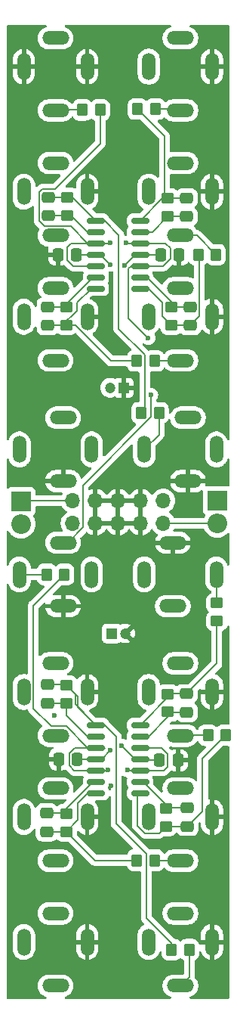
<source format=gbr>
%TF.GenerationSoftware,KiCad,Pcbnew,8.0.3-8.0.3-0~ubuntu22.04.1*%
%TF.CreationDate,2024-07-22T11:51:24+02:00*%
%TF.ProjectId,splt_mlt,73706c74-5f6d-46c7-942e-6b696361645f,rev?*%
%TF.SameCoordinates,Original*%
%TF.FileFunction,Copper,L2,Bot*%
%TF.FilePolarity,Positive*%
%FSLAX46Y46*%
G04 Gerber Fmt 4.6, Leading zero omitted, Abs format (unit mm)*
G04 Created by KiCad (PCBNEW 8.0.3-8.0.3-0~ubuntu22.04.1) date 2024-07-22 11:51:24*
%MOMM*%
%LPD*%
G01*
G04 APERTURE LIST*
G04 Aperture macros list*
%AMRoundRect*
0 Rectangle with rounded corners*
0 $1 Rounding radius*
0 $2 $3 $4 $5 $6 $7 $8 $9 X,Y pos of 4 corners*
0 Add a 4 corners polygon primitive as box body*
4,1,4,$2,$3,$4,$5,$6,$7,$8,$9,$2,$3,0*
0 Add four circle primitives for the rounded corners*
1,1,$1+$1,$2,$3*
1,1,$1+$1,$4,$5*
1,1,$1+$1,$6,$7*
1,1,$1+$1,$8,$9*
0 Add four rect primitives between the rounded corners*
20,1,$1+$1,$2,$3,$4,$5,0*
20,1,$1+$1,$4,$5,$6,$7,0*
20,1,$1+$1,$6,$7,$8,$9,0*
20,1,$1+$1,$8,$9,$2,$3,0*%
G04 Aperture macros list end*
%TA.AperFunction,ComponentPad*%
%ADD10O,1.508000X3.016000*%
%TD*%
%TA.AperFunction,ComponentPad*%
%ADD11O,3.016000X1.508000*%
%TD*%
%TA.AperFunction,SMDPad,CuDef*%
%ADD12RoundRect,0.250000X-0.350000X-0.450000X0.350000X-0.450000X0.350000X0.450000X-0.350000X0.450000X0*%
%TD*%
%TA.AperFunction,SMDPad,CuDef*%
%ADD13RoundRect,0.250000X-0.475000X0.337500X-0.475000X-0.337500X0.475000X-0.337500X0.475000X0.337500X0*%
%TD*%
%TA.AperFunction,SMDPad,CuDef*%
%ADD14RoundRect,0.250000X0.475000X-0.337500X0.475000X0.337500X-0.475000X0.337500X-0.475000X-0.337500X0*%
%TD*%
%TA.AperFunction,SMDPad,CuDef*%
%ADD15RoundRect,0.150000X0.825000X0.150000X-0.825000X0.150000X-0.825000X-0.150000X0.825000X-0.150000X0*%
%TD*%
%TA.AperFunction,SMDPad,CuDef*%
%ADD16RoundRect,0.250000X0.450000X-0.350000X0.450000X0.350000X-0.450000X0.350000X-0.450000X-0.350000X0*%
%TD*%
%TA.AperFunction,SMDPad,CuDef*%
%ADD17RoundRect,0.250000X-0.450000X0.350000X-0.450000X-0.350000X0.450000X-0.350000X0.450000X0.350000X0*%
%TD*%
%TA.AperFunction,SMDPad,CuDef*%
%ADD18RoundRect,0.250000X-0.337500X-0.475000X0.337500X-0.475000X0.337500X0.475000X-0.337500X0.475000X0*%
%TD*%
%TA.AperFunction,ComponentPad*%
%ADD19R,2.200000X2.200000*%
%TD*%
%TA.AperFunction,ComponentPad*%
%ADD20O,2.200000X2.200000*%
%TD*%
%TA.AperFunction,ComponentPad*%
%ADD21R,1.200000X1.200000*%
%TD*%
%TA.AperFunction,ComponentPad*%
%ADD22C,1.200000*%
%TD*%
%TA.AperFunction,SMDPad,CuDef*%
%ADD23RoundRect,0.250000X0.350000X0.450000X-0.350000X0.450000X-0.350000X-0.450000X0.350000X-0.450000X0*%
%TD*%
%TA.AperFunction,ComponentPad*%
%ADD24O,1.700000X1.700000*%
%TD*%
%TA.AperFunction,ViaPad*%
%ADD25C,0.600000*%
%TD*%
%TA.AperFunction,Conductor*%
%ADD26C,0.200000*%
%TD*%
G04 APERTURE END LIST*
D10*
%TO.P,J8,R*%
%TO.N,unconnected-(J8-PadR)*%
X100190000Y-109000000D03*
D11*
%TO.P,J8,S*%
%TO.N,GND*%
X103390000Y-105450000D03*
D10*
%TO.P,J8,T*%
%TO.N,Net-(J8-PadT)*%
X108290000Y-109000000D03*
D11*
%TO.P,J8,TN*%
%TO.N,unconnected-(J8-PadTN)*%
X103390000Y-112550000D03*
%TD*%
D10*
%TO.P,J6,R*%
%TO.N,unconnected-(J6-PadR)*%
X108290000Y-95000000D03*
D11*
%TO.P,J6,S*%
%TO.N,GND*%
X105090000Y-98550000D03*
D10*
%TO.P,J6,T*%
%TO.N,Net-(J6-PadT)*%
X100190000Y-95000000D03*
D11*
%TO.P,J6,TN*%
%TO.N,unconnected-(J6-PadTN)*%
X105090000Y-91450000D03*
%TD*%
%TO.P,J4,R*%
%TO.N,unconnected-(J4-PadR)*%
X104240000Y-62950000D03*
D10*
%TO.P,J4,S*%
%TO.N,GND*%
X107790000Y-66150000D03*
D11*
%TO.P,J4,T*%
%TO.N,Net-(J4-PadT)*%
X104240000Y-71050000D03*
D10*
%TO.P,J4,TN*%
%TO.N,unconnected-(J4-PadTN)*%
X100690000Y-66150000D03*
%TD*%
D11*
%TO.P,J10,R*%
%TO.N,unconnected-(J10-PadR)*%
X104240000Y-132950000D03*
D10*
%TO.P,J10,S*%
%TO.N,GND*%
X107790000Y-136150000D03*
D11*
%TO.P,J10,T*%
%TO.N,Net-(J10-PadT)*%
X104240000Y-141050000D03*
D10*
%TO.P,J10,TN*%
%TO.N,unconnected-(J10-PadTN)*%
X100690000Y-136150000D03*
%TD*%
D11*
%TO.P,J17,R*%
%TO.N,Net-(J14-PadTN)*%
X90240000Y-118950000D03*
D10*
%TO.P,J17,S*%
%TO.N,GND*%
X93790000Y-122150000D03*
D11*
%TO.P,J17,T*%
%TO.N,Net-(J14-PadT)*%
X90240000Y-127050000D03*
D10*
%TO.P,J17,TN*%
%TO.N,unconnected-(J17-PadTN)*%
X86690000Y-122150000D03*
%TD*%
D11*
%TO.P,J5,R*%
%TO.N,unconnected-(J5-PadR)*%
X104240000Y-76950000D03*
D10*
%TO.P,J5,S*%
%TO.N,GND*%
X107790000Y-80150000D03*
D11*
%TO.P,J5,T*%
%TO.N,Net-(J5-PadT)*%
X104240000Y-85050000D03*
D10*
%TO.P,J5,TN*%
%TO.N,unconnected-(J5-PadTN)*%
X100690000Y-80150000D03*
%TD*%
D11*
%TO.P,J9,R*%
%TO.N,unconnected-(J9-PadR)*%
X104240000Y-118950000D03*
D10*
%TO.P,J9,S*%
%TO.N,GND*%
X107790000Y-122150000D03*
D11*
%TO.P,J9,T*%
%TO.N,Net-(J9-PadT)*%
X104240000Y-127050000D03*
D10*
%TO.P,J9,TN*%
%TO.N,unconnected-(J9-PadTN)*%
X100690000Y-122150000D03*
%TD*%
D11*
%TO.P,J16,R*%
%TO.N,Net-(J12-PadTN)*%
X90240000Y-62950000D03*
D10*
%TO.P,J16,S*%
%TO.N,GND*%
X93790000Y-66150000D03*
D11*
%TO.P,J16,T*%
%TO.N,Net-(J12-PadT)*%
X90240000Y-71050000D03*
D10*
%TO.P,J16,TN*%
%TO.N,unconnected-(J16-PadTN)*%
X86690000Y-66150000D03*
%TD*%
D11*
%TO.P,J1,R*%
%TO.N,unconnected-(J1-PadR)*%
X90240000Y-48950000D03*
D10*
%TO.P,J1,S*%
%TO.N,GND*%
X93790000Y-52150000D03*
D11*
%TO.P,J1,T*%
%TO.N,Net-(J1-PadT)*%
X90240000Y-57050000D03*
D10*
%TO.P,J1,TN*%
%TO.N,GND*%
X86690000Y-52150000D03*
%TD*%
D11*
%TO.P,J14,R*%
%TO.N,unconnected-(J14-PadR)*%
X90240000Y-132950000D03*
D10*
%TO.P,J14,S*%
%TO.N,GND*%
X93790000Y-136150000D03*
D11*
%TO.P,J14,T*%
%TO.N,Net-(J14-PadT)*%
X90240000Y-141050000D03*
D10*
%TO.P,J14,TN*%
%TO.N,Net-(J14-PadTN)*%
X86690000Y-136150000D03*
%TD*%
D11*
%TO.P,J3,R*%
%TO.N,unconnected-(J3-PadR)*%
X104240000Y-48950000D03*
D10*
%TO.P,J3,S*%
%TO.N,GND*%
X107790000Y-52150000D03*
D11*
%TO.P,J3,T*%
%TO.N,Net-(J3-PadT)*%
X104240000Y-57050000D03*
D10*
%TO.P,J3,TN*%
%TO.N,unconnected-(J3-PadTN)*%
X100690000Y-52150000D03*
%TD*%
D11*
%TO.P,J12,R*%
%TO.N,unconnected-(J12-PadR)*%
X90240000Y-76950000D03*
D10*
%TO.P,J12,S*%
%TO.N,GND*%
X93790000Y-80150000D03*
D11*
%TO.P,J12,T*%
%TO.N,Net-(J12-PadT)*%
X90240000Y-85050000D03*
D10*
%TO.P,J12,TN*%
%TO.N,Net-(J12-PadTN)*%
X86690000Y-80150000D03*
%TD*%
%TO.P,J7,R*%
%TO.N,unconnected-(J7-PadR)*%
X94290000Y-109000000D03*
D11*
%TO.P,J7,S*%
%TO.N,GND*%
X91090000Y-112550000D03*
D10*
%TO.P,J7,T*%
%TO.N,Net-(J7-PadT)*%
X86190000Y-109000000D03*
D11*
%TO.P,J7,TN*%
%TO.N,Net-(U1A-+)*%
X91090000Y-105450000D03*
%TD*%
%TO.P,J11,R*%
%TO.N,unconnected-(J11-PadR)*%
X104240000Y-146950000D03*
D10*
%TO.P,J11,S*%
%TO.N,GND*%
X107790000Y-150150000D03*
D11*
%TO.P,J11,T*%
%TO.N,Net-(J11-PadT)*%
X104240000Y-155050000D03*
D10*
%TO.P,J11,TN*%
%TO.N,unconnected-(J11-PadTN)*%
X100690000Y-150150000D03*
%TD*%
%TO.P,J13,R*%
%TO.N,unconnected-(J13-PadR)*%
X94290000Y-95000000D03*
D11*
%TO.P,J13,S*%
%TO.N,GND*%
X91090000Y-98550000D03*
D10*
%TO.P,J13,T*%
%TO.N,Net-(J12-PadTN)*%
X86190000Y-95000000D03*
D11*
%TO.P,J13,TN*%
%TO.N,Net-(J12-PadT)*%
X91090000Y-91450000D03*
%TD*%
%TO.P,J15,R*%
%TO.N,unconnected-(J15-PadR)*%
X90240000Y-146950000D03*
D10*
%TO.P,J15,S*%
%TO.N,GND*%
X93790000Y-150150000D03*
D11*
%TO.P,J15,T*%
%TO.N,Net-(J14-PadTN)*%
X90240000Y-155050000D03*
D10*
%TO.P,J15,TN*%
%TO.N,Net-(J14-PadT)*%
X86690000Y-150150000D03*
%TD*%
D12*
%TO.P,R8,1*%
%TO.N,Net-(C5-Pad2)*%
X99340000Y-85100000D03*
%TO.P,R8,2*%
%TO.N,Net-(J5-PadT)*%
X101340000Y-85100000D03*
%TD*%
D13*
%TO.P,C11,1*%
%TO.N,Net-(U2C--)*%
X89240000Y-135725000D03*
%TO.P,C11,2*%
%TO.N,Net-(C11-Pad2)*%
X89240000Y-137800000D03*
%TD*%
D14*
%TO.P,C9,1*%
%TO.N,Net-(U2A--)*%
X104940000Y-124437500D03*
%TO.P,C9,2*%
%TO.N,Net-(C9-Pad2)*%
X104940000Y-122362500D03*
%TD*%
D15*
%TO.P,U2,1*%
%TO.N,Net-(C9-Pad2)*%
X99715000Y-125867500D03*
%TO.P,U2,2,-*%
%TO.N,Net-(U2A--)*%
X99715000Y-127137500D03*
%TO.P,U2,3,+*%
%TO.N,Net-(U2A-+)*%
X99715000Y-128407500D03*
%TO.P,U2,4,V+*%
%TO.N,Net-(D2-K)*%
X99715000Y-129677500D03*
%TO.P,U2,5,+*%
%TO.N,Net-(U2A-+)*%
X99715000Y-130947500D03*
%TO.P,U2,6,-*%
%TO.N,Net-(U2B--)*%
X99715000Y-132217500D03*
%TO.P,U2,7*%
%TO.N,Net-(C10-Pad2)*%
X99715000Y-133487500D03*
%TO.P,U2,8*%
%TO.N,Net-(C11-Pad2)*%
X94765000Y-133487500D03*
%TO.P,U2,9,-*%
%TO.N,Net-(U2C--)*%
X94765000Y-132217500D03*
%TO.P,U2,10,+*%
%TO.N,Net-(U2A-+)*%
X94765000Y-130947500D03*
%TO.P,U2,11,V-*%
%TO.N,Net-(D1-A)*%
X94765000Y-129677500D03*
%TO.P,U2,12,+*%
%TO.N,Net-(U2A-+)*%
X94765000Y-128407500D03*
%TO.P,U2,13,-*%
%TO.N,Net-(U2D--)*%
X94765000Y-127137500D03*
%TO.P,U2,14*%
%TO.N,Net-(C12-Pad2)*%
X94765000Y-125867500D03*
%TD*%
D14*
%TO.P,C6,1*%
%TO.N,Net-(U1D--)*%
X89440000Y-68837500D03*
%TO.P,C6,2*%
%TO.N,Net-(C6-Pad2)*%
X89440000Y-66762500D03*
%TD*%
D16*
%TO.P,R14,1*%
%TO.N,Net-(U2D--)*%
X91440000Y-123400000D03*
%TO.P,R14,2*%
%TO.N,Net-(C12-Pad2)*%
X91440000Y-121400000D03*
%TD*%
D15*
%TO.P,U1,1*%
%TO.N,Net-(C3-Pad2)*%
X99715000Y-69390000D03*
%TO.P,U1,2,-*%
%TO.N,Net-(U1A--)*%
X99715000Y-70660000D03*
%TO.P,U1,3,+*%
%TO.N,Net-(U1A-+)*%
X99715000Y-71930000D03*
%TO.P,U1,4,V+*%
%TO.N,Net-(D2-K)*%
X99715000Y-73200000D03*
%TO.P,U1,5,+*%
%TO.N,Net-(U1A-+)*%
X99715000Y-74470000D03*
%TO.P,U1,6,-*%
%TO.N,Net-(U1B--)*%
X99715000Y-75740000D03*
%TO.P,U1,7*%
%TO.N,Net-(C4-Pad2)*%
X99715000Y-77010000D03*
%TO.P,U1,8*%
%TO.N,Net-(C5-Pad2)*%
X94765000Y-77010000D03*
%TO.P,U1,9,-*%
%TO.N,Net-(U1C--)*%
X94765000Y-75740000D03*
%TO.P,U1,10,+*%
%TO.N,Net-(U1A-+)*%
X94765000Y-74470000D03*
%TO.P,U1,11,V-*%
%TO.N,Net-(D1-A)*%
X94765000Y-73200000D03*
%TO.P,U1,12,+*%
%TO.N,Net-(U1A-+)*%
X94765000Y-71930000D03*
%TO.P,U1,13,-*%
%TO.N,Net-(U1D--)*%
X94765000Y-70660000D03*
%TO.P,U1,14*%
%TO.N,Net-(C6-Pad2)*%
X94765000Y-69390000D03*
%TD*%
D13*
%TO.P,C10,1*%
%TO.N,Net-(U2B--)*%
X105040000Y-135125000D03*
%TO.P,C10,2*%
%TO.N,Net-(C10-Pad2)*%
X105040000Y-137200000D03*
%TD*%
D17*
%TO.P,R3,1*%
%TO.N,Net-(U1B--)*%
X103240000Y-79100000D03*
%TO.P,R3,2*%
%TO.N,Net-(C4-Pad2)*%
X103240000Y-81100000D03*
%TD*%
%TO.P,R4,1*%
%TO.N,Net-(U1C--)*%
X91440000Y-79100000D03*
%TO.P,R4,2*%
%TO.N,Net-(C5-Pad2)*%
X91440000Y-81100000D03*
%TD*%
D16*
%TO.P,R15,1*%
%TO.N,Net-(C9-Pad2)*%
X108340000Y-114200000D03*
%TO.P,R15,2*%
%TO.N,Net-(J8-PadT)*%
X108340000Y-112200000D03*
%TD*%
D18*
%TO.P,C8,1*%
%TO.N,Net-(D2-K)*%
X101902500Y-129800000D03*
%TO.P,C8,2*%
%TO.N,GND*%
X103977500Y-129800000D03*
%TD*%
D12*
%TO.P,R1,1*%
%TO.N,Net-(J1-PadT)*%
X93240000Y-57000000D03*
%TO.P,R1,2*%
%TO.N,Net-(U1A-+)*%
X95240000Y-57000000D03*
%TD*%
D14*
%TO.P,C12,1*%
%TO.N,Net-(U2D--)*%
X89340000Y-123400000D03*
%TO.P,C12,2*%
%TO.N,Net-(C12-Pad2)*%
X89340000Y-121325000D03*
%TD*%
D12*
%TO.P,R10,1*%
%TO.N,Net-(J7-PadT)*%
X89240000Y-109000000D03*
%TO.P,R10,2*%
%TO.N,Net-(U2A-+)*%
X91240000Y-109000000D03*
%TD*%
%TO.P,R9,1*%
%TO.N,Net-(C6-Pad2)*%
X99840000Y-90900000D03*
%TO.P,R9,2*%
%TO.N,Net-(J6-PadT)*%
X101840000Y-90900000D03*
%TD*%
%TO.P,R7,1*%
%TO.N,Net-(C4-Pad2)*%
X106240000Y-73200000D03*
%TO.P,R7,2*%
%TO.N,Net-(J4-PadT)*%
X108240000Y-73200000D03*
%TD*%
D17*
%TO.P,R13,1*%
%TO.N,Net-(U2C--)*%
X91440000Y-135800000D03*
%TO.P,R13,2*%
%TO.N,Net-(C11-Pad2)*%
X91440000Y-137800000D03*
%TD*%
D19*
%TO.P,D1,1,K*%
%TO.N,Net-(D1-K)*%
X86368234Y-100828234D03*
D20*
%TO.P,D1,2,A*%
%TO.N,Net-(D1-A)*%
X86368234Y-103368234D03*
%TD*%
D16*
%TO.P,R5,1*%
%TO.N,Net-(U1D--)*%
X91540000Y-68800000D03*
%TO.P,R5,2*%
%TO.N,Net-(C6-Pad2)*%
X91540000Y-66800000D03*
%TD*%
D21*
%TO.P,C14,1*%
%TO.N,Net-(D2-K)*%
X96540000Y-115600000D03*
D22*
%TO.P,C14,2*%
%TO.N,GND*%
X98040000Y-115600000D03*
%TD*%
D12*
%TO.P,R6,1*%
%TO.N,Net-(C3-Pad2)*%
X99440000Y-56900000D03*
%TO.P,R6,2*%
%TO.N,Net-(J3-PadT)*%
X101440000Y-56900000D03*
%TD*%
D17*
%TO.P,R12,1*%
%TO.N,Net-(U2B--)*%
X102640000Y-135200000D03*
%TO.P,R12,2*%
%TO.N,Net-(C10-Pad2)*%
X102640000Y-137200000D03*
%TD*%
D23*
%TO.P,R16,1*%
%TO.N,Net-(C10-Pad2)*%
X109340000Y-127000000D03*
%TO.P,R16,2*%
%TO.N,Net-(J9-PadT)*%
X107340000Y-127000000D03*
%TD*%
D13*
%TO.P,C5,1*%
%TO.N,Net-(U1C--)*%
X89340000Y-79062500D03*
%TO.P,C5,2*%
%TO.N,Net-(C5-Pad2)*%
X89340000Y-81137500D03*
%TD*%
D12*
%TO.P,R17,1*%
%TO.N,Net-(C11-Pad2)*%
X99340000Y-141000000D03*
%TO.P,R17,2*%
%TO.N,Net-(J10-PadT)*%
X101340000Y-141000000D03*
%TD*%
D21*
%TO.P,C13,1*%
%TO.N,GND*%
X97862599Y-88099998D03*
D22*
%TO.P,C13,2*%
%TO.N,Net-(D1-A)*%
X96362599Y-88099998D03*
%TD*%
D16*
%TO.P,R11,1*%
%TO.N,Net-(U2A--)*%
X102840000Y-124400000D03*
%TO.P,R11,2*%
%TO.N,Net-(C9-Pad2)*%
X102840000Y-122400000D03*
%TD*%
D14*
%TO.P,C3,1*%
%TO.N,Net-(U1A--)*%
X104940000Y-68937500D03*
%TO.P,C3,2*%
%TO.N,Net-(C3-Pad2)*%
X104940000Y-66862500D03*
%TD*%
D24*
%TO.P,J2,1,Pin_1*%
%TO.N,Net-(D1-K)*%
X92160000Y-100730000D03*
%TO.P,J2,2,Pin_2*%
X92160000Y-103270000D03*
%TO.P,J2,3,Pin_3*%
%TO.N,GND*%
X94700000Y-100730000D03*
%TO.P,J2,4,Pin_4*%
X94700000Y-103270000D03*
%TO.P,J2,5,Pin_5*%
X97240000Y-100730000D03*
%TO.P,J2,6,Pin_6*%
X97240000Y-103270000D03*
%TO.P,J2,7,Pin_7*%
X99780000Y-100730000D03*
%TO.P,J2,8,Pin_8*%
X99780000Y-103270000D03*
%TO.P,J2,9,Pin_9*%
%TO.N,Net-(D2-A)*%
X102320000Y-100730000D03*
%TO.P,J2,10,Pin_10*%
X102320000Y-103270000D03*
%TD*%
D12*
%TO.P,R18,1*%
%TO.N,Net-(C12-Pad2)*%
X103240000Y-151000000D03*
%TO.P,R18,2*%
%TO.N,Net-(J11-PadT)*%
X105240000Y-151000000D03*
%TD*%
D19*
%TO.P,D2,1,K*%
%TO.N,Net-(D2-K)*%
X108368234Y-100728234D03*
D20*
%TO.P,D2,2,A*%
%TO.N,Net-(D2-A)*%
X108368234Y-103268234D03*
%TD*%
D16*
%TO.P,R2,1*%
%TO.N,Net-(U1A--)*%
X102840000Y-68900000D03*
%TO.P,R2,2*%
%TO.N,Net-(C3-Pad2)*%
X102840000Y-66900000D03*
%TD*%
D18*
%TO.P,C1,1*%
%TO.N,GND*%
X90502500Y-73200000D03*
%TO.P,C1,2*%
%TO.N,Net-(D1-A)*%
X92577500Y-73200000D03*
%TD*%
%TO.P,C7,1*%
%TO.N,GND*%
X90602500Y-129700000D03*
%TO.P,C7,2*%
%TO.N,Net-(D1-A)*%
X92677500Y-129700000D03*
%TD*%
%TO.P,C2,1*%
%TO.N,Net-(D2-K)*%
X102002500Y-73200000D03*
%TO.P,C2,2*%
%TO.N,GND*%
X104077500Y-73200000D03*
%TD*%
D13*
%TO.P,C4,1*%
%TO.N,Net-(U1B--)*%
X105340000Y-79062500D03*
%TO.P,C4,2*%
%TO.N,Net-(C4-Pad2)*%
X105340000Y-81137500D03*
%TD*%
D25*
%TO.N,Net-(D1-A)*%
X96340000Y-74300000D03*
X96390000Y-128700544D03*
%TO.N,GND*%
X105840000Y-109000000D03*
X107240000Y-125000000D03*
X108840000Y-130700000D03*
X104240000Y-88500000D03*
X97140000Y-59400000D03*
X103340000Y-52300000D03*
X97540000Y-66200000D03*
X90040000Y-144400000D03*
X97040000Y-105700000D03*
X104540000Y-101500000D03*
X105440000Y-130500000D03*
X92440000Y-88800000D03*
X97940000Y-135200000D03*
X88140000Y-107200000D03*
X87240000Y-63400000D03*
X87140000Y-130400000D03*
X105440000Y-65000000D03*
X89340000Y-52700000D03*
X101640000Y-97800000D03*
X93740000Y-153900000D03*
X97140000Y-110700000D03*
X97240000Y-139000000D03*
X98940000Y-144900000D03*
X96740000Y-52300000D03*
X105740000Y-59600000D03*
X88440000Y-59600000D03*
X90140000Y-124800000D03*
X90140000Y-101900000D03*
X93140000Y-115700000D03*
X85940000Y-126100000D03*
X107540000Y-139600000D03*
X106440000Y-94100000D03*
X104840000Y-144500000D03*
X89440000Y-93600000D03*
X89040000Y-129800000D03*
X101640000Y-153500000D03*
X101340000Y-115700000D03*
X97940000Y-123600000D03*
X96440000Y-132700000D03*
X92340000Y-96200000D03*
X90440000Y-75100000D03*
X97540000Y-83900000D03*
X94240000Y-144700000D03*
X86540000Y-74700000D03*
X97240000Y-97900000D03*
X107040000Y-83600000D03*
%TO.N,Net-(D2-K)*%
X97680536Y-128210522D03*
X97940000Y-74400000D03*
%TO.N,Net-(U1A-+)*%
X100640000Y-82500000D03*
X98140000Y-71900000D03*
X100940000Y-88900000D03*
X96340000Y-71900000D03*
%TO.N,Net-(U2A-+)*%
X96140000Y-130900000D03*
X98340000Y-130900000D03*
%TD*%
D26*
%TO.N,Net-(J11-PadT)*%
X105240000Y-151000000D02*
X105240000Y-154050000D01*
X105240000Y-154050000D02*
X104240000Y-155050000D01*
%TO.N,Net-(D1-A)*%
X92577500Y-73200000D02*
X94765000Y-73200000D01*
X95240000Y-73200000D02*
X96340000Y-74300000D01*
X94765000Y-129677500D02*
X95413044Y-129677500D01*
X95413044Y-129677500D02*
X96390000Y-128700544D01*
X94765000Y-129677500D02*
X92700000Y-129677500D01*
X94765000Y-73200000D02*
X95240000Y-73200000D01*
X92700000Y-129677500D02*
X92677500Y-129700000D01*
%TO.N,Net-(D2-K)*%
X99715000Y-129677500D02*
X99147514Y-129677500D01*
X99715000Y-73200000D02*
X99140000Y-73200000D01*
X102002500Y-73200000D02*
X99715000Y-73200000D01*
X99140000Y-73200000D02*
X97940000Y-74400000D01*
X99147514Y-129677500D02*
X97680536Y-128210522D01*
X99837500Y-129800000D02*
X99715000Y-129677500D01*
X101902500Y-129800000D02*
X99837500Y-129800000D01*
%TO.N,Net-(C3-Pad2)*%
X102432000Y-59892000D02*
X99440000Y-56900000D01*
X102432000Y-66492000D02*
X102432000Y-59892000D01*
X102205000Y-66900000D02*
X102840000Y-66900000D01*
X104940000Y-66862500D02*
X102877500Y-66862500D01*
X102877500Y-66862500D02*
X102840000Y-66900000D01*
X99715000Y-69390000D02*
X102205000Y-66900000D01*
X102840000Y-66900000D02*
X102432000Y-66492000D01*
%TO.N,Net-(U1A--)*%
X99715000Y-70660000D02*
X101080000Y-70660000D01*
X101080000Y-70660000D02*
X102840000Y-68900000D01*
X102877500Y-68937500D02*
X102840000Y-68900000D01*
X104940000Y-68937500D02*
X102877500Y-68937500D01*
%TO.N,Net-(U1B--)*%
X100480000Y-75740000D02*
X99715000Y-75740000D01*
X105340000Y-79062500D02*
X103277500Y-79062500D01*
X103240000Y-78500000D02*
X100480000Y-75740000D01*
X103277500Y-79062500D02*
X103240000Y-79100000D01*
X103240000Y-79100000D02*
X103240000Y-78500000D01*
%TO.N,Net-(C4-Pad2)*%
X106365000Y-73325000D02*
X106365000Y-80112500D01*
X105340000Y-81137500D02*
X103692756Y-81137500D01*
X102240000Y-78560001D02*
X102240000Y-80100000D01*
X106240000Y-73200000D02*
X106365000Y-73325000D01*
X106240000Y-73200000D02*
X105745419Y-73200000D01*
X100689999Y-77010000D02*
X102240000Y-78560001D01*
X99715000Y-77010000D02*
X100689999Y-77010000D01*
X106365000Y-80112500D02*
X105340000Y-81137500D01*
X102240000Y-80100000D02*
X103240000Y-81100000D01*
%TO.N,Net-(C5-Pad2)*%
X94230000Y-77010000D02*
X94765000Y-77010000D01*
X96495419Y-85100000D02*
X92495419Y-81100000D01*
X92640000Y-78600000D02*
X94230000Y-77010000D01*
X99340000Y-85100000D02*
X96495419Y-85100000D01*
X89340000Y-81137500D02*
X90987244Y-81137500D01*
X92640000Y-79484744D02*
X92640000Y-78600000D01*
X90987244Y-81137500D02*
X92640000Y-79484744D01*
X92495419Y-81100000D02*
X91440000Y-81100000D01*
%TO.N,Net-(U1C--)*%
X94419448Y-75740000D02*
X94765000Y-75740000D01*
X91096948Y-79062500D02*
X94419448Y-75740000D01*
X89340000Y-79062500D02*
X91096948Y-79062500D01*
%TO.N,Net-(U1D--)*%
X94765000Y-70660000D02*
X93790001Y-70660000D01*
X91967501Y-68837500D02*
X89440000Y-68837500D01*
X93790001Y-70660000D02*
X91967501Y-68837500D01*
%TO.N,Net-(C6-Pad2)*%
X89477500Y-66800000D02*
X89440000Y-66762500D01*
X100240000Y-90500000D02*
X99840000Y-90900000D01*
X91540000Y-66800000D02*
X89477500Y-66800000D01*
X94765000Y-69390000D02*
X95739999Y-69390000D01*
X97340000Y-70990001D02*
X97340000Y-81515256D01*
X92175000Y-66800000D02*
X91540000Y-66800000D01*
X94765000Y-69390000D02*
X92175000Y-66800000D01*
X100240000Y-84415256D02*
X100240000Y-90500000D01*
X95739999Y-69390000D02*
X97340000Y-70990001D01*
X97340000Y-81515256D02*
X100240000Y-84415256D01*
%TO.N,Net-(U2A--)*%
X102940000Y-124400000D02*
X102977500Y-124437500D01*
X102840000Y-124987499D02*
X102840000Y-124400000D01*
X102977500Y-124437500D02*
X104940000Y-124437500D01*
X100689999Y-127137500D02*
X102840000Y-124987499D01*
X99715000Y-127137500D02*
X100689999Y-127137500D01*
X102840000Y-124400000D02*
X102940000Y-124400000D01*
%TO.N,Net-(C9-Pad2)*%
X103220000Y-122362500D02*
X99715000Y-125867500D01*
X104940000Y-122362500D02*
X103220000Y-122362500D01*
X104940000Y-122362500D02*
X108340000Y-118962500D01*
X108340000Y-118962500D02*
X108340000Y-114200000D01*
X104940000Y-122362500D02*
X102877500Y-122362500D01*
X102877500Y-122362500D02*
X102840000Y-122400000D01*
%TO.N,Net-(U2B--)*%
X102968052Y-135125000D02*
X100060552Y-132217500D01*
X102715000Y-135125000D02*
X102640000Y-135200000D01*
X105040000Y-135125000D02*
X102715000Y-135125000D01*
X105040000Y-135125000D02*
X102968052Y-135125000D01*
X100060552Y-132217500D02*
X99715000Y-132217500D01*
%TO.N,Net-(C10-Pad2)*%
X105040000Y-137200000D02*
X106736000Y-135504000D01*
X99415000Y-137119581D02*
X100253419Y-137958000D01*
X99715000Y-133487500D02*
X99415000Y-133787500D01*
X101882000Y-137958000D02*
X102640000Y-137200000D01*
X99415000Y-133787500D02*
X99415000Y-137119581D01*
X106736000Y-129604000D02*
X109340000Y-127000000D01*
X105040000Y-137200000D02*
X102640000Y-137200000D01*
X100253419Y-137958000D02*
X101882000Y-137958000D01*
X106736000Y-135504000D02*
X106736000Y-129604000D01*
%TO.N,Net-(U2C--)*%
X89240000Y-135725000D02*
X90911948Y-135725000D01*
X94419448Y-132217500D02*
X94765000Y-132217500D01*
X90911948Y-135725000D02*
X94419448Y-132217500D01*
%TO.N,Net-(C11-Pad2)*%
X94640000Y-141000000D02*
X91440000Y-137800000D01*
X99340000Y-141000000D02*
X94640000Y-141000000D01*
X89240000Y-137800000D02*
X91440000Y-137800000D01*
X93852500Y-133487500D02*
X94765000Y-133487500D01*
X92736000Y-136504000D02*
X92736000Y-134604000D01*
X92736000Y-134604000D02*
X93852500Y-133487500D01*
X91440000Y-137800000D02*
X92736000Y-136504000D01*
%TO.N,Net-(U2D--)*%
X91440000Y-124787499D02*
X91440000Y-123400000D01*
X94765000Y-127137500D02*
X93790001Y-127137500D01*
X93790001Y-127137500D02*
X91440000Y-124787499D01*
X91440000Y-123400000D02*
X89340000Y-123400000D01*
%TO.N,Net-(C12-Pad2)*%
X94765000Y-125867500D02*
X95739999Y-125867500D01*
X92440000Y-123542500D02*
X92440000Y-122400000D01*
X92736000Y-122696000D02*
X91365000Y-121325000D01*
X97040000Y-136915256D02*
X100440000Y-140315256D01*
X91365000Y-121325000D02*
X89340000Y-121325000D01*
X103240000Y-150300000D02*
X103240000Y-151000000D01*
X92736000Y-123838500D02*
X92736000Y-122696000D01*
X100440000Y-147500000D02*
X103240000Y-150300000D01*
X94765000Y-125867500D02*
X92440000Y-123542500D01*
X95739999Y-125867500D02*
X97040000Y-127167501D01*
X94765000Y-125867500D02*
X92736000Y-123838500D01*
X92440000Y-122400000D02*
X91440000Y-121400000D01*
X100440000Y-140315256D02*
X100440000Y-147500000D01*
X97040000Y-127167501D02*
X97040000Y-136915256D01*
%TO.N,Net-(D1-K)*%
X86466468Y-100730000D02*
X86368234Y-100828234D01*
X92160000Y-100730000D02*
X86466468Y-100730000D01*
%TO.N,Net-(D2-A)*%
X102320000Y-103270000D02*
X108366468Y-103270000D01*
X108366468Y-103270000D02*
X108368234Y-103268234D01*
%TO.N,Net-(J1-PadT)*%
X93240000Y-57000000D02*
X90290000Y-57000000D01*
X90290000Y-57000000D02*
X90240000Y-57050000D01*
%TO.N,Net-(J3-PadT)*%
X104090000Y-56900000D02*
X104240000Y-57050000D01*
X101440000Y-56900000D02*
X104090000Y-56900000D01*
%TO.N,Net-(J4-PadT)*%
X108240000Y-73200000D02*
X106090000Y-71050000D01*
X106090000Y-71050000D02*
X104240000Y-71050000D01*
%TO.N,Net-(J5-PadT)*%
X101340000Y-85100000D02*
X104190000Y-85100000D01*
X104190000Y-85100000D02*
X104240000Y-85050000D01*
%TO.N,Net-(J6-PadT)*%
X101840000Y-93350000D02*
X100190000Y-95000000D01*
X101840000Y-90900000D02*
X101840000Y-93350000D01*
%TO.N,Net-(J7-PadT)*%
X89240000Y-109000000D02*
X86190000Y-109000000D01*
%TO.N,Net-(U1A-+)*%
X89001256Y-69996000D02*
X91936000Y-69996000D01*
X100740000Y-82500000D02*
X100640000Y-82500000D01*
X103140000Y-73659744D02*
X102329744Y-74470000D01*
X100940000Y-91384744D02*
X100940000Y-90215256D01*
X96340000Y-71900000D02*
X96310000Y-71930000D01*
X100640000Y-82500000D02*
X98440000Y-80300000D01*
X98140000Y-71900000D02*
X98110000Y-71930000D01*
X92210000Y-74470000D02*
X94765000Y-74470000D01*
X91090000Y-105450000D02*
X91606346Y-105450000D01*
X98740001Y-74470000D02*
X99715000Y-74470000D01*
X98440000Y-80300000D02*
X98440000Y-74770001D01*
X88415000Y-66190256D02*
X88415000Y-69409744D01*
X93310000Y-99014744D02*
X100940000Y-91384744D01*
X91540000Y-73800000D02*
X92210000Y-74470000D01*
X98440000Y-74770001D02*
X98740001Y-74470000D01*
X95240000Y-60784744D02*
X90149744Y-65875000D01*
X91936000Y-69996000D02*
X93870000Y-71930000D01*
X94765000Y-71930000D02*
X91950256Y-71930000D01*
X96370000Y-71930000D02*
X96340000Y-71900000D01*
X93310000Y-103746346D02*
X93310000Y-99014744D01*
X100940000Y-90215256D02*
X100940000Y-88900000D01*
X90149744Y-65875000D02*
X88730256Y-65875000D01*
X91540000Y-72340256D02*
X91540000Y-73800000D01*
X91950256Y-71930000D02*
X91540000Y-72340256D01*
X102570000Y-71930000D02*
X103140000Y-72500000D01*
X99715000Y-71930000D02*
X102570000Y-71930000D01*
X102329744Y-74470000D02*
X99715000Y-74470000D01*
X93870000Y-71930000D02*
X94765000Y-71930000D01*
X98170000Y-71930000D02*
X98140000Y-71900000D01*
X96310000Y-71930000D02*
X94765000Y-71930000D01*
X99715000Y-71930000D02*
X98170000Y-71930000D01*
X103140000Y-72500000D02*
X103140000Y-73659744D01*
X100940000Y-88900000D02*
X100940000Y-89000000D01*
X88730256Y-65875000D02*
X88415000Y-66190256D01*
X95240000Y-57000000D02*
X95240000Y-60784744D01*
X91606346Y-105450000D02*
X93310000Y-103746346D01*
X95110552Y-71930000D02*
X94765000Y-71930000D01*
X88415000Y-69409744D02*
X89001256Y-69996000D01*
%TO.N,Net-(J8-PadT)*%
X108340000Y-112200000D02*
X108340000Y-109050000D01*
X108340000Y-109050000D02*
X108290000Y-109000000D01*
%TO.N,Net-(J9-PadT)*%
X104290000Y-127000000D02*
X104240000Y-127050000D01*
X107340000Y-127000000D02*
X104290000Y-127000000D01*
%TO.N,Net-(J10-PadT)*%
X104190000Y-141000000D02*
X104240000Y-141050000D01*
X101340000Y-141000000D02*
X104190000Y-141000000D01*
%TO.N,Net-(U2A-+)*%
X98387500Y-130947500D02*
X99715000Y-130947500D01*
X93847500Y-128407500D02*
X94765000Y-128407500D01*
X92372756Y-128407500D02*
X94765000Y-128407500D01*
X87744000Y-112496000D02*
X87744000Y-124004000D01*
X91790000Y-130409744D02*
X91790000Y-128990256D01*
X91436000Y-125996000D02*
X93847500Y-128407500D01*
X87744000Y-124004000D02*
X89736000Y-125996000D01*
X89736000Y-125996000D02*
X91436000Y-125996000D01*
X102790000Y-129090256D02*
X102107244Y-128407500D01*
X102352244Y-130947500D02*
X102790000Y-130509744D01*
X96140000Y-130900000D02*
X96187500Y-130947500D01*
X102107244Y-128407500D02*
X99715000Y-128407500D01*
X94765000Y-130947500D02*
X92327756Y-130947500D01*
X96092500Y-130947500D02*
X96140000Y-130900000D01*
X91240000Y-109000000D02*
X87744000Y-112496000D01*
X95739999Y-128407500D02*
X94765000Y-128407500D01*
X91790000Y-128990256D02*
X92372756Y-128407500D01*
X92327756Y-130947500D02*
X91790000Y-130409744D01*
X98340000Y-130900000D02*
X98387500Y-130947500D01*
X99715000Y-130947500D02*
X102352244Y-130947500D01*
X94765000Y-130947500D02*
X96092500Y-130947500D01*
X98292500Y-130947500D02*
X98340000Y-130900000D01*
X102790000Y-130509744D02*
X102790000Y-129090256D01*
%TD*%
%TA.AperFunction,Conductor*%
%TO.N,GND*%
G36*
X88126738Y-109620185D02*
G01*
X88172493Y-109672989D01*
X88177403Y-109685492D01*
X88205186Y-109769334D01*
X88297288Y-109918656D01*
X88421344Y-110042712D01*
X88570666Y-110134814D01*
X88737203Y-110189999D01*
X88839991Y-110200500D01*
X88890901Y-110200499D01*
X88957939Y-110220182D01*
X89003694Y-110272985D01*
X89013639Y-110342144D01*
X88984615Y-110405700D01*
X88978582Y-110412180D01*
X87375286Y-112015478D01*
X87263481Y-112127282D01*
X87263480Y-112127284D01*
X87217521Y-112206889D01*
X87213361Y-112214094D01*
X87213359Y-112214096D01*
X87184425Y-112264209D01*
X87184424Y-112264210D01*
X87184423Y-112264215D01*
X87143499Y-112416943D01*
X87143499Y-112416945D01*
X87143499Y-112585046D01*
X87143500Y-112585059D01*
X87143500Y-120053620D01*
X87123815Y-120120659D01*
X87071011Y-120166414D01*
X87001853Y-120176358D01*
X86988568Y-120173268D01*
X86988506Y-120173528D01*
X86983766Y-120172390D01*
X86788736Y-120141500D01*
X86788731Y-120141500D01*
X86591269Y-120141500D01*
X86591264Y-120141500D01*
X86396236Y-120172389D01*
X86208441Y-120233408D01*
X86208439Y-120233408D01*
X86208439Y-120233409D01*
X86180782Y-120247501D01*
X86032495Y-120323058D01*
X85872753Y-120439115D01*
X85733115Y-120578753D01*
X85617058Y-120738495D01*
X85527408Y-120914441D01*
X85466389Y-121102236D01*
X85435500Y-121297263D01*
X85435500Y-123002736D01*
X85466389Y-123197763D01*
X85527107Y-123384632D01*
X85527409Y-123385561D01*
X85617056Y-123561501D01*
X85617058Y-123561504D01*
X85733115Y-123721246D01*
X85872753Y-123860884D01*
X86022234Y-123969486D01*
X86032499Y-123976944D01*
X86208439Y-124066591D01*
X86333637Y-124107270D01*
X86396236Y-124127610D01*
X86591264Y-124158500D01*
X86591269Y-124158500D01*
X86788736Y-124158500D01*
X86897082Y-124141338D01*
X86983763Y-124127610D01*
X87017414Y-124116675D01*
X87087253Y-124114679D01*
X87147086Y-124150759D01*
X87175506Y-124202510D01*
X87184422Y-124235783D01*
X87184423Y-124235785D01*
X87198594Y-124260330D01*
X87213358Y-124285900D01*
X87213359Y-124285904D01*
X87213360Y-124285904D01*
X87258108Y-124363412D01*
X87263479Y-124372714D01*
X87263481Y-124372717D01*
X87382349Y-124491585D01*
X87382355Y-124491590D01*
X88748611Y-125857846D01*
X88782096Y-125919169D01*
X88777112Y-125988861D01*
X88735240Y-126044794D01*
X88733816Y-126045844D01*
X88668756Y-126093113D01*
X88668749Y-126093119D01*
X88529115Y-126232753D01*
X88413058Y-126392495D01*
X88323408Y-126568441D01*
X88262389Y-126756236D01*
X88231500Y-126951263D01*
X88231500Y-127148736D01*
X88262389Y-127343763D01*
X88315173Y-127506213D01*
X88323409Y-127531561D01*
X88411515Y-127704476D01*
X88413058Y-127707504D01*
X88529115Y-127867246D01*
X88668753Y-128006884D01*
X88818234Y-128115486D01*
X88828499Y-128122944D01*
X89004439Y-128212591D01*
X89118188Y-128249550D01*
X89192236Y-128273610D01*
X89387264Y-128304500D01*
X89892959Y-128304500D01*
X89959998Y-128324185D01*
X90005753Y-128376989D01*
X90015697Y-128446147D01*
X89986672Y-128509703D01*
X89951604Y-128536169D01*
X89952025Y-128536851D01*
X89796654Y-128632684D01*
X89672684Y-128756654D01*
X89580643Y-128905875D01*
X89580641Y-128905880D01*
X89525494Y-129072302D01*
X89525493Y-129072309D01*
X89515000Y-129175013D01*
X89515000Y-129450000D01*
X90728500Y-129450000D01*
X90795539Y-129469685D01*
X90841294Y-129522489D01*
X90852500Y-129574000D01*
X90852500Y-130924999D01*
X90989972Y-130924999D01*
X90989986Y-130924998D01*
X91092697Y-130914505D01*
X91259119Y-130859358D01*
X91265670Y-130856304D01*
X91266514Y-130858116D01*
X91324229Y-130842315D01*
X91390896Y-130863227D01*
X91409633Y-130878613D01*
X91428349Y-130897329D01*
X91428355Y-130897334D01*
X91842895Y-131311874D01*
X91842905Y-131311885D01*
X91847235Y-131316215D01*
X91847236Y-131316216D01*
X91959040Y-131428020D01*
X92045851Y-131478139D01*
X92045853Y-131478141D01*
X92083907Y-131500111D01*
X92095971Y-131507077D01*
X92248699Y-131548001D01*
X92248702Y-131548001D01*
X92414409Y-131548001D01*
X92414425Y-131548000D01*
X93274093Y-131548000D01*
X93341132Y-131567685D01*
X93386887Y-131620489D01*
X93396831Y-131689647D01*
X93380825Y-131735120D01*
X93338257Y-131807099D01*
X93338254Y-131807106D01*
X93292402Y-131964926D01*
X93292401Y-131964932D01*
X93289500Y-132001798D01*
X93289500Y-132433211D01*
X93289759Y-132436495D01*
X93275387Y-132504871D01*
X93253821Y-132533890D01*
X92425405Y-133362306D01*
X92364082Y-133395791D01*
X92294390Y-133390807D01*
X92238457Y-133348935D01*
X92214040Y-133283471D01*
X92216910Y-133248584D01*
X92216848Y-133248575D01*
X92216980Y-133247739D01*
X92217150Y-133245678D01*
X92217604Y-133243779D01*
X92217610Y-133243763D01*
X92241402Y-133093548D01*
X92248500Y-133048736D01*
X92248500Y-132851263D01*
X92217610Y-132656236D01*
X92184036Y-132552906D01*
X92156591Y-132468439D01*
X92066944Y-132292499D01*
X92059486Y-132282234D01*
X91950884Y-132132753D01*
X91811246Y-131993115D01*
X91651504Y-131877058D01*
X91651503Y-131877057D01*
X91651501Y-131877056D01*
X91475561Y-131787409D01*
X91426029Y-131771315D01*
X91287763Y-131726389D01*
X91092736Y-131695500D01*
X91092731Y-131695500D01*
X89387269Y-131695500D01*
X89387264Y-131695500D01*
X89192236Y-131726389D01*
X89004441Y-131787408D01*
X88828495Y-131877058D01*
X88668753Y-131993115D01*
X88529115Y-132132753D01*
X88413058Y-132292495D01*
X88323408Y-132468441D01*
X88262389Y-132656236D01*
X88231500Y-132851263D01*
X88231500Y-133048736D01*
X88262389Y-133243763D01*
X88312535Y-133398094D01*
X88323409Y-133431561D01*
X88344500Y-133472953D01*
X88413058Y-133607504D01*
X88529115Y-133767246D01*
X88668753Y-133906884D01*
X88818234Y-134015486D01*
X88828499Y-134022944D01*
X89004439Y-134112591D01*
X89129637Y-134153270D01*
X89192236Y-134173610D01*
X89387264Y-134204500D01*
X89387269Y-134204500D01*
X91092736Y-134204500D01*
X91181381Y-134190459D01*
X91287763Y-134173610D01*
X91287779Y-134173604D01*
X91289678Y-134173150D01*
X91290430Y-134173187D01*
X91292575Y-134172848D01*
X91292646Y-134173298D01*
X91359460Y-134176641D01*
X91416278Y-134217305D01*
X91442091Y-134282231D01*
X91428705Y-134350806D01*
X91406306Y-134381405D01*
X91124530Y-134663181D01*
X91063207Y-134696666D01*
X91036850Y-134699500D01*
X90939999Y-134699500D01*
X90939980Y-134699501D01*
X90837203Y-134710000D01*
X90837200Y-134710001D01*
X90670668Y-134765185D01*
X90670663Y-134765187D01*
X90521342Y-134857289D01*
X90471431Y-134907201D01*
X90410108Y-134940686D01*
X90340416Y-134935702D01*
X90296069Y-134907201D01*
X90183657Y-134794789D01*
X90183656Y-134794788D01*
X90034334Y-134702686D01*
X89867797Y-134647501D01*
X89867795Y-134647500D01*
X89765010Y-134637000D01*
X88714998Y-134637000D01*
X88714980Y-134637001D01*
X88612203Y-134647500D01*
X88612200Y-134647501D01*
X88445668Y-134702685D01*
X88445663Y-134702687D01*
X88296342Y-134794789D01*
X88172289Y-134918842D01*
X88104500Y-135028746D01*
X88052552Y-135075471D01*
X87983589Y-135086692D01*
X87919507Y-135058849D01*
X87881030Y-135001967D01*
X87852591Y-134914439D01*
X87762944Y-134738499D01*
X87742239Y-134710001D01*
X87646884Y-134578753D01*
X87507246Y-134439115D01*
X87347504Y-134323058D01*
X87347503Y-134323057D01*
X87347501Y-134323056D01*
X87171561Y-134233409D01*
X87171558Y-134233408D01*
X86983763Y-134172389D01*
X86788736Y-134141500D01*
X86788731Y-134141500D01*
X86591269Y-134141500D01*
X86591264Y-134141500D01*
X86396236Y-134172389D01*
X86208441Y-134233408D01*
X86032495Y-134323058D01*
X85872753Y-134439115D01*
X85733115Y-134578753D01*
X85617058Y-134738495D01*
X85527408Y-134914441D01*
X85466389Y-135102236D01*
X85435500Y-135297263D01*
X85435500Y-137002736D01*
X85466389Y-137197763D01*
X85494401Y-137283973D01*
X85527409Y-137385561D01*
X85617056Y-137561501D01*
X85617058Y-137561504D01*
X85733115Y-137721246D01*
X85872753Y-137860884D01*
X86022234Y-137969486D01*
X86032499Y-137976944D01*
X86208439Y-138066591D01*
X86333637Y-138107270D01*
X86396236Y-138127610D01*
X86591264Y-138158500D01*
X86591269Y-138158500D01*
X86788736Y-138158500D01*
X86983763Y-138127610D01*
X86987918Y-138126260D01*
X87171561Y-138066591D01*
X87347501Y-137976944D01*
X87495615Y-137869334D01*
X87507246Y-137860884D01*
X87507248Y-137860881D01*
X87507252Y-137860879D01*
X87646879Y-137721252D01*
X87646881Y-137721248D01*
X87646884Y-137721246D01*
X87762943Y-137561502D01*
X87763076Y-137561242D01*
X87780015Y-137527996D01*
X87827988Y-137477201D01*
X87895809Y-137460405D01*
X87961944Y-137482942D01*
X88005396Y-137537656D01*
X88014500Y-137584291D01*
X88014500Y-138187501D01*
X88014501Y-138187519D01*
X88025000Y-138290296D01*
X88025001Y-138290299D01*
X88074117Y-138438518D01*
X88080186Y-138456834D01*
X88172288Y-138606156D01*
X88296344Y-138730212D01*
X88445666Y-138822314D01*
X88612203Y-138877499D01*
X88714991Y-138888000D01*
X89765008Y-138887999D01*
X89765016Y-138887998D01*
X89765019Y-138887998D01*
X89821302Y-138882248D01*
X89867797Y-138877499D01*
X90034334Y-138822314D01*
X90183656Y-138730212D01*
X90258569Y-138655299D01*
X90319892Y-138621814D01*
X90389584Y-138626798D01*
X90433931Y-138655299D01*
X90521344Y-138742712D01*
X90670666Y-138834814D01*
X90837203Y-138889999D01*
X90939991Y-138900500D01*
X91639902Y-138900499D01*
X91706941Y-138920183D01*
X91727583Y-138936818D01*
X94155139Y-141364374D01*
X94155149Y-141364385D01*
X94159479Y-141368715D01*
X94159480Y-141368716D01*
X94271284Y-141480520D01*
X94271286Y-141480521D01*
X94271290Y-141480524D01*
X94359685Y-141531558D01*
X94408216Y-141559577D01*
X94520019Y-141589534D01*
X94560942Y-141600500D01*
X94560943Y-141600500D01*
X98159699Y-141600500D01*
X98226738Y-141620185D01*
X98272493Y-141672989D01*
X98277403Y-141685492D01*
X98305186Y-141769334D01*
X98397288Y-141918656D01*
X98521344Y-142042712D01*
X98670666Y-142134814D01*
X98837203Y-142189999D01*
X98939991Y-142200500D01*
X99715500Y-142200499D01*
X99782539Y-142220183D01*
X99828294Y-142272987D01*
X99839500Y-142324499D01*
X99839500Y-147413330D01*
X99839499Y-147413348D01*
X99839499Y-147579054D01*
X99839498Y-147579054D01*
X99880424Y-147731789D01*
X99880425Y-147731790D01*
X99900899Y-147767251D01*
X99900900Y-147767252D01*
X99959477Y-147868712D01*
X99959481Y-147868717D01*
X100078349Y-147987585D01*
X100078355Y-147987590D01*
X100164426Y-148073661D01*
X100197911Y-148134984D01*
X100192927Y-148204676D01*
X100151055Y-148260609D01*
X100133041Y-148271826D01*
X100032497Y-148323056D01*
X99872753Y-148439115D01*
X99733115Y-148578753D01*
X99617058Y-148738495D01*
X99527408Y-148914441D01*
X99466389Y-149102236D01*
X99435500Y-149297263D01*
X99435500Y-151002736D01*
X99466389Y-151197763D01*
X99494356Y-151283835D01*
X99527409Y-151385561D01*
X99617056Y-151561501D01*
X99617058Y-151561504D01*
X99733115Y-151721246D01*
X99872753Y-151860884D01*
X100022234Y-151969486D01*
X100032499Y-151976944D01*
X100208439Y-152066591D01*
X100333637Y-152107270D01*
X100396236Y-152127610D01*
X100591264Y-152158500D01*
X100591269Y-152158500D01*
X100788736Y-152158500D01*
X100983763Y-152127610D01*
X100985262Y-152127123D01*
X101171561Y-152066591D01*
X101347501Y-151976944D01*
X101437192Y-151911779D01*
X101507246Y-151860884D01*
X101507248Y-151860881D01*
X101507252Y-151860879D01*
X101646879Y-151721252D01*
X101646881Y-151721248D01*
X101646884Y-151721246D01*
X101732939Y-151602799D01*
X101762944Y-151561501D01*
X101852591Y-151385561D01*
X101897570Y-151247127D01*
X101937006Y-151189455D01*
X102001365Y-151162256D01*
X102070211Y-151174170D01*
X102121687Y-151221414D01*
X102139500Y-151285447D01*
X102139500Y-151500000D01*
X102139501Y-151500019D01*
X102150000Y-151602796D01*
X102150001Y-151602799D01*
X102189143Y-151720919D01*
X102205186Y-151769334D01*
X102297288Y-151918656D01*
X102421344Y-152042712D01*
X102570666Y-152134814D01*
X102737203Y-152189999D01*
X102839991Y-152200500D01*
X103640008Y-152200499D01*
X103640016Y-152200498D01*
X103640019Y-152200498D01*
X103696302Y-152194748D01*
X103742797Y-152189999D01*
X103909334Y-152134814D01*
X104058656Y-152042712D01*
X104152319Y-151949049D01*
X104213642Y-151915564D01*
X104283334Y-151920548D01*
X104327681Y-151949049D01*
X104421344Y-152042712D01*
X104570666Y-152134814D01*
X104570667Y-152134814D01*
X104576813Y-152138605D01*
X104575706Y-152140399D01*
X104620337Y-152179687D01*
X104639500Y-152245908D01*
X104639500Y-153671500D01*
X104619815Y-153738539D01*
X104567011Y-153784294D01*
X104515500Y-153795500D01*
X103387264Y-153795500D01*
X103192236Y-153826389D01*
X103004441Y-153887408D01*
X102828495Y-153977058D01*
X102668753Y-154093115D01*
X102529115Y-154232753D01*
X102413058Y-154392495D01*
X102323408Y-154568441D01*
X102262389Y-154756236D01*
X102231500Y-154951263D01*
X102231500Y-155148736D01*
X102262389Y-155343763D01*
X102323408Y-155531558D01*
X102323409Y-155531561D01*
X102413056Y-155707501D01*
X102413058Y-155707504D01*
X102529115Y-155867246D01*
X102668753Y-156006884D01*
X102818234Y-156115486D01*
X102828499Y-156122944D01*
X103004439Y-156212591D01*
X103108495Y-156246400D01*
X103142867Y-156257569D01*
X103200543Y-156297007D01*
X103227741Y-156361365D01*
X103215826Y-156430212D01*
X103168582Y-156481687D01*
X103104549Y-156499500D01*
X91375451Y-156499500D01*
X91308412Y-156479815D01*
X91262657Y-156427011D01*
X91252713Y-156357853D01*
X91281738Y-156294297D01*
X91337133Y-156257569D01*
X91362114Y-156249451D01*
X91475561Y-156212591D01*
X91651501Y-156122944D01*
X91741192Y-156057779D01*
X91811246Y-156006884D01*
X91811248Y-156006881D01*
X91811252Y-156006879D01*
X91950879Y-155867252D01*
X91950881Y-155867248D01*
X91950884Y-155867246D01*
X92001779Y-155797192D01*
X92066944Y-155707501D01*
X92156591Y-155531561D01*
X92217610Y-155343763D01*
X92248500Y-155148736D01*
X92248500Y-154951263D01*
X92217610Y-154756236D01*
X92197270Y-154693637D01*
X92156591Y-154568439D01*
X92066944Y-154392499D01*
X92059486Y-154382234D01*
X91950884Y-154232753D01*
X91811246Y-154093115D01*
X91651504Y-153977058D01*
X91651503Y-153977057D01*
X91651501Y-153977056D01*
X91475561Y-153887409D01*
X91475558Y-153887408D01*
X91287763Y-153826389D01*
X91092736Y-153795500D01*
X91092731Y-153795500D01*
X89387269Y-153795500D01*
X89387264Y-153795500D01*
X89192236Y-153826389D01*
X89004441Y-153887408D01*
X88828495Y-153977058D01*
X88668753Y-154093115D01*
X88529115Y-154232753D01*
X88413058Y-154392495D01*
X88323408Y-154568441D01*
X88262389Y-154756236D01*
X88231500Y-154951263D01*
X88231500Y-155148736D01*
X88262389Y-155343763D01*
X88323408Y-155531558D01*
X88323409Y-155531561D01*
X88413056Y-155707501D01*
X88413058Y-155707504D01*
X88529115Y-155867246D01*
X88668753Y-156006884D01*
X88818234Y-156115486D01*
X88828499Y-156122944D01*
X89004439Y-156212591D01*
X89108495Y-156246400D01*
X89142867Y-156257569D01*
X89200543Y-156297007D01*
X89227741Y-156361365D01*
X89215826Y-156430212D01*
X89168582Y-156481687D01*
X89104549Y-156499500D01*
X84864500Y-156499500D01*
X84797461Y-156479815D01*
X84751706Y-156427011D01*
X84740500Y-156375500D01*
X84740500Y-149297263D01*
X85435500Y-149297263D01*
X85435500Y-151002736D01*
X85466389Y-151197763D01*
X85494356Y-151283835D01*
X85527409Y-151385561D01*
X85617056Y-151561501D01*
X85617058Y-151561504D01*
X85733115Y-151721246D01*
X85872753Y-151860884D01*
X86022234Y-151969486D01*
X86032499Y-151976944D01*
X86208439Y-152066591D01*
X86333637Y-152107270D01*
X86396236Y-152127610D01*
X86591264Y-152158500D01*
X86591269Y-152158500D01*
X86788736Y-152158500D01*
X86983763Y-152127610D01*
X86985262Y-152127123D01*
X87171561Y-152066591D01*
X87347501Y-151976944D01*
X87437192Y-151911779D01*
X87507246Y-151860884D01*
X87507248Y-151860881D01*
X87507252Y-151860879D01*
X87646879Y-151721252D01*
X87646881Y-151721248D01*
X87646884Y-151721246D01*
X87732939Y-151602799D01*
X87762944Y-151561501D01*
X87852591Y-151385561D01*
X87913610Y-151197763D01*
X87919234Y-151162256D01*
X87944500Y-151002736D01*
X87944500Y-149297302D01*
X92536000Y-149297302D01*
X92536000Y-149900000D01*
X93290000Y-149900000D01*
X93290000Y-150400000D01*
X92536000Y-150400000D01*
X92536000Y-151002697D01*
X92566876Y-151197646D01*
X92627873Y-151385373D01*
X92717485Y-151561242D01*
X92833496Y-151720919D01*
X92833500Y-151720924D01*
X92973075Y-151860499D01*
X92973080Y-151860503D01*
X93132757Y-151976514D01*
X93308626Y-152066126D01*
X93496355Y-152127123D01*
X93539999Y-152134034D01*
X93540000Y-152134034D01*
X93540000Y-151183012D01*
X93597007Y-151215925D01*
X93724174Y-151250000D01*
X93855826Y-151250000D01*
X93982993Y-151215925D01*
X94040000Y-151183012D01*
X94040000Y-152134034D01*
X94083644Y-152127123D01*
X94271373Y-152066126D01*
X94447242Y-151976514D01*
X94606919Y-151860503D01*
X94606924Y-151860499D01*
X94746499Y-151720924D01*
X94746503Y-151720919D01*
X94862514Y-151561242D01*
X94952126Y-151385373D01*
X95013123Y-151197646D01*
X95044000Y-151002697D01*
X95044000Y-150400000D01*
X94290000Y-150400000D01*
X94290000Y-149900000D01*
X95044000Y-149900000D01*
X95044000Y-149297302D01*
X95013123Y-149102353D01*
X94952126Y-148914626D01*
X94862514Y-148738757D01*
X94746503Y-148579080D01*
X94746499Y-148579075D01*
X94606924Y-148439500D01*
X94606919Y-148439496D01*
X94447242Y-148323485D01*
X94271371Y-148233873D01*
X94083642Y-148172876D01*
X94040000Y-148165963D01*
X94040000Y-149116988D01*
X93982993Y-149084075D01*
X93855826Y-149050000D01*
X93724174Y-149050000D01*
X93597007Y-149084075D01*
X93540000Y-149116988D01*
X93540000Y-148165963D01*
X93496357Y-148172876D01*
X93496356Y-148172876D01*
X93308628Y-148233873D01*
X93132757Y-148323485D01*
X92973080Y-148439496D01*
X92973075Y-148439500D01*
X92833500Y-148579075D01*
X92833496Y-148579080D01*
X92717485Y-148738757D01*
X92627873Y-148914626D01*
X92566876Y-149102353D01*
X92536000Y-149297302D01*
X87944500Y-149297302D01*
X87944500Y-149297263D01*
X87913610Y-149102236D01*
X87893270Y-149039637D01*
X87852591Y-148914439D01*
X87762944Y-148738499D01*
X87755486Y-148728234D01*
X87646884Y-148578753D01*
X87507246Y-148439115D01*
X87347504Y-148323058D01*
X87347503Y-148323057D01*
X87347501Y-148323056D01*
X87171561Y-148233409D01*
X87171558Y-148233408D01*
X86983763Y-148172389D01*
X86788736Y-148141500D01*
X86788731Y-148141500D01*
X86591269Y-148141500D01*
X86591264Y-148141500D01*
X86396236Y-148172389D01*
X86208441Y-148233408D01*
X86032495Y-148323058D01*
X85872753Y-148439115D01*
X85733115Y-148578753D01*
X85617058Y-148738495D01*
X85527408Y-148914441D01*
X85466389Y-149102236D01*
X85435500Y-149297263D01*
X84740500Y-149297263D01*
X84740500Y-146851263D01*
X88231500Y-146851263D01*
X88231500Y-147048736D01*
X88262389Y-147243763D01*
X88317485Y-147413330D01*
X88323409Y-147431561D01*
X88398563Y-147579057D01*
X88413058Y-147607504D01*
X88529115Y-147767246D01*
X88668753Y-147906884D01*
X88770108Y-147980521D01*
X88828499Y-148022944D01*
X89004439Y-148112591D01*
X89129637Y-148153270D01*
X89192236Y-148173610D01*
X89387264Y-148204500D01*
X89387269Y-148204500D01*
X91092736Y-148204500D01*
X91287763Y-148173610D01*
X91311298Y-148165963D01*
X91475561Y-148112591D01*
X91651501Y-148022944D01*
X91741192Y-147957779D01*
X91811246Y-147906884D01*
X91811248Y-147906881D01*
X91811252Y-147906879D01*
X91950879Y-147767252D01*
X91950881Y-147767248D01*
X91950884Y-147767246D01*
X92001779Y-147697192D01*
X92066944Y-147607501D01*
X92156591Y-147431561D01*
X92217610Y-147243763D01*
X92224557Y-147199903D01*
X92248500Y-147048736D01*
X92248500Y-146851263D01*
X92217610Y-146656236D01*
X92197270Y-146593637D01*
X92156591Y-146468439D01*
X92066944Y-146292499D01*
X92059486Y-146282234D01*
X91950884Y-146132753D01*
X91811246Y-145993115D01*
X91651504Y-145877058D01*
X91651503Y-145877057D01*
X91651501Y-145877056D01*
X91475561Y-145787409D01*
X91475558Y-145787408D01*
X91287763Y-145726389D01*
X91092736Y-145695500D01*
X91092731Y-145695500D01*
X89387269Y-145695500D01*
X89387264Y-145695500D01*
X89192236Y-145726389D01*
X89004441Y-145787408D01*
X88828495Y-145877058D01*
X88668753Y-145993115D01*
X88529115Y-146132753D01*
X88413058Y-146292495D01*
X88323408Y-146468441D01*
X88262389Y-146656236D01*
X88231500Y-146851263D01*
X84740500Y-146851263D01*
X84740500Y-140951263D01*
X88231500Y-140951263D01*
X88231500Y-141148736D01*
X88262389Y-141343763D01*
X88306825Y-141480520D01*
X88323409Y-141531561D01*
X88401844Y-141685496D01*
X88413058Y-141707504D01*
X88529115Y-141867246D01*
X88668753Y-142006884D01*
X88818234Y-142115486D01*
X88828499Y-142122944D01*
X89004439Y-142212591D01*
X89129637Y-142253270D01*
X89192236Y-142273610D01*
X89387264Y-142304500D01*
X89387269Y-142304500D01*
X91092736Y-142304500D01*
X91287763Y-142273610D01*
X91289680Y-142272987D01*
X91475561Y-142212591D01*
X91651501Y-142122944D01*
X91761932Y-142042712D01*
X91811246Y-142006884D01*
X91811248Y-142006881D01*
X91811252Y-142006879D01*
X91950879Y-141867252D01*
X91950881Y-141867248D01*
X91950884Y-141867246D01*
X92001779Y-141797192D01*
X92066944Y-141707501D01*
X92156591Y-141531561D01*
X92217610Y-141343763D01*
X92248500Y-141148736D01*
X92248500Y-140951263D01*
X92217610Y-140756236D01*
X92197270Y-140693637D01*
X92156591Y-140568439D01*
X92066944Y-140392499D01*
X92052014Y-140371949D01*
X91950884Y-140232753D01*
X91811246Y-140093115D01*
X91651504Y-139977058D01*
X91651503Y-139977057D01*
X91651501Y-139977056D01*
X91475561Y-139887409D01*
X91475558Y-139887408D01*
X91287763Y-139826389D01*
X91092736Y-139795500D01*
X91092731Y-139795500D01*
X89387269Y-139795500D01*
X89387264Y-139795500D01*
X89192236Y-139826389D01*
X89004441Y-139887408D01*
X88828495Y-139977058D01*
X88668753Y-140093115D01*
X88529115Y-140232753D01*
X88413058Y-140392495D01*
X88323408Y-140568441D01*
X88262389Y-140756236D01*
X88231500Y-140951263D01*
X84740500Y-140951263D01*
X84740500Y-130224986D01*
X89515001Y-130224986D01*
X89525494Y-130327697D01*
X89580641Y-130494119D01*
X89580643Y-130494124D01*
X89672684Y-130643345D01*
X89796654Y-130767315D01*
X89945875Y-130859356D01*
X89945880Y-130859358D01*
X90112302Y-130914505D01*
X90112309Y-130914506D01*
X90215019Y-130924999D01*
X90352499Y-130924999D01*
X90352500Y-130924998D01*
X90352500Y-129950000D01*
X89515001Y-129950000D01*
X89515001Y-130224986D01*
X84740500Y-130224986D01*
X84740500Y-110135450D01*
X84760185Y-110068411D01*
X84812989Y-110022656D01*
X84882147Y-110012712D01*
X84945703Y-110041737D01*
X84982430Y-110097131D01*
X85027409Y-110235561D01*
X85117056Y-110411501D01*
X85117058Y-110411504D01*
X85233115Y-110571246D01*
X85372753Y-110710884D01*
X85522234Y-110819486D01*
X85532499Y-110826944D01*
X85708439Y-110916591D01*
X85833637Y-110957270D01*
X85896236Y-110977610D01*
X86091264Y-111008500D01*
X86091269Y-111008500D01*
X86288736Y-111008500D01*
X86483763Y-110977610D01*
X86671561Y-110916591D01*
X86847501Y-110826944D01*
X86937192Y-110761779D01*
X87007246Y-110710884D01*
X87007248Y-110710881D01*
X87007252Y-110710879D01*
X87146879Y-110571252D01*
X87146881Y-110571248D01*
X87146884Y-110571246D01*
X87197779Y-110501192D01*
X87262944Y-110411501D01*
X87352591Y-110235561D01*
X87413610Y-110047763D01*
X87419162Y-110012712D01*
X87444500Y-109852736D01*
X87444500Y-109724500D01*
X87464185Y-109657461D01*
X87516989Y-109611706D01*
X87568500Y-109600500D01*
X88059699Y-109600500D01*
X88126738Y-109620185D01*
G37*
%TD.AperFunction*%
%TA.AperFunction,Conductor*%
G36*
X109682539Y-128220184D02*
G01*
X109728294Y-128272988D01*
X109739500Y-128324499D01*
X109739500Y-156375500D01*
X109719815Y-156442539D01*
X109667011Y-156488294D01*
X109615500Y-156499500D01*
X105375451Y-156499500D01*
X105308412Y-156479815D01*
X105262657Y-156427011D01*
X105252713Y-156357853D01*
X105281738Y-156294297D01*
X105337133Y-156257569D01*
X105362114Y-156249451D01*
X105475561Y-156212591D01*
X105651501Y-156122944D01*
X105741192Y-156057779D01*
X105811246Y-156006884D01*
X105811248Y-156006881D01*
X105811252Y-156006879D01*
X105950879Y-155867252D01*
X105950881Y-155867248D01*
X105950884Y-155867246D01*
X106001779Y-155797192D01*
X106066944Y-155707501D01*
X106156591Y-155531561D01*
X106217610Y-155343763D01*
X106248500Y-155148736D01*
X106248500Y-154951263D01*
X106217610Y-154756236D01*
X106197270Y-154693637D01*
X106156591Y-154568439D01*
X106066944Y-154392499D01*
X106059486Y-154382234D01*
X105950884Y-154232753D01*
X105876820Y-154158689D01*
X105843335Y-154097366D01*
X105840501Y-154071008D01*
X105840501Y-153963347D01*
X105840500Y-153963329D01*
X105840500Y-152245908D01*
X105860185Y-152178869D01*
X105904271Y-152140363D01*
X105903187Y-152138605D01*
X105909332Y-152134814D01*
X105909334Y-152134814D01*
X106058656Y-152042712D01*
X106182712Y-151918656D01*
X106274814Y-151769334D01*
X106329999Y-151602797D01*
X106340500Y-151500009D01*
X106340499Y-151283832D01*
X106360183Y-151216795D01*
X106412987Y-151171040D01*
X106482145Y-151161096D01*
X106545701Y-151190121D01*
X106582430Y-151245515D01*
X106627873Y-151385372D01*
X106717485Y-151561242D01*
X106833496Y-151720919D01*
X106833500Y-151720924D01*
X106973075Y-151860499D01*
X106973080Y-151860503D01*
X107132757Y-151976514D01*
X107308626Y-152066126D01*
X107496355Y-152127123D01*
X107540000Y-152134034D01*
X107540000Y-151183012D01*
X107597007Y-151215925D01*
X107724174Y-151250000D01*
X107855826Y-151250000D01*
X107982993Y-151215925D01*
X108040000Y-151183012D01*
X108040000Y-152134034D01*
X108083644Y-152127123D01*
X108271373Y-152066126D01*
X108447242Y-151976514D01*
X108606919Y-151860503D01*
X108606924Y-151860499D01*
X108746499Y-151720924D01*
X108746503Y-151720919D01*
X108862514Y-151561242D01*
X108952126Y-151385373D01*
X109013123Y-151197646D01*
X109044000Y-151002697D01*
X109044000Y-150400000D01*
X108290000Y-150400000D01*
X108290000Y-149900000D01*
X109044000Y-149900000D01*
X109044000Y-149297302D01*
X109013123Y-149102353D01*
X108952126Y-148914626D01*
X108862514Y-148738757D01*
X108746503Y-148579080D01*
X108746499Y-148579075D01*
X108606924Y-148439500D01*
X108606919Y-148439496D01*
X108447242Y-148323485D01*
X108271371Y-148233873D01*
X108083642Y-148172876D01*
X108040000Y-148165963D01*
X108040000Y-149116988D01*
X107982993Y-149084075D01*
X107855826Y-149050000D01*
X107724174Y-149050000D01*
X107597007Y-149084075D01*
X107540000Y-149116988D01*
X107540000Y-148165963D01*
X107496357Y-148172876D01*
X107496356Y-148172876D01*
X107308628Y-148233873D01*
X107132757Y-148323485D01*
X106973080Y-148439496D01*
X106973075Y-148439500D01*
X106833500Y-148579075D01*
X106833496Y-148579080D01*
X106717485Y-148738757D01*
X106627873Y-148914626D01*
X106566876Y-149102353D01*
X106536000Y-149297302D01*
X106536000Y-149900000D01*
X107290000Y-149900000D01*
X107290000Y-150400000D01*
X106535999Y-150400000D01*
X106524118Y-150411881D01*
X106462795Y-150445365D01*
X106393103Y-150440380D01*
X106337170Y-150398508D01*
X106318732Y-150363203D01*
X106274814Y-150230666D01*
X106182712Y-150081344D01*
X106058656Y-149957288D01*
X105909334Y-149865186D01*
X105742797Y-149810001D01*
X105742795Y-149810000D01*
X105640010Y-149799500D01*
X104839998Y-149799500D01*
X104839980Y-149799501D01*
X104737203Y-149810000D01*
X104737200Y-149810001D01*
X104570668Y-149865185D01*
X104570663Y-149865187D01*
X104421342Y-149957289D01*
X104327681Y-150050951D01*
X104266358Y-150084436D01*
X104196666Y-150079452D01*
X104152319Y-150050951D01*
X104058657Y-149957289D01*
X104058656Y-149957288D01*
X103909334Y-149865186D01*
X103742797Y-149810001D01*
X103742795Y-149810000D01*
X103640016Y-149799500D01*
X103636861Y-149799340D01*
X103636869Y-149799179D01*
X103636868Y-149799179D01*
X103636870Y-149799155D01*
X103636900Y-149798561D01*
X103573058Y-149779815D01*
X103552416Y-149763181D01*
X101076819Y-147287584D01*
X101043334Y-147226261D01*
X101040500Y-147199903D01*
X101040500Y-146851263D01*
X102231500Y-146851263D01*
X102231500Y-147048736D01*
X102262389Y-147243763D01*
X102317485Y-147413330D01*
X102323409Y-147431561D01*
X102398563Y-147579057D01*
X102413058Y-147607504D01*
X102529115Y-147767246D01*
X102668753Y-147906884D01*
X102770108Y-147980521D01*
X102828499Y-148022944D01*
X103004439Y-148112591D01*
X103129637Y-148153270D01*
X103192236Y-148173610D01*
X103387264Y-148204500D01*
X103387269Y-148204500D01*
X105092736Y-148204500D01*
X105287763Y-148173610D01*
X105311298Y-148165963D01*
X105475561Y-148112591D01*
X105651501Y-148022944D01*
X105741192Y-147957779D01*
X105811246Y-147906884D01*
X105811248Y-147906881D01*
X105811252Y-147906879D01*
X105950879Y-147767252D01*
X105950881Y-147767248D01*
X105950884Y-147767246D01*
X106001779Y-147697192D01*
X106066944Y-147607501D01*
X106156591Y-147431561D01*
X106217610Y-147243763D01*
X106224557Y-147199903D01*
X106248500Y-147048736D01*
X106248500Y-146851263D01*
X106217610Y-146656236D01*
X106197270Y-146593637D01*
X106156591Y-146468439D01*
X106066944Y-146292499D01*
X106059486Y-146282234D01*
X105950884Y-146132753D01*
X105811246Y-145993115D01*
X105651504Y-145877058D01*
X105651503Y-145877057D01*
X105651501Y-145877056D01*
X105475561Y-145787409D01*
X105475558Y-145787408D01*
X105287763Y-145726389D01*
X105092736Y-145695500D01*
X105092731Y-145695500D01*
X103387269Y-145695500D01*
X103387264Y-145695500D01*
X103192236Y-145726389D01*
X103004441Y-145787408D01*
X102828495Y-145877058D01*
X102668753Y-145993115D01*
X102529115Y-146132753D01*
X102413058Y-146292495D01*
X102323408Y-146468441D01*
X102262389Y-146656236D01*
X102231500Y-146851263D01*
X101040500Y-146851263D01*
X101040500Y-142324499D01*
X101060185Y-142257460D01*
X101112989Y-142211705D01*
X101164500Y-142200499D01*
X101740002Y-142200499D01*
X101740008Y-142200499D01*
X101842797Y-142189999D01*
X102009334Y-142134814D01*
X102158656Y-142042712D01*
X102282712Y-141918656D01*
X102315882Y-141864877D01*
X102367826Y-141818156D01*
X102436789Y-141806932D01*
X102500871Y-141834774D01*
X102521735Y-141857088D01*
X102529115Y-141867245D01*
X102529119Y-141867250D01*
X102668753Y-142006884D01*
X102818234Y-142115486D01*
X102828499Y-142122944D01*
X103004439Y-142212591D01*
X103129637Y-142253270D01*
X103192236Y-142273610D01*
X103387264Y-142304500D01*
X103387269Y-142304500D01*
X105092736Y-142304500D01*
X105287763Y-142273610D01*
X105289680Y-142272987D01*
X105475561Y-142212591D01*
X105651501Y-142122944D01*
X105761932Y-142042712D01*
X105811246Y-142006884D01*
X105811248Y-142006881D01*
X105811252Y-142006879D01*
X105950879Y-141867252D01*
X105950881Y-141867248D01*
X105950884Y-141867246D01*
X106001779Y-141797192D01*
X106066944Y-141707501D01*
X106156591Y-141531561D01*
X106217610Y-141343763D01*
X106248500Y-141148736D01*
X106248500Y-140951263D01*
X106217610Y-140756236D01*
X106197270Y-140693637D01*
X106156591Y-140568439D01*
X106066944Y-140392499D01*
X106052014Y-140371949D01*
X105950884Y-140232753D01*
X105811246Y-140093115D01*
X105651504Y-139977058D01*
X105651503Y-139977057D01*
X105651501Y-139977056D01*
X105475561Y-139887409D01*
X105475558Y-139887408D01*
X105287763Y-139826389D01*
X105092736Y-139795500D01*
X105092731Y-139795500D01*
X103387269Y-139795500D01*
X103387264Y-139795500D01*
X103192236Y-139826389D01*
X103004441Y-139887408D01*
X102828495Y-139977058D01*
X102668755Y-140093114D01*
X102545367Y-140216502D01*
X102484044Y-140249986D01*
X102414352Y-140245002D01*
X102358419Y-140203130D01*
X102352147Y-140193917D01*
X102282712Y-140081344D01*
X102158656Y-139957288D01*
X102065888Y-139900069D01*
X102009336Y-139865187D01*
X102009331Y-139865185D01*
X102007862Y-139864698D01*
X101842797Y-139810001D01*
X101842795Y-139810000D01*
X101740010Y-139799500D01*
X100939998Y-139799500D01*
X100939980Y-139799501D01*
X100847530Y-139808946D01*
X100778838Y-139796176D01*
X100747248Y-139773269D01*
X97676819Y-136702840D01*
X97643334Y-136641517D01*
X97640500Y-136615159D01*
X97640500Y-131630012D01*
X97660185Y-131562973D01*
X97712989Y-131517218D01*
X97782147Y-131507274D01*
X97830532Y-131528194D01*
X97831842Y-131526111D01*
X97837737Y-131529815D01*
X97837738Y-131529816D01*
X97990478Y-131625789D01*
X98160745Y-131685368D01*
X98172200Y-131686658D01*
X98236614Y-131713722D01*
X98276172Y-131771315D01*
X98278313Y-131841152D01*
X98277398Y-131844473D01*
X98242401Y-131964932D01*
X98239500Y-132001798D01*
X98239500Y-132433201D01*
X98242401Y-132470067D01*
X98242402Y-132470073D01*
X98288254Y-132627893D01*
X98288255Y-132627896D01*
X98371917Y-132769362D01*
X98376702Y-132775531D01*
X98374256Y-132777427D01*
X98400857Y-132826142D01*
X98395873Y-132895834D01*
X98375069Y-132928203D01*
X98376702Y-132929469D01*
X98371917Y-132935637D01*
X98288255Y-133077103D01*
X98288254Y-133077106D01*
X98242402Y-133234926D01*
X98242401Y-133234932D01*
X98239500Y-133271798D01*
X98239500Y-133703201D01*
X98242401Y-133740067D01*
X98242402Y-133740073D01*
X98288254Y-133897893D01*
X98288255Y-133897896D01*
X98371917Y-134039362D01*
X98371923Y-134039370D01*
X98488129Y-134155576D01*
X98488133Y-134155579D01*
X98488135Y-134155581D01*
X98629602Y-134239244D01*
X98725097Y-134266988D01*
X98783980Y-134304592D01*
X98813187Y-134368064D01*
X98814500Y-134386063D01*
X98814500Y-137032911D01*
X98814499Y-137032929D01*
X98814499Y-137198635D01*
X98814498Y-137198635D01*
X98855422Y-137351364D01*
X98858966Y-137357501D01*
X98858969Y-137357508D01*
X98934475Y-137488290D01*
X98934481Y-137488298D01*
X99053349Y-137607166D01*
X99053354Y-137607170D01*
X99884703Y-138438520D01*
X99884705Y-138438521D01*
X99884709Y-138438524D01*
X100021628Y-138517573D01*
X100021635Y-138517577D01*
X100174362Y-138558501D01*
X100174364Y-138558501D01*
X100340073Y-138558501D01*
X100340089Y-138558500D01*
X101795331Y-138558500D01*
X101795347Y-138558501D01*
X101802943Y-138558501D01*
X101961054Y-138558501D01*
X101961057Y-138558501D01*
X102113785Y-138517577D01*
X102163904Y-138488639D01*
X102250716Y-138438520D01*
X102352419Y-138336816D01*
X102413740Y-138303333D01*
X102440099Y-138300499D01*
X103140002Y-138300499D01*
X103140008Y-138300499D01*
X103242797Y-138289999D01*
X103409334Y-138234814D01*
X103558656Y-138142712D01*
X103682712Y-138018656D01*
X103725816Y-137948773D01*
X103777764Y-137902048D01*
X103846726Y-137890825D01*
X103910809Y-137918669D01*
X103936894Y-137948773D01*
X103972288Y-138006156D01*
X104096344Y-138130212D01*
X104245666Y-138222314D01*
X104412203Y-138277499D01*
X104514991Y-138288000D01*
X105565008Y-138287999D01*
X105565016Y-138287998D01*
X105565019Y-138287998D01*
X105621302Y-138282248D01*
X105667797Y-138277499D01*
X105834334Y-138222314D01*
X105983656Y-138130212D01*
X106107712Y-138006156D01*
X106199814Y-137856834D01*
X106254999Y-137690297D01*
X106265500Y-137587509D01*
X106265499Y-136875095D01*
X106285183Y-136808057D01*
X106301815Y-136787418D01*
X106324321Y-136764913D01*
X106385645Y-136731429D01*
X106455336Y-136736415D01*
X106511269Y-136778288D01*
X106535684Y-136843753D01*
X106536000Y-136852596D01*
X106536000Y-137002697D01*
X106566876Y-137197646D01*
X106627873Y-137385373D01*
X106717485Y-137561242D01*
X106833496Y-137720919D01*
X106833500Y-137720924D01*
X106973075Y-137860499D01*
X106973080Y-137860503D01*
X107132757Y-137976514D01*
X107308626Y-138066126D01*
X107496355Y-138127123D01*
X107540000Y-138134034D01*
X107540000Y-137183012D01*
X107597007Y-137215925D01*
X107724174Y-137250000D01*
X107855826Y-137250000D01*
X107982993Y-137215925D01*
X108040000Y-137183012D01*
X108040000Y-138134034D01*
X108083644Y-138127123D01*
X108271373Y-138066126D01*
X108447242Y-137976514D01*
X108606919Y-137860503D01*
X108606924Y-137860499D01*
X108746499Y-137720924D01*
X108746503Y-137720919D01*
X108862514Y-137561242D01*
X108952126Y-137385373D01*
X109013123Y-137197646D01*
X109044000Y-137002697D01*
X109044000Y-136400000D01*
X108290000Y-136400000D01*
X108290000Y-135900000D01*
X109044000Y-135900000D01*
X109044000Y-135297302D01*
X109013123Y-135102353D01*
X108952126Y-134914626D01*
X108862514Y-134738757D01*
X108746503Y-134579080D01*
X108746499Y-134579075D01*
X108606924Y-134439500D01*
X108606919Y-134439496D01*
X108447242Y-134323485D01*
X108271371Y-134233873D01*
X108083642Y-134172876D01*
X108040000Y-134165963D01*
X108040000Y-135116988D01*
X107982993Y-135084075D01*
X107855826Y-135050000D01*
X107724174Y-135050000D01*
X107597007Y-135084075D01*
X107540000Y-135116988D01*
X107540000Y-134165963D01*
X107496350Y-134172877D01*
X107491611Y-134174015D01*
X107491197Y-134172294D01*
X107428973Y-134174070D01*
X107369141Y-134137988D01*
X107338315Y-134075286D01*
X107336500Y-134054145D01*
X107336500Y-129904096D01*
X107356185Y-129837057D01*
X107372814Y-129816420D01*
X108952416Y-128236817D01*
X109013739Y-128203333D01*
X109040097Y-128200499D01*
X109615500Y-128200499D01*
X109682539Y-128220184D01*
G37*
%TD.AperFunction*%
%TA.AperFunction,Conductor*%
G36*
X96366688Y-133803445D02*
G01*
X96419623Y-133849048D01*
X96439499Y-133916031D01*
X96439500Y-133916386D01*
X96439500Y-136828586D01*
X96439499Y-136828604D01*
X96439499Y-136994310D01*
X96439498Y-136994310D01*
X96480423Y-137147041D01*
X96509358Y-137197156D01*
X96509359Y-137197160D01*
X96509360Y-137197160D01*
X96559479Y-137283970D01*
X96559481Y-137283973D01*
X96678349Y-137402841D01*
X96678355Y-137402846D01*
X98881555Y-139606046D01*
X98915040Y-139667369D01*
X98910056Y-139737061D01*
X98868184Y-139792994D01*
X98832879Y-139811433D01*
X98670666Y-139865186D01*
X98670663Y-139865187D01*
X98521342Y-139957289D01*
X98397289Y-140081342D01*
X98305187Y-140230663D01*
X98305185Y-140230668D01*
X98277405Y-140314504D01*
X98237632Y-140371949D01*
X98173116Y-140398772D01*
X98159699Y-140399500D01*
X94940097Y-140399500D01*
X94873058Y-140379815D01*
X94852416Y-140363181D01*
X92676818Y-138187583D01*
X92643333Y-138126260D01*
X92640499Y-138099902D01*
X92640499Y-137827285D01*
X92660184Y-137760246D01*
X92712988Y-137714491D01*
X92782146Y-137704547D01*
X92845702Y-137733572D01*
X92852180Y-137739604D01*
X92973075Y-137860499D01*
X92973080Y-137860503D01*
X93132757Y-137976514D01*
X93308626Y-138066126D01*
X93496355Y-138127123D01*
X93540000Y-138134034D01*
X93540000Y-137183012D01*
X93597007Y-137215925D01*
X93724174Y-137250000D01*
X93855826Y-137250000D01*
X93982993Y-137215925D01*
X94040000Y-137183012D01*
X94040000Y-138134034D01*
X94083644Y-138127123D01*
X94271373Y-138066126D01*
X94447242Y-137976514D01*
X94606919Y-137860503D01*
X94606924Y-137860499D01*
X94746499Y-137720924D01*
X94746503Y-137720919D01*
X94862514Y-137561242D01*
X94952126Y-137385373D01*
X95013123Y-137197646D01*
X95044000Y-137002697D01*
X95044000Y-136400000D01*
X94290000Y-136400000D01*
X94290000Y-135900000D01*
X95044000Y-135900000D01*
X95044000Y-135297302D01*
X95013123Y-135102353D01*
X94952126Y-134914626D01*
X94862514Y-134738757D01*
X94746503Y-134579080D01*
X94746499Y-134579075D01*
X94667105Y-134499681D01*
X94633620Y-134438358D01*
X94638604Y-134368666D01*
X94680476Y-134312733D01*
X94745940Y-134288316D01*
X94754786Y-134288000D01*
X95655686Y-134288000D01*
X95655694Y-134288000D01*
X95692569Y-134285098D01*
X95692571Y-134285097D01*
X95692573Y-134285097D01*
X95754910Y-134266986D01*
X95850398Y-134239244D01*
X95991865Y-134155581D01*
X96108081Y-134039365D01*
X96191744Y-133897898D01*
X96196423Y-133881791D01*
X96234029Y-133822906D01*
X96297502Y-133793699D01*
X96366688Y-133803445D01*
G37*
%TD.AperFunction*%
%TA.AperFunction,Conductor*%
G36*
X106253699Y-127673820D02*
G01*
X106292234Y-127730250D01*
X106305186Y-127769334D01*
X106397288Y-127918656D01*
X106521344Y-128042712D01*
X106670666Y-128134814D01*
X106837203Y-128189999D01*
X106939991Y-128200500D01*
X106990902Y-128200499D01*
X107057940Y-128220182D01*
X107103695Y-128272985D01*
X107113640Y-128342144D01*
X107084616Y-128405700D01*
X107078583Y-128412180D01*
X106367286Y-129123478D01*
X106255481Y-129235282D01*
X106255477Y-129235287D01*
X106206870Y-129319479D01*
X106206870Y-129319480D01*
X106176423Y-129372214D01*
X106176423Y-129372215D01*
X106135499Y-129524943D01*
X106135499Y-129524945D01*
X106135499Y-129693046D01*
X106135500Y-129693059D01*
X106135500Y-132018007D01*
X106115815Y-132085046D01*
X106063011Y-132130801D01*
X105993853Y-132140745D01*
X105930297Y-132111720D01*
X105923819Y-132105688D01*
X105811246Y-131993115D01*
X105651504Y-131877058D01*
X105651503Y-131877057D01*
X105651501Y-131877056D01*
X105475561Y-131787409D01*
X105426029Y-131771315D01*
X105287763Y-131726389D01*
X105092736Y-131695500D01*
X105092731Y-131695500D01*
X103387269Y-131695500D01*
X103387264Y-131695500D01*
X103192236Y-131726389D01*
X103004441Y-131787408D01*
X102828495Y-131877058D01*
X102668753Y-131993115D01*
X102529115Y-132132753D01*
X102413058Y-132292495D01*
X102323408Y-132468441D01*
X102262389Y-132656236D01*
X102231500Y-132851263D01*
X102231500Y-133048736D01*
X102262389Y-133243761D01*
X102262852Y-133245688D01*
X102262814Y-133246442D01*
X102263152Y-133248575D01*
X102262703Y-133248645D01*
X102259356Y-133315470D01*
X102218689Y-133372285D01*
X102153761Y-133398094D01*
X102085186Y-133384703D01*
X102054595Y-133362308D01*
X101226178Y-132533891D01*
X101192693Y-132472568D01*
X101190242Y-132436476D01*
X101190326Y-132435397D01*
X101190500Y-132433194D01*
X101190500Y-132001806D01*
X101187598Y-131964931D01*
X101141744Y-131807102D01*
X101120580Y-131771315D01*
X101099175Y-131735120D01*
X101081992Y-131667396D01*
X101104152Y-131601134D01*
X101158619Y-131557371D01*
X101205907Y-131548000D01*
X102265575Y-131548000D01*
X102265591Y-131548001D01*
X102273187Y-131548001D01*
X102431298Y-131548001D01*
X102431301Y-131548001D01*
X102584029Y-131507077D01*
X102634148Y-131478139D01*
X102720960Y-131428020D01*
X102832764Y-131316216D01*
X102832764Y-131316214D01*
X102842972Y-131306007D01*
X102842974Y-131306004D01*
X103148504Y-131000473D01*
X103148514Y-131000466D01*
X103158716Y-130990264D01*
X103170364Y-130978615D01*
X103231683Y-130945129D01*
X103301375Y-130950110D01*
X103314276Y-130956419D01*
X103314330Y-130956304D01*
X103320880Y-130959358D01*
X103487302Y-131014505D01*
X103487309Y-131014506D01*
X103590019Y-131024999D01*
X103727499Y-131024999D01*
X104227500Y-131024999D01*
X104364972Y-131024999D01*
X104364986Y-131024998D01*
X104467697Y-131014505D01*
X104634119Y-130959358D01*
X104634124Y-130959356D01*
X104783345Y-130867315D01*
X104907315Y-130743345D01*
X104999356Y-130594124D01*
X104999358Y-130594119D01*
X105054505Y-130427697D01*
X105054506Y-130427690D01*
X105064999Y-130324986D01*
X105065000Y-130324973D01*
X105065000Y-130050000D01*
X104227500Y-130050000D01*
X104227500Y-131024999D01*
X103727499Y-131024999D01*
X103727500Y-131024998D01*
X103727500Y-129550000D01*
X104227500Y-129550000D01*
X105064999Y-129550000D01*
X105064999Y-129275028D01*
X105064998Y-129275013D01*
X105054505Y-129172302D01*
X104999358Y-129005880D01*
X104999356Y-129005875D01*
X104907315Y-128856654D01*
X104783345Y-128732684D01*
X104634124Y-128640643D01*
X104634119Y-128640641D01*
X104467697Y-128585494D01*
X104467690Y-128585493D01*
X104364986Y-128575000D01*
X104227500Y-128575000D01*
X104227500Y-129550000D01*
X103727500Y-129550000D01*
X103727500Y-128575000D01*
X103590027Y-128575000D01*
X103590012Y-128575001D01*
X103487302Y-128585494D01*
X103320878Y-128640642D01*
X103314334Y-128643694D01*
X103313493Y-128641890D01*
X103255718Y-128657683D01*
X103189060Y-128636743D01*
X103170370Y-128621390D01*
X103009892Y-128460912D01*
X102976409Y-128399592D01*
X102981393Y-128329901D01*
X103023264Y-128273967D01*
X103088729Y-128249550D01*
X103135893Y-128255303D01*
X103192236Y-128273610D01*
X103387264Y-128304500D01*
X103387269Y-128304500D01*
X105092736Y-128304500D01*
X105287763Y-128273610D01*
X105344106Y-128255303D01*
X105475561Y-128212591D01*
X105651501Y-128122944D01*
X105761932Y-128042712D01*
X105811246Y-128006884D01*
X105811248Y-128006881D01*
X105811252Y-128006879D01*
X105950879Y-127867252D01*
X105950881Y-127867248D01*
X105950884Y-127867246D01*
X106047320Y-127734511D01*
X106066944Y-127707501D01*
X106066951Y-127707486D01*
X106068797Y-127704476D01*
X106069805Y-127703563D01*
X106069808Y-127703560D01*
X106120605Y-127657596D01*
X106189534Y-127646168D01*
X106253699Y-127673820D01*
G37*
%TD.AperFunction*%
%TA.AperFunction,Conductor*%
G36*
X96366688Y-132533445D02*
G01*
X96419623Y-132579048D01*
X96439499Y-132646031D01*
X96439500Y-132646386D01*
X96439500Y-133058613D01*
X96419815Y-133125652D01*
X96367011Y-133171407D01*
X96297853Y-133181351D01*
X96234297Y-133152326D01*
X96196523Y-133093548D01*
X96196424Y-133093209D01*
X96191745Y-133077104D01*
X96191744Y-133077103D01*
X96191744Y-133077102D01*
X96108081Y-132935635D01*
X96108078Y-132935632D01*
X96103298Y-132929469D01*
X96105750Y-132927566D01*
X96079155Y-132878921D01*
X96084104Y-132809226D01*
X96104940Y-132776804D01*
X96103298Y-132775531D01*
X96108075Y-132769370D01*
X96108081Y-132769365D01*
X96191744Y-132627898D01*
X96196423Y-132611791D01*
X96234029Y-132552906D01*
X96297502Y-132523699D01*
X96366688Y-132533445D01*
G37*
%TD.AperFunction*%
%TA.AperFunction,Conductor*%
G36*
X90937948Y-101350185D02*
G01*
X90983292Y-101402097D01*
X90985965Y-101407830D01*
X91121504Y-101601400D01*
X91121506Y-101601402D01*
X91288597Y-101768493D01*
X91288603Y-101768498D01*
X91474158Y-101898425D01*
X91517783Y-101953002D01*
X91524977Y-102022500D01*
X91493454Y-102084855D01*
X91474158Y-102101575D01*
X91288597Y-102231505D01*
X91121505Y-102398597D01*
X90985965Y-102592169D01*
X90985964Y-102592171D01*
X90886098Y-102806335D01*
X90886094Y-102806344D01*
X90824938Y-103034586D01*
X90824936Y-103034596D01*
X90804341Y-103269999D01*
X90804341Y-103270000D01*
X90824936Y-103505403D01*
X90824938Y-103505413D01*
X90886094Y-103733655D01*
X90886096Y-103733659D01*
X90886097Y-103733663D01*
X90958839Y-103889658D01*
X90985965Y-103947830D01*
X90985969Y-103947836D01*
X91022758Y-104000376D01*
X91045086Y-104066582D01*
X91028076Y-104134349D01*
X90977129Y-104182163D01*
X90921184Y-104195500D01*
X90237264Y-104195500D01*
X90042236Y-104226389D01*
X89854441Y-104287408D01*
X89678495Y-104377058D01*
X89518753Y-104493115D01*
X89379115Y-104632753D01*
X89263058Y-104792495D01*
X89173408Y-104968441D01*
X89112389Y-105156236D01*
X89081500Y-105351263D01*
X89081500Y-105548736D01*
X89112389Y-105743763D01*
X89173347Y-105931371D01*
X89173409Y-105931561D01*
X89263056Y-106107501D01*
X89263058Y-106107504D01*
X89379115Y-106267246D01*
X89518753Y-106406884D01*
X89668234Y-106515486D01*
X89678499Y-106522944D01*
X89854439Y-106612591D01*
X89979637Y-106653270D01*
X90042236Y-106673610D01*
X90237264Y-106704500D01*
X90237269Y-106704500D01*
X91942736Y-106704500D01*
X92137763Y-106673610D01*
X92139262Y-106673123D01*
X92325561Y-106612591D01*
X92501501Y-106522944D01*
X92591192Y-106457779D01*
X92661246Y-106406884D01*
X92661248Y-106406881D01*
X92661252Y-106406879D01*
X92800879Y-106267252D01*
X92800881Y-106267248D01*
X92800884Y-106267246D01*
X92851779Y-106197192D01*
X92916944Y-106107501D01*
X93006591Y-105931561D01*
X93067610Y-105743763D01*
X93067629Y-105743642D01*
X93098500Y-105548736D01*
X93098500Y-105351263D01*
X93067610Y-105156238D01*
X93067610Y-105156237D01*
X93013039Y-104988286D01*
X93011045Y-104918448D01*
X93043288Y-104862292D01*
X93625518Y-104280062D01*
X93686838Y-104246580D01*
X93756530Y-104251564D01*
X93800877Y-104280065D01*
X93828917Y-104308105D01*
X94022421Y-104443600D01*
X94236507Y-104543429D01*
X94236516Y-104543433D01*
X94450000Y-104600634D01*
X94450000Y-103703012D01*
X94507007Y-103735925D01*
X94634174Y-103770000D01*
X94765826Y-103770000D01*
X94892993Y-103735925D01*
X94950000Y-103703012D01*
X94950000Y-104600633D01*
X95163483Y-104543433D01*
X95163492Y-104543429D01*
X95377578Y-104443600D01*
X95571082Y-104308105D01*
X95738105Y-104141082D01*
X95868425Y-103954968D01*
X95923002Y-103911344D01*
X95992501Y-103904151D01*
X96054855Y-103935673D01*
X96071575Y-103954968D01*
X96201894Y-104141082D01*
X96368917Y-104308105D01*
X96562421Y-104443600D01*
X96776507Y-104543429D01*
X96776516Y-104543433D01*
X96990000Y-104600634D01*
X96990000Y-103703012D01*
X97047007Y-103735925D01*
X97174174Y-103770000D01*
X97305826Y-103770000D01*
X97432993Y-103735925D01*
X97490000Y-103703012D01*
X97490000Y-104600633D01*
X97703483Y-104543433D01*
X97703492Y-104543429D01*
X97917578Y-104443600D01*
X98111082Y-104308105D01*
X98278105Y-104141082D01*
X98408425Y-103954968D01*
X98463002Y-103911344D01*
X98532501Y-103904151D01*
X98594855Y-103935673D01*
X98611575Y-103954968D01*
X98741894Y-104141082D01*
X98908917Y-104308105D01*
X99102421Y-104443600D01*
X99316507Y-104543429D01*
X99316516Y-104543433D01*
X99530000Y-104600634D01*
X99530000Y-103703012D01*
X99587007Y-103735925D01*
X99714174Y-103770000D01*
X99845826Y-103770000D01*
X99972993Y-103735925D01*
X100030000Y-103703012D01*
X100030000Y-104600633D01*
X100243483Y-104543433D01*
X100243492Y-104543429D01*
X100457578Y-104443600D01*
X100651082Y-104308105D01*
X100818105Y-104141082D01*
X100948119Y-103955405D01*
X101002696Y-103911781D01*
X101072195Y-103904588D01*
X101134549Y-103936110D01*
X101151269Y-103955405D01*
X101281505Y-104141401D01*
X101448599Y-104308495D01*
X101554536Y-104382673D01*
X101642170Y-104444035D01*
X101646183Y-104446352D01*
X101694401Y-104496917D01*
X101707626Y-104565524D01*
X101682208Y-104629018D01*
X101682365Y-104629132D01*
X101681915Y-104629750D01*
X101681660Y-104630389D01*
X101679826Y-104632625D01*
X101563485Y-104792757D01*
X101473873Y-104968628D01*
X101412876Y-105156356D01*
X101412876Y-105156357D01*
X101405964Y-105200000D01*
X102356988Y-105200000D01*
X102324075Y-105257007D01*
X102290000Y-105384174D01*
X102290000Y-105515826D01*
X102324075Y-105642993D01*
X102356988Y-105700000D01*
X101405964Y-105700000D01*
X101412876Y-105743642D01*
X101412876Y-105743643D01*
X101473873Y-105931371D01*
X101563485Y-106107242D01*
X101679496Y-106266919D01*
X101679500Y-106266924D01*
X101819075Y-106406499D01*
X101819080Y-106406503D01*
X101978757Y-106522514D01*
X102154626Y-106612126D01*
X102342353Y-106673123D01*
X102537303Y-106704000D01*
X103140000Y-106704000D01*
X103140000Y-105950000D01*
X103640000Y-105950000D01*
X103640000Y-106704000D01*
X104242697Y-106704000D01*
X104437646Y-106673123D01*
X104625373Y-106612126D01*
X104801242Y-106522514D01*
X104960919Y-106406503D01*
X104960924Y-106406499D01*
X105100499Y-106266924D01*
X105100503Y-106266919D01*
X105216514Y-106107242D01*
X105306126Y-105931371D01*
X105367123Y-105743643D01*
X105367123Y-105743642D01*
X105374036Y-105700000D01*
X104423012Y-105700000D01*
X104455925Y-105642993D01*
X104490000Y-105515826D01*
X104490000Y-105384174D01*
X104455925Y-105257007D01*
X104423012Y-105200000D01*
X105374036Y-105200000D01*
X105367123Y-105156357D01*
X105367123Y-105156356D01*
X105306126Y-104968628D01*
X105216514Y-104792757D01*
X105100503Y-104633080D01*
X105100499Y-104633075D01*
X104960924Y-104493500D01*
X104960919Y-104493496D01*
X104801242Y-104377485D01*
X104625373Y-104287873D01*
X104437646Y-104226876D01*
X104242697Y-104196000D01*
X103558466Y-104196000D01*
X103491427Y-104176315D01*
X103445672Y-104123511D01*
X103435728Y-104054353D01*
X103456890Y-104000878D01*
X103494035Y-103947830D01*
X103496707Y-103942097D01*
X103542878Y-103889658D01*
X103609091Y-103870500D01*
X106802477Y-103870500D01*
X106869516Y-103890185D01*
X106915271Y-103942989D01*
X106917038Y-103947047D01*
X106937767Y-103997093D01*
X107069394Y-104211887D01*
X107069395Y-104211890D01*
X107103280Y-104251564D01*
X107233010Y-104403458D01*
X107350094Y-104503457D01*
X107424577Y-104567072D01*
X107424580Y-104567073D01*
X107639374Y-104698700D01*
X107865817Y-104792495D01*
X107872123Y-104795107D01*
X108117086Y-104853917D01*
X108368234Y-104873683D01*
X108619382Y-104853917D01*
X108864345Y-104795107D01*
X109097093Y-104698700D01*
X109311893Y-104567070D01*
X109503458Y-104403458D01*
X109521211Y-104382671D01*
X109579715Y-104344480D01*
X109649583Y-104343980D01*
X109708630Y-104381333D01*
X109738109Y-104444680D01*
X109739500Y-104463204D01*
X109739500Y-107864549D01*
X109719815Y-107931588D01*
X109667011Y-107977343D01*
X109597853Y-107987287D01*
X109534297Y-107958262D01*
X109497569Y-107902867D01*
X109467395Y-107810001D01*
X109452591Y-107764439D01*
X109362944Y-107588499D01*
X109355486Y-107578234D01*
X109246884Y-107428753D01*
X109107246Y-107289115D01*
X108947504Y-107173058D01*
X108947503Y-107173057D01*
X108947501Y-107173056D01*
X108771561Y-107083409D01*
X108771558Y-107083408D01*
X108583763Y-107022389D01*
X108388736Y-106991500D01*
X108388731Y-106991500D01*
X108191269Y-106991500D01*
X108191264Y-106991500D01*
X107996236Y-107022389D01*
X107808441Y-107083408D01*
X107632495Y-107173058D01*
X107472753Y-107289115D01*
X107333115Y-107428753D01*
X107217058Y-107588495D01*
X107127408Y-107764441D01*
X107066389Y-107952236D01*
X107035500Y-108147263D01*
X107035500Y-109852736D01*
X107066389Y-110047763D01*
X107122412Y-110220182D01*
X107127409Y-110235561D01*
X107217056Y-110411501D01*
X107217058Y-110411504D01*
X107333115Y-110571246D01*
X107472753Y-110710884D01*
X107632497Y-110826943D01*
X107671794Y-110846966D01*
X107722591Y-110894940D01*
X107739500Y-110957451D01*
X107739500Y-111019699D01*
X107719815Y-111086738D01*
X107667011Y-111132493D01*
X107654507Y-111137403D01*
X107621962Y-111148188D01*
X107570668Y-111165185D01*
X107570663Y-111165187D01*
X107421342Y-111257289D01*
X107297289Y-111381342D01*
X107205187Y-111530663D01*
X107205185Y-111530668D01*
X107184492Y-111593115D01*
X107150001Y-111697203D01*
X107150001Y-111697204D01*
X107150000Y-111697204D01*
X107139500Y-111799983D01*
X107139500Y-112600001D01*
X107139501Y-112600019D01*
X107150000Y-112702796D01*
X107150001Y-112702799D01*
X107205185Y-112869331D01*
X107205187Y-112869336D01*
X107297289Y-113018657D01*
X107390951Y-113112319D01*
X107424436Y-113173642D01*
X107419452Y-113243334D01*
X107390951Y-113287681D01*
X107297289Y-113381342D01*
X107205187Y-113530663D01*
X107205185Y-113530668D01*
X107182206Y-113600016D01*
X107150001Y-113697203D01*
X107150001Y-113697204D01*
X107150000Y-113697204D01*
X107139500Y-113799983D01*
X107139500Y-114600001D01*
X107139501Y-114600019D01*
X107150000Y-114702796D01*
X107150001Y-114702799D01*
X107182205Y-114799983D01*
X107205186Y-114869334D01*
X107297288Y-115018656D01*
X107421344Y-115142712D01*
X107570666Y-115234814D01*
X107654505Y-115262595D01*
X107711948Y-115302366D01*
X107738772Y-115366882D01*
X107739500Y-115380300D01*
X107739500Y-118662402D01*
X107719815Y-118729441D01*
X107703181Y-118750083D01*
X105215082Y-121238181D01*
X105153759Y-121271666D01*
X105127401Y-121274500D01*
X104414998Y-121274500D01*
X104414980Y-121274501D01*
X104312203Y-121285000D01*
X104312200Y-121285001D01*
X104145668Y-121340185D01*
X104145663Y-121340187D01*
X103996342Y-121432289D01*
X103952681Y-121475951D01*
X103891358Y-121509436D01*
X103821666Y-121504452D01*
X103777319Y-121475951D01*
X103758657Y-121457289D01*
X103758656Y-121457288D01*
X103609334Y-121365186D01*
X103442797Y-121310001D01*
X103442795Y-121310000D01*
X103340010Y-121299500D01*
X102339998Y-121299500D01*
X102339980Y-121299501D01*
X102237203Y-121310000D01*
X102237200Y-121310001D01*
X102099643Y-121355584D01*
X102029815Y-121357986D01*
X101969773Y-121322254D01*
X101938580Y-121259734D01*
X101938166Y-121257276D01*
X101913628Y-121102353D01*
X101913610Y-121102237D01*
X101852591Y-120914439D01*
X101762944Y-120738499D01*
X101728857Y-120691582D01*
X101646884Y-120578753D01*
X101507246Y-120439115D01*
X101347504Y-120323058D01*
X101347503Y-120323057D01*
X101347501Y-120323056D01*
X101171561Y-120233409D01*
X101143499Y-120224291D01*
X100983763Y-120172389D01*
X100788736Y-120141500D01*
X100788731Y-120141500D01*
X100591269Y-120141500D01*
X100591264Y-120141500D01*
X100396236Y-120172389D01*
X100208441Y-120233408D01*
X100208439Y-120233408D01*
X100208439Y-120233409D01*
X100180782Y-120247501D01*
X100032495Y-120323058D01*
X99872753Y-120439115D01*
X99733115Y-120578753D01*
X99617058Y-120738495D01*
X99527408Y-120914441D01*
X99466389Y-121102236D01*
X99435500Y-121297263D01*
X99435500Y-123002736D01*
X99466389Y-123197763D01*
X99527107Y-123384632D01*
X99527409Y-123385561D01*
X99617056Y-123561501D01*
X99617058Y-123561504D01*
X99733115Y-123721246D01*
X99872753Y-123860884D01*
X100022234Y-123969486D01*
X100032499Y-123976944D01*
X100208439Y-124066591D01*
X100361852Y-124116437D01*
X100419526Y-124155874D01*
X100446725Y-124220233D01*
X100434810Y-124289079D01*
X100411214Y-124322049D01*
X99702584Y-125030681D01*
X99641261Y-125064166D01*
X99614903Y-125067000D01*
X98824298Y-125067000D01*
X98787432Y-125069901D01*
X98787426Y-125069902D01*
X98629606Y-125115754D01*
X98629603Y-125115755D01*
X98488137Y-125199417D01*
X98488129Y-125199423D01*
X98371923Y-125315629D01*
X98371917Y-125315637D01*
X98288255Y-125457103D01*
X98288254Y-125457106D01*
X98242402Y-125614926D01*
X98242401Y-125614932D01*
X98239500Y-125651798D01*
X98239500Y-126083201D01*
X98242401Y-126120067D01*
X98242402Y-126120073D01*
X98288254Y-126277893D01*
X98288255Y-126277896D01*
X98371917Y-126419362D01*
X98376702Y-126425531D01*
X98374256Y-126427427D01*
X98400857Y-126476142D01*
X98395873Y-126545834D01*
X98375069Y-126578203D01*
X98376702Y-126579469D01*
X98371917Y-126585637D01*
X98288255Y-126727103D01*
X98288254Y-126727106D01*
X98242402Y-126884926D01*
X98242402Y-126884930D01*
X98239500Y-126921798D01*
X98239500Y-127353209D01*
X98241924Y-127384011D01*
X98227558Y-127452388D01*
X98178505Y-127502143D01*
X98110339Y-127517480D01*
X98052333Y-127498729D01*
X98030060Y-127484733D01*
X97859790Y-127425153D01*
X97859786Y-127425152D01*
X97750616Y-127412852D01*
X97686202Y-127385785D01*
X97646647Y-127328190D01*
X97640500Y-127289632D01*
X97640500Y-127256560D01*
X97640501Y-127256547D01*
X97640501Y-127088446D01*
X97640501Y-127088444D01*
X97599577Y-126935716D01*
X97599575Y-126935713D01*
X97599575Y-126935711D01*
X97599574Y-126935710D01*
X97570257Y-126884932D01*
X97570255Y-126884930D01*
X97520521Y-126798787D01*
X97520520Y-126798785D01*
X97408716Y-126686981D01*
X97408715Y-126686980D01*
X97404385Y-126682650D01*
X97404374Y-126682640D01*
X96227589Y-125505855D01*
X96227587Y-125505852D01*
X96218316Y-125496581D01*
X96195955Y-125463675D01*
X96195716Y-125463817D01*
X96193460Y-125460003D01*
X96192189Y-125458132D01*
X96191745Y-125457106D01*
X96191744Y-125457102D01*
X96178601Y-125434879D01*
X96108083Y-125315638D01*
X96108076Y-125315629D01*
X95991870Y-125199423D01*
X95991862Y-125199417D01*
X95850396Y-125115755D01*
X95850393Y-125115754D01*
X95692573Y-125069902D01*
X95692567Y-125069901D01*
X95655701Y-125067000D01*
X95655694Y-125067000D01*
X94865098Y-125067000D01*
X94798059Y-125047315D01*
X94777417Y-125030681D01*
X94068389Y-124321653D01*
X94034904Y-124260330D01*
X94039888Y-124190638D01*
X94081760Y-124134705D01*
X94117752Y-124116041D01*
X94271371Y-124066126D01*
X94447242Y-123976514D01*
X94606919Y-123860503D01*
X94606924Y-123860499D01*
X94746499Y-123720924D01*
X94746503Y-123720919D01*
X94862514Y-123561242D01*
X94952126Y-123385373D01*
X95013123Y-123197646D01*
X95044000Y-123002697D01*
X95044000Y-122400000D01*
X94290000Y-122400000D01*
X94290000Y-121900000D01*
X95044000Y-121900000D01*
X95044000Y-121297302D01*
X95013123Y-121102353D01*
X94952126Y-120914626D01*
X94862514Y-120738757D01*
X94746503Y-120579080D01*
X94746499Y-120579075D01*
X94606924Y-120439500D01*
X94606919Y-120439496D01*
X94447242Y-120323485D01*
X94271371Y-120233873D01*
X94083642Y-120172876D01*
X94040000Y-120165963D01*
X94040000Y-121116988D01*
X93982993Y-121084075D01*
X93855826Y-121050000D01*
X93724174Y-121050000D01*
X93597007Y-121084075D01*
X93540000Y-121116988D01*
X93540000Y-120165963D01*
X93496357Y-120172876D01*
X93496356Y-120172876D01*
X93308628Y-120233873D01*
X93132757Y-120323485D01*
X92973080Y-120439496D01*
X92973075Y-120439500D01*
X92833500Y-120579075D01*
X92751759Y-120691582D01*
X92696429Y-120734247D01*
X92626815Y-120740226D01*
X92565020Y-120707620D01*
X92545902Y-120683792D01*
X92482712Y-120581344D01*
X92358657Y-120457289D01*
X92358656Y-120457288D01*
X92209334Y-120365186D01*
X92042797Y-120310001D01*
X92042795Y-120310000D01*
X91940016Y-120299500D01*
X91625226Y-120299500D01*
X91558187Y-120279815D01*
X91512432Y-120227011D01*
X91502488Y-120157853D01*
X91531513Y-120094297D01*
X91568930Y-120065016D01*
X91651501Y-120022944D01*
X91699283Y-119988228D01*
X91811246Y-119906884D01*
X91811248Y-119906881D01*
X91811252Y-119906879D01*
X91950879Y-119767252D01*
X91950881Y-119767248D01*
X91950884Y-119767246D01*
X92001779Y-119697192D01*
X92066944Y-119607501D01*
X92156591Y-119431561D01*
X92217610Y-119243763D01*
X92225447Y-119194284D01*
X92248500Y-119048736D01*
X92248500Y-118851263D01*
X102231500Y-118851263D01*
X102231500Y-119048736D01*
X102262389Y-119243763D01*
X102290805Y-119331216D01*
X102323409Y-119431561D01*
X102344500Y-119472953D01*
X102413058Y-119607504D01*
X102529115Y-119767246D01*
X102668753Y-119906884D01*
X102802557Y-120004096D01*
X102828499Y-120022944D01*
X103004439Y-120112591D01*
X103100008Y-120143643D01*
X103192236Y-120173610D01*
X103387264Y-120204500D01*
X103387269Y-120204500D01*
X105092736Y-120204500D01*
X105287763Y-120173610D01*
X105291521Y-120172389D01*
X105475561Y-120112591D01*
X105651501Y-120022944D01*
X105741192Y-119957779D01*
X105811246Y-119906884D01*
X105811248Y-119906881D01*
X105811252Y-119906879D01*
X105950879Y-119767252D01*
X105950881Y-119767248D01*
X105950884Y-119767246D01*
X106001779Y-119697192D01*
X106066944Y-119607501D01*
X106156591Y-119431561D01*
X106217610Y-119243763D01*
X106225447Y-119194284D01*
X106248500Y-119048736D01*
X106248500Y-118851263D01*
X106217610Y-118656236D01*
X106197270Y-118593637D01*
X106156591Y-118468439D01*
X106066944Y-118292499D01*
X106059486Y-118282234D01*
X105950884Y-118132753D01*
X105811246Y-117993115D01*
X105651504Y-117877058D01*
X105651503Y-117877057D01*
X105651501Y-117877056D01*
X105475561Y-117787409D01*
X105475558Y-117787408D01*
X105287763Y-117726389D01*
X105092736Y-117695500D01*
X105092731Y-117695500D01*
X103387269Y-117695500D01*
X103387264Y-117695500D01*
X103192236Y-117726389D01*
X103004441Y-117787408D01*
X102828495Y-117877058D01*
X102668753Y-117993115D01*
X102529115Y-118132753D01*
X102413058Y-118292495D01*
X102323408Y-118468441D01*
X102262389Y-118656236D01*
X102231500Y-118851263D01*
X92248500Y-118851263D01*
X92217610Y-118656236D01*
X92197270Y-118593637D01*
X92156591Y-118468439D01*
X92066944Y-118292499D01*
X92059486Y-118282234D01*
X91950884Y-118132753D01*
X91811246Y-117993115D01*
X91651504Y-117877058D01*
X91651503Y-117877057D01*
X91651501Y-117877056D01*
X91475561Y-117787409D01*
X91475558Y-117787408D01*
X91287763Y-117726389D01*
X91092736Y-117695500D01*
X91092731Y-117695500D01*
X89387269Y-117695500D01*
X89387264Y-117695500D01*
X89192236Y-117726389D01*
X89004441Y-117787408D01*
X88828495Y-117877058D01*
X88668753Y-117993115D01*
X88668749Y-117993119D01*
X88556181Y-118105688D01*
X88494858Y-118139173D01*
X88425166Y-118134189D01*
X88369233Y-118092317D01*
X88344816Y-118026853D01*
X88344500Y-118018007D01*
X88344500Y-114952135D01*
X95439500Y-114952135D01*
X95439500Y-116247870D01*
X95439501Y-116247876D01*
X95445908Y-116307483D01*
X95496202Y-116442328D01*
X95496206Y-116442335D01*
X95582452Y-116557544D01*
X95582455Y-116557547D01*
X95697664Y-116643793D01*
X95697671Y-116643797D01*
X95832517Y-116694091D01*
X95832516Y-116694091D01*
X95839444Y-116694835D01*
X95892127Y-116700500D01*
X97187872Y-116700499D01*
X97247483Y-116694091D01*
X97382329Y-116643797D01*
X97382329Y-116643796D01*
X97382331Y-116643796D01*
X97431993Y-116606618D01*
X97497454Y-116582201D01*
X97551097Y-116590258D01*
X97737678Y-116662539D01*
X97938072Y-116700000D01*
X98141928Y-116700000D01*
X98342322Y-116662539D01*
X98532412Y-116588899D01*
X98532416Y-116588897D01*
X98620686Y-116534241D01*
X98620686Y-116534240D01*
X97981300Y-115894854D01*
X98000504Y-115900000D01*
X98079496Y-115900000D01*
X98155796Y-115879556D01*
X98224205Y-115840060D01*
X98280060Y-115784205D01*
X98319556Y-115715796D01*
X98340000Y-115639496D01*
X98340000Y-115600000D01*
X98393553Y-115600000D01*
X98977465Y-116183912D01*
X98979247Y-116181553D01*
X98979248Y-116181551D01*
X99070113Y-115999069D01*
X99070116Y-115999063D01*
X99125902Y-115802992D01*
X99125903Y-115802989D01*
X99144713Y-115600000D01*
X99144713Y-115599999D01*
X99125903Y-115397010D01*
X99125902Y-115397007D01*
X99070116Y-115200936D01*
X99070113Y-115200930D01*
X98979249Y-115018449D01*
X98979247Y-115018447D01*
X98977465Y-115016087D01*
X98393553Y-115600000D01*
X98340000Y-115600000D01*
X98340000Y-115560504D01*
X98319556Y-115484204D01*
X98280060Y-115415795D01*
X98224205Y-115359940D01*
X98155796Y-115320444D01*
X98079496Y-115300000D01*
X98000504Y-115300000D01*
X97981301Y-115305145D01*
X98040000Y-115246447D01*
X98620687Y-114665758D01*
X98532413Y-114611101D01*
X98532411Y-114611100D01*
X98342321Y-114537460D01*
X98141928Y-114500000D01*
X97938072Y-114500000D01*
X97737677Y-114537460D01*
X97551098Y-114609741D01*
X97481474Y-114615603D01*
X97431993Y-114593381D01*
X97382331Y-114556204D01*
X97382329Y-114556203D01*
X97382328Y-114556202D01*
X97247482Y-114505908D01*
X97247483Y-114505908D01*
X97187883Y-114499501D01*
X97187881Y-114499500D01*
X97187873Y-114499500D01*
X97187864Y-114499500D01*
X95892129Y-114499500D01*
X95892123Y-114499501D01*
X95832516Y-114505908D01*
X95697671Y-114556202D01*
X95697664Y-114556206D01*
X95582455Y-114642452D01*
X95582452Y-114642455D01*
X95496206Y-114757664D01*
X95496202Y-114757671D01*
X95445908Y-114892517D01*
X95439501Y-114952116D01*
X95439500Y-114952135D01*
X88344500Y-114952135D01*
X88344500Y-112796096D01*
X88364185Y-112729057D01*
X88380814Y-112708420D01*
X88895717Y-112193516D01*
X88957037Y-112160034D01*
X89026728Y-112165018D01*
X89082662Y-112206889D01*
X89107079Y-112272354D01*
X89105897Y-112299923D01*
X89105963Y-112300000D01*
X90056988Y-112300000D01*
X90024075Y-112357007D01*
X89990000Y-112484174D01*
X89990000Y-112615826D01*
X90024075Y-112742993D01*
X90056988Y-112800000D01*
X89105964Y-112800000D01*
X89112876Y-112843642D01*
X89112876Y-112843643D01*
X89173873Y-113031371D01*
X89263485Y-113207242D01*
X89379496Y-113366919D01*
X89379500Y-113366924D01*
X89519075Y-113506499D01*
X89519080Y-113506503D01*
X89678757Y-113622514D01*
X89854626Y-113712126D01*
X90042353Y-113773123D01*
X90237303Y-113804000D01*
X90840000Y-113804000D01*
X90840000Y-113050000D01*
X91340000Y-113050000D01*
X91340000Y-113804000D01*
X91942697Y-113804000D01*
X92137646Y-113773123D01*
X92325373Y-113712126D01*
X92501242Y-113622514D01*
X92660919Y-113506503D01*
X92660924Y-113506499D01*
X92800499Y-113366924D01*
X92800503Y-113366919D01*
X92916514Y-113207242D01*
X93006126Y-113031371D01*
X93067123Y-112843643D01*
X93067123Y-112843642D01*
X93074036Y-112800000D01*
X92123012Y-112800000D01*
X92155925Y-112742993D01*
X92190000Y-112615826D01*
X92190000Y-112484174D01*
X92181181Y-112451263D01*
X101381500Y-112451263D01*
X101381500Y-112648736D01*
X101412389Y-112843763D01*
X101469216Y-113018656D01*
X101473409Y-113031561D01*
X101563056Y-113207501D01*
X101563058Y-113207504D01*
X101679115Y-113367246D01*
X101818753Y-113506884D01*
X101946941Y-113600016D01*
X101978499Y-113622944D01*
X102154439Y-113712591D01*
X102279637Y-113753270D01*
X102342236Y-113773610D01*
X102537264Y-113804500D01*
X102537269Y-113804500D01*
X104242736Y-113804500D01*
X104437763Y-113773610D01*
X104439262Y-113773123D01*
X104625561Y-113712591D01*
X104801501Y-113622944D01*
X104928516Y-113530663D01*
X104961246Y-113506884D01*
X104961248Y-113506881D01*
X104961252Y-113506879D01*
X105100879Y-113367252D01*
X105100881Y-113367248D01*
X105100884Y-113367246D01*
X105190910Y-113243334D01*
X105216944Y-113207501D01*
X105306591Y-113031561D01*
X105367610Y-112843763D01*
X105368366Y-112838987D01*
X105398500Y-112648736D01*
X105398500Y-112451263D01*
X105367610Y-112256236D01*
X105325711Y-112127285D01*
X105306591Y-112068439D01*
X105216944Y-111892499D01*
X105209486Y-111882234D01*
X105100884Y-111732753D01*
X104961246Y-111593115D01*
X104801504Y-111477058D01*
X104801503Y-111477057D01*
X104801501Y-111477056D01*
X104625561Y-111387409D01*
X104606889Y-111381342D01*
X104437763Y-111326389D01*
X104242736Y-111295500D01*
X104242731Y-111295500D01*
X102537269Y-111295500D01*
X102537264Y-111295500D01*
X102342236Y-111326389D01*
X102154441Y-111387408D01*
X101978495Y-111477058D01*
X101818753Y-111593115D01*
X101679115Y-111732753D01*
X101563058Y-111892495D01*
X101473408Y-112068441D01*
X101412389Y-112256236D01*
X101381500Y-112451263D01*
X92181181Y-112451263D01*
X92155925Y-112357007D01*
X92123012Y-112300000D01*
X93074036Y-112300000D01*
X93067123Y-112256357D01*
X93067123Y-112256356D01*
X93006126Y-112068628D01*
X92916514Y-111892757D01*
X92800503Y-111733080D01*
X92800499Y-111733075D01*
X92660924Y-111593500D01*
X92660919Y-111593496D01*
X92501242Y-111477485D01*
X92325373Y-111387873D01*
X92137646Y-111326876D01*
X91942697Y-111296000D01*
X91340000Y-111296000D01*
X91340000Y-112050000D01*
X90840000Y-112050000D01*
X90840000Y-111296000D01*
X90237303Y-111296000D01*
X90086598Y-111319869D01*
X90017304Y-111310914D01*
X89963852Y-111265918D01*
X89943213Y-111199166D01*
X89961938Y-111131853D01*
X89979519Y-111109715D01*
X90852416Y-110236818D01*
X90913739Y-110203333D01*
X90940097Y-110200499D01*
X91640002Y-110200499D01*
X91640008Y-110200499D01*
X91742797Y-110189999D01*
X91909334Y-110134814D01*
X92058656Y-110042712D01*
X92182712Y-109918656D01*
X92274814Y-109769334D01*
X92329999Y-109602797D01*
X92340500Y-109500009D01*
X92340499Y-108499992D01*
X92329999Y-108397203D01*
X92274814Y-108230666D01*
X92223371Y-108147263D01*
X93035500Y-108147263D01*
X93035500Y-109852736D01*
X93066389Y-110047763D01*
X93122412Y-110220182D01*
X93127409Y-110235561D01*
X93217056Y-110411501D01*
X93217058Y-110411504D01*
X93333115Y-110571246D01*
X93472753Y-110710884D01*
X93622234Y-110819486D01*
X93632499Y-110826944D01*
X93808439Y-110916591D01*
X93933637Y-110957270D01*
X93996236Y-110977610D01*
X94191264Y-111008500D01*
X94191269Y-111008500D01*
X94388736Y-111008500D01*
X94583763Y-110977610D01*
X94771561Y-110916591D01*
X94947501Y-110826944D01*
X95037192Y-110761779D01*
X95107246Y-110710884D01*
X95107248Y-110710881D01*
X95107252Y-110710879D01*
X95246879Y-110571252D01*
X95246881Y-110571248D01*
X95246884Y-110571246D01*
X95297779Y-110501192D01*
X95362944Y-110411501D01*
X95452591Y-110235561D01*
X95513610Y-110047763D01*
X95519162Y-110012712D01*
X95544500Y-109852736D01*
X95544500Y-108147263D01*
X98935500Y-108147263D01*
X98935500Y-109852736D01*
X98966389Y-110047763D01*
X99022412Y-110220182D01*
X99027409Y-110235561D01*
X99117056Y-110411501D01*
X99117058Y-110411504D01*
X99233115Y-110571246D01*
X99372753Y-110710884D01*
X99522234Y-110819486D01*
X99532499Y-110826944D01*
X99708439Y-110916591D01*
X99833637Y-110957270D01*
X99896236Y-110977610D01*
X100091264Y-111008500D01*
X100091269Y-111008500D01*
X100288736Y-111008500D01*
X100483763Y-110977610D01*
X100671561Y-110916591D01*
X100847501Y-110826944D01*
X100937192Y-110761779D01*
X101007246Y-110710884D01*
X101007248Y-110710881D01*
X101007252Y-110710879D01*
X101146879Y-110571252D01*
X101146881Y-110571248D01*
X101146884Y-110571246D01*
X101197779Y-110501192D01*
X101262944Y-110411501D01*
X101352591Y-110235561D01*
X101413610Y-110047763D01*
X101419162Y-110012712D01*
X101444500Y-109852736D01*
X101444500Y-108147263D01*
X101413610Y-107952236D01*
X101385326Y-107865187D01*
X101352591Y-107764439D01*
X101262944Y-107588499D01*
X101255486Y-107578234D01*
X101146884Y-107428753D01*
X101007246Y-107289115D01*
X100847504Y-107173058D01*
X100847503Y-107173057D01*
X100847501Y-107173056D01*
X100671561Y-107083409D01*
X100671558Y-107083408D01*
X100483763Y-107022389D01*
X100288736Y-106991500D01*
X100288731Y-106991500D01*
X100091269Y-106991500D01*
X100091264Y-106991500D01*
X99896236Y-107022389D01*
X99708441Y-107083408D01*
X99532495Y-107173058D01*
X99372753Y-107289115D01*
X99233115Y-107428753D01*
X99117058Y-107588495D01*
X99027408Y-107764441D01*
X98966389Y-107952236D01*
X98935500Y-108147263D01*
X95544500Y-108147263D01*
X95513610Y-107952236D01*
X95485326Y-107865187D01*
X95452591Y-107764439D01*
X95362944Y-107588499D01*
X95355486Y-107578234D01*
X95246884Y-107428753D01*
X95107246Y-107289115D01*
X94947504Y-107173058D01*
X94947503Y-107173057D01*
X94947501Y-107173056D01*
X94771561Y-107083409D01*
X94771558Y-107083408D01*
X94583763Y-107022389D01*
X94388736Y-106991500D01*
X94388731Y-106991500D01*
X94191269Y-106991500D01*
X94191264Y-106991500D01*
X93996236Y-107022389D01*
X93808441Y-107083408D01*
X93632495Y-107173058D01*
X93472753Y-107289115D01*
X93333115Y-107428753D01*
X93217058Y-107588495D01*
X93127408Y-107764441D01*
X93066389Y-107952236D01*
X93035500Y-108147263D01*
X92223371Y-108147263D01*
X92182712Y-108081344D01*
X92058656Y-107957288D01*
X91909334Y-107865186D01*
X91742797Y-107810001D01*
X91742795Y-107810000D01*
X91640010Y-107799500D01*
X90839998Y-107799500D01*
X90839980Y-107799501D01*
X90737203Y-107810000D01*
X90737200Y-107810001D01*
X90570668Y-107865185D01*
X90570663Y-107865187D01*
X90421342Y-107957289D01*
X90327681Y-108050951D01*
X90266358Y-108084436D01*
X90196666Y-108079452D01*
X90152319Y-108050951D01*
X90058657Y-107957289D01*
X90058656Y-107957288D01*
X89909334Y-107865186D01*
X89742797Y-107810001D01*
X89742795Y-107810000D01*
X89640010Y-107799500D01*
X88839998Y-107799500D01*
X88839980Y-107799501D01*
X88737203Y-107810000D01*
X88737200Y-107810001D01*
X88570668Y-107865185D01*
X88570663Y-107865187D01*
X88421342Y-107957289D01*
X88297289Y-108081342D01*
X88205187Y-108230663D01*
X88205185Y-108230668D01*
X88177405Y-108314504D01*
X88137632Y-108371949D01*
X88073116Y-108398772D01*
X88059699Y-108399500D01*
X87568500Y-108399500D01*
X87501461Y-108379815D01*
X87455706Y-108327011D01*
X87444500Y-108275500D01*
X87444500Y-108147263D01*
X87413610Y-107952236D01*
X87385326Y-107865187D01*
X87352591Y-107764439D01*
X87262944Y-107588499D01*
X87255486Y-107578234D01*
X87146884Y-107428753D01*
X87007246Y-107289115D01*
X86847504Y-107173058D01*
X86847503Y-107173057D01*
X86847501Y-107173056D01*
X86671561Y-107083409D01*
X86671558Y-107083408D01*
X86483763Y-107022389D01*
X86288736Y-106991500D01*
X86288731Y-106991500D01*
X86091269Y-106991500D01*
X86091264Y-106991500D01*
X85896236Y-107022389D01*
X85708441Y-107083408D01*
X85532495Y-107173058D01*
X85372753Y-107289115D01*
X85233115Y-107428753D01*
X85117058Y-107588495D01*
X85027408Y-107764441D01*
X84982431Y-107902867D01*
X84942993Y-107960543D01*
X84878635Y-107987741D01*
X84809788Y-107975826D01*
X84758313Y-107928582D01*
X84740500Y-107864549D01*
X84740500Y-104214851D01*
X84760185Y-104147812D01*
X84812989Y-104102057D01*
X84882147Y-104092113D01*
X84945703Y-104121138D01*
X84970227Y-104150061D01*
X85069394Y-104311888D01*
X85069395Y-104311890D01*
X85069398Y-104311893D01*
X85233010Y-104503458D01*
X85351974Y-104605063D01*
X85424577Y-104667072D01*
X85424580Y-104667073D01*
X85639374Y-104798700D01*
X85872123Y-104895107D01*
X86117086Y-104953917D01*
X86368234Y-104973683D01*
X86619382Y-104953917D01*
X86864345Y-104895107D01*
X87097093Y-104798700D01*
X87311893Y-104667070D01*
X87503458Y-104503458D01*
X87667070Y-104311893D01*
X87798700Y-104097093D01*
X87895107Y-103864345D01*
X87953917Y-103619382D01*
X87973683Y-103368234D01*
X87953917Y-103117086D01*
X87895107Y-102872123D01*
X87866921Y-102804075D01*
X87798700Y-102639374D01*
X87717713Y-102507217D01*
X87699468Y-102439772D01*
X87720584Y-102373169D01*
X87749125Y-102343163D01*
X87825780Y-102285780D01*
X87912030Y-102170565D01*
X87962325Y-102035717D01*
X87968734Y-101976107D01*
X87968734Y-101454500D01*
X87988419Y-101387461D01*
X88041223Y-101341706D01*
X88092734Y-101330500D01*
X90870909Y-101330500D01*
X90937948Y-101350185D01*
G37*
%TD.AperFunction*%
%TA.AperFunction,Conductor*%
G36*
X109670858Y-114728030D02*
G01*
X109722058Y-114775573D01*
X109739500Y-114838987D01*
X109739500Y-125675500D01*
X109719815Y-125742539D01*
X109667011Y-125788294D01*
X109615500Y-125799500D01*
X108939998Y-125799500D01*
X108939980Y-125799501D01*
X108837203Y-125810000D01*
X108837200Y-125810001D01*
X108670668Y-125865185D01*
X108670663Y-125865187D01*
X108521342Y-125957289D01*
X108427681Y-126050951D01*
X108366358Y-126084436D01*
X108296666Y-126079452D01*
X108252319Y-126050951D01*
X108158657Y-125957289D01*
X108158656Y-125957288D01*
X108065888Y-125900069D01*
X108009336Y-125865187D01*
X108009331Y-125865185D01*
X107987183Y-125857846D01*
X107842797Y-125810001D01*
X107842795Y-125810000D01*
X107740010Y-125799500D01*
X106939998Y-125799500D01*
X106939980Y-125799501D01*
X106837203Y-125810000D01*
X106837200Y-125810001D01*
X106670668Y-125865185D01*
X106670663Y-125865187D01*
X106521342Y-125957289D01*
X106397289Y-126081342D01*
X106305187Y-126230663D01*
X106305185Y-126230668D01*
X106277405Y-126314504D01*
X106237632Y-126371949D01*
X106173116Y-126398772D01*
X106159699Y-126399500D01*
X106135212Y-126399500D01*
X106068173Y-126379815D01*
X106034894Y-126348386D01*
X105950879Y-126232748D01*
X105811252Y-126093121D01*
X105811246Y-126093115D01*
X105651504Y-125977058D01*
X105651503Y-125977057D01*
X105651501Y-125977056D01*
X105475561Y-125887409D01*
X105475558Y-125887408D01*
X105287763Y-125826389D01*
X105092736Y-125795500D01*
X105092731Y-125795500D01*
X103387269Y-125795500D01*
X103387264Y-125795500D01*
X103192235Y-125826390D01*
X103177003Y-125831339D01*
X103107162Y-125833332D01*
X103047330Y-125797250D01*
X103016504Y-125734549D01*
X103024470Y-125665135D01*
X103051003Y-125625730D01*
X103139918Y-125536815D01*
X103201240Y-125503333D01*
X103227597Y-125500499D01*
X103340002Y-125500499D01*
X103340008Y-125500499D01*
X103442797Y-125489999D01*
X103609334Y-125434814D01*
X103758656Y-125342712D01*
X103777317Y-125324051D01*
X103838639Y-125290564D01*
X103908331Y-125295547D01*
X103952681Y-125324049D01*
X103996344Y-125367712D01*
X104145666Y-125459814D01*
X104312203Y-125514999D01*
X104414991Y-125525500D01*
X105465008Y-125525499D01*
X105465016Y-125525498D01*
X105465019Y-125525498D01*
X105521302Y-125519748D01*
X105567797Y-125514999D01*
X105734334Y-125459814D01*
X105883656Y-125367712D01*
X106007712Y-125243656D01*
X106099814Y-125094334D01*
X106154999Y-124927797D01*
X106165500Y-124825009D01*
X106165499Y-124049992D01*
X106154999Y-123947203D01*
X106099814Y-123780666D01*
X106007712Y-123631344D01*
X105883656Y-123507288D01*
X105880819Y-123505538D01*
X105879283Y-123503830D01*
X105877989Y-123502807D01*
X105878163Y-123502585D01*
X105834096Y-123453594D01*
X105822872Y-123384632D01*
X105850713Y-123320549D01*
X105880817Y-123294462D01*
X105883656Y-123292712D01*
X106007712Y-123168656D01*
X106099814Y-123019334D01*
X106154999Y-122852797D01*
X106165500Y-122750009D01*
X106165499Y-122037595D01*
X106185183Y-121970557D01*
X106201809Y-121949924D01*
X106324321Y-121827412D01*
X106385642Y-121793930D01*
X106455334Y-121798914D01*
X106511267Y-121840786D01*
X106531778Y-121895778D01*
X106536000Y-121900000D01*
X107290000Y-121900000D01*
X107290000Y-122400000D01*
X106536000Y-122400000D01*
X106536000Y-123002697D01*
X106566876Y-123197646D01*
X106627873Y-123385373D01*
X106717485Y-123561242D01*
X106833496Y-123720919D01*
X106833500Y-123720924D01*
X106973075Y-123860499D01*
X106973080Y-123860503D01*
X107132757Y-123976514D01*
X107308626Y-124066126D01*
X107496355Y-124127123D01*
X107539999Y-124134034D01*
X107540000Y-124134034D01*
X107540000Y-123183012D01*
X107597007Y-123215925D01*
X107724174Y-123250000D01*
X107855826Y-123250000D01*
X107982993Y-123215925D01*
X108040000Y-123183012D01*
X108040000Y-124134034D01*
X108083644Y-124127123D01*
X108271373Y-124066126D01*
X108447242Y-123976514D01*
X108606919Y-123860503D01*
X108606924Y-123860499D01*
X108746499Y-123720924D01*
X108746503Y-123720919D01*
X108862514Y-123561242D01*
X108952126Y-123385373D01*
X109013123Y-123197646D01*
X109044000Y-123002697D01*
X109044000Y-122400000D01*
X108290000Y-122400000D01*
X108290000Y-121900000D01*
X109044000Y-121900000D01*
X109044000Y-121297302D01*
X109013123Y-121102353D01*
X108952126Y-120914626D01*
X108862514Y-120738757D01*
X108746503Y-120579080D01*
X108746499Y-120579075D01*
X108606924Y-120439500D01*
X108606919Y-120439496D01*
X108447242Y-120323485D01*
X108271371Y-120233873D01*
X108196999Y-120209708D01*
X108139323Y-120170270D01*
X108112125Y-120105912D01*
X108124040Y-120037066D01*
X108147630Y-120004103D01*
X108698506Y-119453228D01*
X108698511Y-119453224D01*
X108708714Y-119443020D01*
X108708716Y-119443020D01*
X108820520Y-119331216D01*
X108872124Y-119241835D01*
X108899577Y-119194285D01*
X108940500Y-119041557D01*
X108940500Y-118883443D01*
X108940500Y-115380300D01*
X108960185Y-115313261D01*
X109012989Y-115267506D01*
X109025482Y-115262599D01*
X109109334Y-115234814D01*
X109258656Y-115142712D01*
X109382712Y-115018656D01*
X109474814Y-114869334D01*
X109497795Y-114799981D01*
X109537566Y-114742538D01*
X109602082Y-114715715D01*
X109670858Y-114728030D01*
G37*
%TD.AperFunction*%
%TA.AperFunction,Conductor*%
G36*
X96774075Y-103077007D02*
G01*
X96740000Y-103204174D01*
X96740000Y-103335826D01*
X96774075Y-103462993D01*
X96806988Y-103520000D01*
X95133012Y-103520000D01*
X95165925Y-103462993D01*
X95200000Y-103335826D01*
X95200000Y-103204174D01*
X95165925Y-103077007D01*
X95133012Y-103020000D01*
X96806988Y-103020000D01*
X96774075Y-103077007D01*
G37*
%TD.AperFunction*%
%TA.AperFunction,Conductor*%
G36*
X99314075Y-103077007D02*
G01*
X99280000Y-103204174D01*
X99280000Y-103335826D01*
X99314075Y-103462993D01*
X99346988Y-103520000D01*
X97673012Y-103520000D01*
X97705925Y-103462993D01*
X97740000Y-103335826D01*
X97740000Y-103204174D01*
X97705925Y-103077007D01*
X97673012Y-103020000D01*
X99346988Y-103020000D01*
X99314075Y-103077007D01*
G37*
%TD.AperFunction*%
%TA.AperFunction,Conductor*%
G36*
X94950000Y-102836988D02*
G01*
X94892993Y-102804075D01*
X94765826Y-102770000D01*
X94634174Y-102770000D01*
X94507007Y-102804075D01*
X94450000Y-102836988D01*
X94450000Y-101163012D01*
X94507007Y-101195925D01*
X94634174Y-101230000D01*
X94765826Y-101230000D01*
X94892993Y-101195925D01*
X94950000Y-101163012D01*
X94950000Y-102836988D01*
G37*
%TD.AperFunction*%
%TA.AperFunction,Conductor*%
G36*
X97490000Y-102836988D02*
G01*
X97432993Y-102804075D01*
X97305826Y-102770000D01*
X97174174Y-102770000D01*
X97047007Y-102804075D01*
X96990000Y-102836988D01*
X96990000Y-101163012D01*
X97047007Y-101195925D01*
X97174174Y-101230000D01*
X97305826Y-101230000D01*
X97432993Y-101195925D01*
X97490000Y-101163012D01*
X97490000Y-102836988D01*
G37*
%TD.AperFunction*%
%TA.AperFunction,Conductor*%
G36*
X100030000Y-102836988D02*
G01*
X99972993Y-102804075D01*
X99845826Y-102770000D01*
X99714174Y-102770000D01*
X99587007Y-102804075D01*
X99530000Y-102836988D01*
X99530000Y-101163012D01*
X99587007Y-101195925D01*
X99714174Y-101230000D01*
X99845826Y-101230000D01*
X99972993Y-101195925D01*
X100030000Y-101163012D01*
X100030000Y-102836988D01*
G37*
%TD.AperFunction*%
%TA.AperFunction,Conductor*%
G36*
X89171588Y-47520185D02*
G01*
X89217343Y-47572989D01*
X89227287Y-47642147D01*
X89198262Y-47705703D01*
X89142867Y-47742431D01*
X89004441Y-47787408D01*
X88828495Y-47877058D01*
X88668753Y-47993115D01*
X88529115Y-48132753D01*
X88413058Y-48292495D01*
X88323408Y-48468441D01*
X88262389Y-48656236D01*
X88231500Y-48851263D01*
X88231500Y-49048736D01*
X88262389Y-49243763D01*
X88323408Y-49431558D01*
X88323409Y-49431561D01*
X88413056Y-49607501D01*
X88413058Y-49607504D01*
X88529115Y-49767246D01*
X88668753Y-49906884D01*
X88818234Y-50015486D01*
X88828499Y-50022944D01*
X89004439Y-50112591D01*
X89129637Y-50153270D01*
X89192236Y-50173610D01*
X89387264Y-50204500D01*
X89387269Y-50204500D01*
X91092736Y-50204500D01*
X91287763Y-50173610D01*
X91311298Y-50165963D01*
X91475561Y-50112591D01*
X91651501Y-50022944D01*
X91741192Y-49957779D01*
X91811246Y-49906884D01*
X91811248Y-49906881D01*
X91811252Y-49906879D01*
X91950879Y-49767252D01*
X91950881Y-49767248D01*
X91950884Y-49767246D01*
X92001779Y-49697192D01*
X92066944Y-49607501D01*
X92156591Y-49431561D01*
X92217610Y-49243763D01*
X92248500Y-49048736D01*
X92248500Y-48851263D01*
X92217610Y-48656236D01*
X92197270Y-48593637D01*
X92156591Y-48468439D01*
X92066944Y-48292499D01*
X92059486Y-48282234D01*
X91950884Y-48132753D01*
X91811246Y-47993115D01*
X91651504Y-47877058D01*
X91651503Y-47877057D01*
X91651501Y-47877056D01*
X91475561Y-47787409D01*
X91475558Y-47787408D01*
X91337133Y-47742431D01*
X91279457Y-47702993D01*
X91252259Y-47638635D01*
X91264174Y-47569788D01*
X91311418Y-47518313D01*
X91375451Y-47500500D01*
X103104549Y-47500500D01*
X103171588Y-47520185D01*
X103217343Y-47572989D01*
X103227287Y-47642147D01*
X103198262Y-47705703D01*
X103142867Y-47742431D01*
X103004441Y-47787408D01*
X102828495Y-47877058D01*
X102668753Y-47993115D01*
X102529115Y-48132753D01*
X102413058Y-48292495D01*
X102323408Y-48468441D01*
X102262389Y-48656236D01*
X102231500Y-48851263D01*
X102231500Y-49048736D01*
X102262389Y-49243763D01*
X102323408Y-49431558D01*
X102323409Y-49431561D01*
X102413056Y-49607501D01*
X102413058Y-49607504D01*
X102529115Y-49767246D01*
X102668753Y-49906884D01*
X102818234Y-50015486D01*
X102828499Y-50022944D01*
X103004439Y-50112591D01*
X103129637Y-50153270D01*
X103192236Y-50173610D01*
X103387264Y-50204500D01*
X103387269Y-50204500D01*
X105092736Y-50204500D01*
X105287763Y-50173610D01*
X105311298Y-50165963D01*
X105475561Y-50112591D01*
X105651501Y-50022944D01*
X105741192Y-49957779D01*
X105811246Y-49906884D01*
X105811248Y-49906881D01*
X105811252Y-49906879D01*
X105950879Y-49767252D01*
X105950881Y-49767248D01*
X105950884Y-49767246D01*
X106001779Y-49697192D01*
X106066944Y-49607501D01*
X106156591Y-49431561D01*
X106217610Y-49243763D01*
X106248500Y-49048736D01*
X106248500Y-48851263D01*
X106217610Y-48656236D01*
X106197270Y-48593637D01*
X106156591Y-48468439D01*
X106066944Y-48292499D01*
X106059486Y-48282234D01*
X105950884Y-48132753D01*
X105811246Y-47993115D01*
X105651504Y-47877058D01*
X105651503Y-47877057D01*
X105651501Y-47877056D01*
X105475561Y-47787409D01*
X105475558Y-47787408D01*
X105337133Y-47742431D01*
X105279457Y-47702993D01*
X105252259Y-47638635D01*
X105264174Y-47569788D01*
X105311418Y-47518313D01*
X105375451Y-47500500D01*
X109615500Y-47500500D01*
X109682539Y-47520185D01*
X109728294Y-47572989D01*
X109739500Y-47624500D01*
X109739500Y-93864549D01*
X109719815Y-93931588D01*
X109667011Y-93977343D01*
X109597853Y-93987287D01*
X109534297Y-93958262D01*
X109497569Y-93902867D01*
X109474062Y-93830520D01*
X109452591Y-93764439D01*
X109362944Y-93588499D01*
X109355486Y-93578234D01*
X109246884Y-93428753D01*
X109107246Y-93289115D01*
X108947504Y-93173058D01*
X108947503Y-93173057D01*
X108947501Y-93173056D01*
X108771561Y-93083409D01*
X108771558Y-93083408D01*
X108583763Y-93022389D01*
X108388736Y-92991500D01*
X108388731Y-92991500D01*
X108191269Y-92991500D01*
X108191264Y-92991500D01*
X107996236Y-93022389D01*
X107808441Y-93083408D01*
X107632495Y-93173058D01*
X107472753Y-93289115D01*
X107333115Y-93428753D01*
X107217058Y-93588495D01*
X107127408Y-93764441D01*
X107066389Y-93952236D01*
X107035500Y-94147263D01*
X107035500Y-95852736D01*
X107066389Y-96047763D01*
X107094881Y-96135450D01*
X107127409Y-96235561D01*
X107217056Y-96411501D01*
X107217058Y-96411504D01*
X107333115Y-96571246D01*
X107472753Y-96710884D01*
X107622234Y-96819486D01*
X107632499Y-96826944D01*
X107808439Y-96916591D01*
X107933637Y-96957270D01*
X107996236Y-96977610D01*
X108191264Y-97008500D01*
X108191269Y-97008500D01*
X108388736Y-97008500D01*
X108583763Y-96977610D01*
X108583766Y-96977609D01*
X108771561Y-96916591D01*
X108947501Y-96826944D01*
X109037192Y-96761779D01*
X109107246Y-96710884D01*
X109107248Y-96710881D01*
X109107252Y-96710879D01*
X109246879Y-96571252D01*
X109246881Y-96571248D01*
X109246884Y-96571246D01*
X109297779Y-96501192D01*
X109362944Y-96411501D01*
X109452591Y-96235561D01*
X109497569Y-96097131D01*
X109537006Y-96039456D01*
X109601365Y-96012258D01*
X109670211Y-96024173D01*
X109721687Y-96071417D01*
X109739500Y-96135450D01*
X109739500Y-99016636D01*
X109719815Y-99083675D01*
X109667011Y-99129430D01*
X109597853Y-99139374D01*
X109583330Y-99135668D01*
X109583269Y-99135927D01*
X109575717Y-99134142D01*
X109516117Y-99127735D01*
X109516115Y-99127734D01*
X109516107Y-99127734D01*
X109516098Y-99127734D01*
X107220363Y-99127734D01*
X107220355Y-99127735D01*
X107156270Y-99134624D01*
X107087511Y-99122217D01*
X107036375Y-99074605D01*
X107019097Y-99006906D01*
X107025087Y-98973015D01*
X107067123Y-98843640D01*
X107074036Y-98800000D01*
X106123012Y-98800000D01*
X106155925Y-98742993D01*
X106190000Y-98615826D01*
X106190000Y-98484174D01*
X106155925Y-98357007D01*
X106123012Y-98300000D01*
X107074036Y-98300000D01*
X107067123Y-98256357D01*
X107067123Y-98256356D01*
X107006126Y-98068628D01*
X106916514Y-97892757D01*
X106800503Y-97733080D01*
X106800499Y-97733075D01*
X106660924Y-97593500D01*
X106660919Y-97593496D01*
X106501242Y-97477485D01*
X106325373Y-97387873D01*
X106137646Y-97326876D01*
X105942697Y-97296000D01*
X105340000Y-97296000D01*
X105340000Y-98050000D01*
X104840000Y-98050000D01*
X104840000Y-97296000D01*
X104237303Y-97296000D01*
X104042353Y-97326876D01*
X103854626Y-97387873D01*
X103678757Y-97477485D01*
X103519080Y-97593496D01*
X103519075Y-97593500D01*
X103379500Y-97733075D01*
X103379496Y-97733080D01*
X103263485Y-97892757D01*
X103173873Y-98068628D01*
X103112876Y-98256356D01*
X103112876Y-98256357D01*
X103105964Y-98300000D01*
X104056988Y-98300000D01*
X104024075Y-98357007D01*
X103990000Y-98484174D01*
X103990000Y-98615826D01*
X104024075Y-98742993D01*
X104056988Y-98800000D01*
X103105964Y-98800000D01*
X103112876Y-98843642D01*
X103112876Y-98843643D01*
X103173873Y-99031371D01*
X103263485Y-99207242D01*
X103379496Y-99366919D01*
X103379500Y-99366924D01*
X103519075Y-99506499D01*
X103519080Y-99506503D01*
X103678757Y-99622514D01*
X103854626Y-99712126D01*
X104042353Y-99773123D01*
X104237303Y-99804000D01*
X104840000Y-99804000D01*
X104840000Y-99050000D01*
X105340000Y-99050000D01*
X105340000Y-99804000D01*
X105942697Y-99804000D01*
X106137646Y-99773123D01*
X106325373Y-99712126D01*
X106501242Y-99622514D01*
X106570849Y-99571943D01*
X106636655Y-99548463D01*
X106704709Y-99564288D01*
X106753404Y-99614394D01*
X106767734Y-99672261D01*
X106767734Y-101876104D01*
X106767735Y-101876110D01*
X106774142Y-101935717D01*
X106824436Y-102070562D01*
X106824440Y-102070569D01*
X106910686Y-102185778D01*
X106910689Y-102185781D01*
X106987338Y-102243161D01*
X107029209Y-102299095D01*
X107034193Y-102368786D01*
X107018754Y-102407217D01*
X106937767Y-102539374D01*
X106915575Y-102592953D01*
X106871734Y-102647356D01*
X106805440Y-102669421D01*
X106801014Y-102669500D01*
X103609091Y-102669500D01*
X103542052Y-102649815D01*
X103496711Y-102597909D01*
X103494037Y-102592175D01*
X103494034Y-102592170D01*
X103494033Y-102592169D01*
X103376684Y-102424575D01*
X103358494Y-102398597D01*
X103191402Y-102231506D01*
X103191396Y-102231501D01*
X103005842Y-102101575D01*
X102962217Y-102046998D01*
X102955023Y-101977500D01*
X102986546Y-101915145D01*
X103005842Y-101898425D01*
X103037720Y-101876104D01*
X103191401Y-101768495D01*
X103358495Y-101601401D01*
X103494035Y-101407830D01*
X103593903Y-101193663D01*
X103655063Y-100965408D01*
X103675659Y-100730000D01*
X103655063Y-100494592D01*
X103593903Y-100266337D01*
X103494035Y-100052171D01*
X103494034Y-100052169D01*
X103358494Y-99858597D01*
X103191402Y-99691506D01*
X103191395Y-99691501D01*
X103175488Y-99680363D01*
X103090354Y-99620751D01*
X102997834Y-99555967D01*
X102997830Y-99555965D01*
X102934280Y-99526331D01*
X102783663Y-99456097D01*
X102783659Y-99456096D01*
X102783655Y-99456094D01*
X102555413Y-99394938D01*
X102555403Y-99394936D01*
X102320001Y-99374341D01*
X102319999Y-99374341D01*
X102084596Y-99394936D01*
X102084586Y-99394938D01*
X101856344Y-99456094D01*
X101856335Y-99456098D01*
X101642171Y-99555964D01*
X101642169Y-99555965D01*
X101448597Y-99691505D01*
X101281508Y-99858594D01*
X101151269Y-100044595D01*
X101096692Y-100088219D01*
X101027193Y-100095412D01*
X100964839Y-100063890D01*
X100948119Y-100044594D01*
X100818113Y-99858926D01*
X100818108Y-99858920D01*
X100651082Y-99691894D01*
X100457578Y-99556399D01*
X100243492Y-99456570D01*
X100243486Y-99456567D01*
X100030000Y-99399364D01*
X100030000Y-100296988D01*
X99972993Y-100264075D01*
X99845826Y-100230000D01*
X99714174Y-100230000D01*
X99587007Y-100264075D01*
X99530000Y-100296988D01*
X99530000Y-99399364D01*
X99529999Y-99399364D01*
X99316513Y-99456567D01*
X99316507Y-99456570D01*
X99102422Y-99556399D01*
X99102420Y-99556400D01*
X98908926Y-99691886D01*
X98908920Y-99691891D01*
X98741891Y-99858920D01*
X98741890Y-99858922D01*
X98611575Y-100045031D01*
X98556998Y-100088655D01*
X98487499Y-100095848D01*
X98425145Y-100064326D01*
X98408425Y-100045031D01*
X98278109Y-99858922D01*
X98278108Y-99858920D01*
X98111082Y-99691894D01*
X97917578Y-99556399D01*
X97703492Y-99456570D01*
X97703486Y-99456567D01*
X97490000Y-99399364D01*
X97490000Y-100296988D01*
X97432993Y-100264075D01*
X97305826Y-100230000D01*
X97174174Y-100230000D01*
X97047007Y-100264075D01*
X96990000Y-100296988D01*
X96990000Y-99399364D01*
X96989999Y-99399364D01*
X96776513Y-99456567D01*
X96776507Y-99456570D01*
X96562422Y-99556399D01*
X96562420Y-99556400D01*
X96368926Y-99691886D01*
X96368920Y-99691891D01*
X96201891Y-99858920D01*
X96201890Y-99858922D01*
X96071575Y-100045031D01*
X96016998Y-100088655D01*
X95947499Y-100095848D01*
X95885145Y-100064326D01*
X95868425Y-100045031D01*
X95738109Y-99858922D01*
X95738108Y-99858920D01*
X95571082Y-99691894D01*
X95377578Y-99556399D01*
X95163492Y-99456570D01*
X95163486Y-99456567D01*
X94950000Y-99399364D01*
X94950000Y-100296988D01*
X94892993Y-100264075D01*
X94765826Y-100230000D01*
X94634174Y-100230000D01*
X94507007Y-100264075D01*
X94450000Y-100296988D01*
X94450000Y-99399364D01*
X94449999Y-99399364D01*
X94236513Y-99456567D01*
X94236507Y-99456570D01*
X94086905Y-99526331D01*
X94017827Y-99536823D01*
X93954043Y-99508303D01*
X93915804Y-99449827D01*
X93910500Y-99413949D01*
X93910500Y-99314841D01*
X93930185Y-99247802D01*
X93946819Y-99227160D01*
X98723819Y-94450160D01*
X98785142Y-94416675D01*
X98854834Y-94421659D01*
X98910767Y-94463531D01*
X98935184Y-94528995D01*
X98935500Y-94537841D01*
X98935500Y-95852736D01*
X98966389Y-96047763D01*
X98994881Y-96135450D01*
X99027409Y-96235561D01*
X99117056Y-96411501D01*
X99117058Y-96411504D01*
X99233115Y-96571246D01*
X99372753Y-96710884D01*
X99522234Y-96819486D01*
X99532499Y-96826944D01*
X99708439Y-96916591D01*
X99833637Y-96957270D01*
X99896236Y-96977610D01*
X100091264Y-97008500D01*
X100091269Y-97008500D01*
X100288736Y-97008500D01*
X100483763Y-96977610D01*
X100483766Y-96977609D01*
X100671561Y-96916591D01*
X100847501Y-96826944D01*
X100937192Y-96761779D01*
X101007246Y-96710884D01*
X101007248Y-96710881D01*
X101007252Y-96710879D01*
X101146879Y-96571252D01*
X101146881Y-96571248D01*
X101146884Y-96571246D01*
X101197779Y-96501192D01*
X101262944Y-96411501D01*
X101352591Y-96235561D01*
X101413610Y-96047763D01*
X101419162Y-96012712D01*
X101444500Y-95852736D01*
X101444500Y-94646096D01*
X101464185Y-94579057D01*
X101480815Y-94558419D01*
X102198506Y-93840727D01*
X102198511Y-93840724D01*
X102208714Y-93830520D01*
X102208716Y-93830520D01*
X102320520Y-93718716D01*
X102399577Y-93581784D01*
X102429534Y-93469981D01*
X102440500Y-93429058D01*
X102440500Y-93270943D01*
X102440500Y-92145908D01*
X102460185Y-92078869D01*
X102504271Y-92040363D01*
X102503187Y-92038605D01*
X102509332Y-92034814D01*
X102509334Y-92034814D01*
X102658656Y-91942712D01*
X102782712Y-91818656D01*
X102874814Y-91669334D01*
X102874815Y-91669331D01*
X102878605Y-91663187D01*
X102881343Y-91664876D01*
X102917891Y-91623185D01*
X102985043Y-91603887D01*
X103051968Y-91623957D01*
X103097418Y-91677024D01*
X103106802Y-91708485D01*
X103112390Y-91743765D01*
X103136724Y-91818656D01*
X103173409Y-91931561D01*
X103263056Y-92107501D01*
X103263058Y-92107504D01*
X103379115Y-92267246D01*
X103518753Y-92406884D01*
X103668234Y-92515486D01*
X103678499Y-92522944D01*
X103854439Y-92612591D01*
X103979637Y-92653270D01*
X104042236Y-92673610D01*
X104237264Y-92704500D01*
X104237269Y-92704500D01*
X105942736Y-92704500D01*
X106137763Y-92673610D01*
X106325561Y-92612591D01*
X106501501Y-92522944D01*
X106591192Y-92457779D01*
X106661246Y-92406884D01*
X106661248Y-92406881D01*
X106661252Y-92406879D01*
X106800879Y-92267252D01*
X106800881Y-92267248D01*
X106800884Y-92267246D01*
X106879143Y-92159530D01*
X106916944Y-92107501D01*
X107006591Y-91931561D01*
X107067610Y-91743763D01*
X107098500Y-91548736D01*
X107098500Y-91351263D01*
X107067610Y-91156236D01*
X107020225Y-91010401D01*
X107006591Y-90968439D01*
X106916944Y-90792499D01*
X106909486Y-90782234D01*
X106800884Y-90632753D01*
X106661246Y-90493115D01*
X106501504Y-90377058D01*
X106501503Y-90377057D01*
X106501501Y-90377056D01*
X106325561Y-90287409D01*
X106325558Y-90287408D01*
X106137763Y-90226389D01*
X105942736Y-90195500D01*
X105942731Y-90195500D01*
X104237269Y-90195500D01*
X104237264Y-90195500D01*
X104042236Y-90226389D01*
X103854441Y-90287408D01*
X103678495Y-90377058D01*
X103518753Y-90493115D01*
X103379115Y-90632753D01*
X103263058Y-90792495D01*
X103174984Y-90965348D01*
X103127009Y-91016144D01*
X103059188Y-91032939D01*
X102993053Y-91010401D01*
X102949602Y-90955686D01*
X102940499Y-90909055D01*
X102940499Y-90399992D01*
X102929999Y-90297203D01*
X102874814Y-90130666D01*
X102782712Y-89981344D01*
X102658656Y-89857288D01*
X102509334Y-89765186D01*
X102342797Y-89710001D01*
X102342795Y-89710000D01*
X102240016Y-89699500D01*
X102240009Y-89699500D01*
X101664500Y-89699500D01*
X101597461Y-89679815D01*
X101551706Y-89627011D01*
X101540500Y-89575500D01*
X101540500Y-89482412D01*
X101560185Y-89415373D01*
X101567555Y-89405097D01*
X101569810Y-89402267D01*
X101569816Y-89402262D01*
X101665789Y-89249522D01*
X101725368Y-89079255D01*
X101725369Y-89079249D01*
X101745565Y-88900003D01*
X101745565Y-88899996D01*
X101725369Y-88720750D01*
X101725368Y-88720745D01*
X101665788Y-88550476D01*
X101569815Y-88397737D01*
X101442262Y-88270184D01*
X101289523Y-88174211D01*
X101119254Y-88114631D01*
X101119250Y-88114630D01*
X100950616Y-88095630D01*
X100886202Y-88068563D01*
X100846647Y-88010968D01*
X100840500Y-87972410D01*
X100840500Y-86424499D01*
X100860185Y-86357460D01*
X100912989Y-86311705D01*
X100964495Y-86300499D01*
X101740008Y-86300499D01*
X101740016Y-86300498D01*
X101740019Y-86300498D01*
X101796302Y-86294748D01*
X101842797Y-86289999D01*
X102009334Y-86234814D01*
X102158656Y-86142712D01*
X102282712Y-86018656D01*
X102352147Y-85906082D01*
X102404095Y-85859358D01*
X102473057Y-85848135D01*
X102537139Y-85875978D01*
X102545367Y-85883498D01*
X102668753Y-86006884D01*
X102818234Y-86115486D01*
X102828499Y-86122944D01*
X103004439Y-86212591D01*
X103129637Y-86253270D01*
X103192236Y-86273610D01*
X103387264Y-86304500D01*
X103387269Y-86304500D01*
X105092736Y-86304500D01*
X105287763Y-86273610D01*
X105475561Y-86212591D01*
X105651501Y-86122944D01*
X105741192Y-86057779D01*
X105811246Y-86006884D01*
X105811248Y-86006881D01*
X105811252Y-86006879D01*
X105950879Y-85867252D01*
X105950881Y-85867248D01*
X105950884Y-85867246D01*
X106010278Y-85785496D01*
X106066944Y-85707501D01*
X106156591Y-85531561D01*
X106217610Y-85343763D01*
X106248500Y-85148736D01*
X106248500Y-84951263D01*
X106217610Y-84756236D01*
X106197270Y-84693637D01*
X106156591Y-84568439D01*
X106066944Y-84392499D01*
X106059486Y-84382234D01*
X105950884Y-84232753D01*
X105811246Y-84093115D01*
X105651504Y-83977058D01*
X105651503Y-83977057D01*
X105651501Y-83977056D01*
X105475561Y-83887409D01*
X105473810Y-83886840D01*
X105287763Y-83826389D01*
X105092736Y-83795500D01*
X105092731Y-83795500D01*
X103387269Y-83795500D01*
X103387264Y-83795500D01*
X103192236Y-83826389D01*
X103004441Y-83887408D01*
X102828495Y-83977058D01*
X102668753Y-84093115D01*
X102529119Y-84232749D01*
X102529115Y-84232754D01*
X102521733Y-84242914D01*
X102466400Y-84285577D01*
X102396786Y-84291552D01*
X102334993Y-84258942D01*
X102315880Y-84235119D01*
X102314421Y-84232754D01*
X102282712Y-84181344D01*
X102158656Y-84057288D01*
X102028582Y-83977058D01*
X102009336Y-83965187D01*
X102009331Y-83965185D01*
X101960391Y-83948968D01*
X101842797Y-83910001D01*
X101842795Y-83910000D01*
X101740010Y-83899500D01*
X100939998Y-83899500D01*
X100939980Y-83899501D01*
X100837203Y-83910000D01*
X100837200Y-83910001D01*
X100719607Y-83948968D01*
X100649778Y-83951370D01*
X100592922Y-83918943D01*
X100017408Y-83343429D01*
X99983923Y-83282106D01*
X99988907Y-83212414D01*
X100030779Y-83156481D01*
X100096243Y-83132064D01*
X100164516Y-83146916D01*
X100171055Y-83150750D01*
X100290478Y-83225789D01*
X100451423Y-83282106D01*
X100460745Y-83285368D01*
X100460750Y-83285369D01*
X100639996Y-83305565D01*
X100640000Y-83305565D01*
X100640004Y-83305565D01*
X100819249Y-83285369D01*
X100819252Y-83285368D01*
X100819255Y-83285368D01*
X100989522Y-83225789D01*
X101142262Y-83129816D01*
X101269816Y-83002262D01*
X101365789Y-82849522D01*
X101425368Y-82679255D01*
X101435162Y-82592330D01*
X101445565Y-82500003D01*
X101445565Y-82499996D01*
X101425369Y-82320750D01*
X101425368Y-82320745D01*
X101392040Y-82225499D01*
X101365789Y-82150478D01*
X101355947Y-82134814D01*
X101346868Y-82120365D01*
X101327868Y-82053128D01*
X101348236Y-81986293D01*
X101378975Y-81954076D01*
X101507252Y-81860879D01*
X101646879Y-81721252D01*
X101646881Y-81721248D01*
X101646884Y-81721246D01*
X101762943Y-81561502D01*
X101762944Y-81561501D01*
X101807476Y-81474102D01*
X101855449Y-81423307D01*
X101923270Y-81406512D01*
X101989405Y-81429049D01*
X102032857Y-81483764D01*
X102041318Y-81517797D01*
X102050000Y-81602796D01*
X102050001Y-81602799D01*
X102068245Y-81657855D01*
X102105186Y-81769334D01*
X102197288Y-81918656D01*
X102321344Y-82042712D01*
X102470666Y-82134814D01*
X102637203Y-82189999D01*
X102739991Y-82200500D01*
X103740008Y-82200499D01*
X103740016Y-82200498D01*
X103740019Y-82200498D01*
X103796302Y-82194748D01*
X103842797Y-82189999D01*
X104009334Y-82134814D01*
X104158656Y-82042712D01*
X104177317Y-82024051D01*
X104238639Y-81990564D01*
X104308331Y-81995547D01*
X104352681Y-82024049D01*
X104396344Y-82067712D01*
X104545666Y-82159814D01*
X104712203Y-82214999D01*
X104814991Y-82225500D01*
X105865008Y-82225499D01*
X105865016Y-82225498D01*
X105865019Y-82225498D01*
X105921302Y-82219748D01*
X105967797Y-82214999D01*
X106134334Y-82159814D01*
X106283656Y-82067712D01*
X106407712Y-81943656D01*
X106499814Y-81794334D01*
X106545039Y-81657852D01*
X106584810Y-81600410D01*
X106649326Y-81573587D01*
X106718102Y-81585902D01*
X106763062Y-81623974D01*
X106833496Y-81720920D01*
X106973075Y-81860499D01*
X106973080Y-81860503D01*
X107132757Y-81976514D01*
X107308626Y-82066126D01*
X107496355Y-82127123D01*
X107540000Y-82134034D01*
X107540000Y-81183012D01*
X107597007Y-81215925D01*
X107724174Y-81250000D01*
X107855826Y-81250000D01*
X107982993Y-81215925D01*
X108040000Y-81183012D01*
X108040000Y-82134034D01*
X108083644Y-82127123D01*
X108271373Y-82066126D01*
X108447242Y-81976514D01*
X108606919Y-81860503D01*
X108606924Y-81860499D01*
X108746499Y-81720924D01*
X108746503Y-81720919D01*
X108862514Y-81561242D01*
X108952126Y-81385373D01*
X109013123Y-81197646D01*
X109044000Y-81002697D01*
X109044000Y-80400000D01*
X108290000Y-80400000D01*
X108290000Y-79900000D01*
X109044000Y-79900000D01*
X109044000Y-79297302D01*
X109013123Y-79102353D01*
X108952126Y-78914626D01*
X108862514Y-78738757D01*
X108746503Y-78579080D01*
X108746499Y-78579075D01*
X108606924Y-78439500D01*
X108606919Y-78439496D01*
X108447242Y-78323485D01*
X108271371Y-78233873D01*
X108083642Y-78172876D01*
X108040000Y-78165963D01*
X108040000Y-79116988D01*
X107982993Y-79084075D01*
X107855826Y-79050000D01*
X107724174Y-79050000D01*
X107597007Y-79084075D01*
X107540000Y-79116988D01*
X107540000Y-78165963D01*
X107496357Y-78172876D01*
X107496356Y-78172876D01*
X107308628Y-78233873D01*
X107145795Y-78316841D01*
X107077126Y-78329737D01*
X107012385Y-78303461D01*
X106972128Y-78246354D01*
X106965500Y-78206356D01*
X106965500Y-74369377D01*
X106985185Y-74302338D01*
X107024406Y-74263837D01*
X107058654Y-74242713D01*
X107058653Y-74242713D01*
X107058656Y-74242712D01*
X107152319Y-74149049D01*
X107213642Y-74115564D01*
X107283334Y-74120548D01*
X107327681Y-74149049D01*
X107421344Y-74242712D01*
X107570666Y-74334814D01*
X107737203Y-74389999D01*
X107839991Y-74400500D01*
X108640008Y-74400499D01*
X108640016Y-74400498D01*
X108640019Y-74400498D01*
X108715504Y-74392787D01*
X108742797Y-74389999D01*
X108909334Y-74334814D01*
X109058656Y-74242712D01*
X109182712Y-74118656D01*
X109274814Y-73969334D01*
X109329999Y-73802797D01*
X109340500Y-73700009D01*
X109340499Y-72699992D01*
X109340212Y-72697186D01*
X109329999Y-72597203D01*
X109329998Y-72597200D01*
X109321747Y-72572299D01*
X109274814Y-72430666D01*
X109182712Y-72281344D01*
X109058656Y-72157288D01*
X108909334Y-72065186D01*
X108742797Y-72010001D01*
X108742795Y-72010000D01*
X108640016Y-71999500D01*
X108640009Y-71999500D01*
X107940097Y-71999500D01*
X107873058Y-71979815D01*
X107852416Y-71963181D01*
X106577590Y-70688355D01*
X106577588Y-70688352D01*
X106458717Y-70569481D01*
X106458709Y-70569475D01*
X106354795Y-70509481D01*
X106354794Y-70509480D01*
X106354794Y-70509481D01*
X106321785Y-70490423D01*
X106169054Y-70449498D01*
X106160997Y-70448438D01*
X106161246Y-70446541D01*
X106104278Y-70429814D01*
X106070863Y-70395673D01*
X106069808Y-70396440D01*
X105950884Y-70232753D01*
X105810348Y-70092217D01*
X105776863Y-70030894D01*
X105781847Y-69961202D01*
X105823719Y-69905269D01*
X105832912Y-69899010D01*
X105883656Y-69867712D01*
X106007712Y-69743656D01*
X106099814Y-69594334D01*
X106154999Y-69427797D01*
X106165500Y-69325009D01*
X106165499Y-68549992D01*
X106154999Y-68447203D01*
X106099814Y-68280666D01*
X106007712Y-68131344D01*
X105883656Y-68007288D01*
X105880819Y-68005538D01*
X105879283Y-68003830D01*
X105877989Y-68002807D01*
X105878163Y-68002585D01*
X105834096Y-67953594D01*
X105822872Y-67884632D01*
X105850713Y-67820549D01*
X105880817Y-67794462D01*
X105883656Y-67792712D01*
X106007712Y-67668656D01*
X106099814Y-67519334D01*
X106154999Y-67352797D01*
X106165500Y-67250009D01*
X106165499Y-66474992D01*
X106157838Y-66400000D01*
X106154999Y-66372203D01*
X106154998Y-66372200D01*
X106099814Y-66205666D01*
X106007712Y-66056344D01*
X105883656Y-65932288D01*
X105734334Y-65840186D01*
X105567797Y-65785001D01*
X105567795Y-65785000D01*
X105465010Y-65774500D01*
X104414998Y-65774500D01*
X104414980Y-65774501D01*
X104312203Y-65785000D01*
X104312200Y-65785001D01*
X104145668Y-65840185D01*
X104145663Y-65840187D01*
X103996342Y-65932289D01*
X103952681Y-65975951D01*
X103891358Y-66009436D01*
X103821666Y-66004452D01*
X103777319Y-65975951D01*
X103758657Y-65957289D01*
X103758656Y-65957288D01*
X103609334Y-65865186D01*
X103442797Y-65810001D01*
X103442795Y-65810000D01*
X103340016Y-65799500D01*
X103340009Y-65799500D01*
X103156500Y-65799500D01*
X103089461Y-65779815D01*
X103043706Y-65727011D01*
X103032500Y-65675500D01*
X103032500Y-65297302D01*
X106536000Y-65297302D01*
X106536000Y-65900000D01*
X107290000Y-65900000D01*
X107290000Y-66400000D01*
X106536000Y-66400000D01*
X106536000Y-67002697D01*
X106566876Y-67197646D01*
X106627873Y-67385373D01*
X106717485Y-67561242D01*
X106833496Y-67720919D01*
X106833500Y-67720924D01*
X106973075Y-67860499D01*
X106973080Y-67860503D01*
X107132757Y-67976514D01*
X107308626Y-68066126D01*
X107496355Y-68127123D01*
X107539999Y-68134034D01*
X107540000Y-68134034D01*
X107540000Y-67183012D01*
X107597007Y-67215925D01*
X107724174Y-67250000D01*
X107855826Y-67250000D01*
X107982993Y-67215925D01*
X108040000Y-67183012D01*
X108040000Y-68134034D01*
X108083644Y-68127123D01*
X108271373Y-68066126D01*
X108447242Y-67976514D01*
X108606919Y-67860503D01*
X108606924Y-67860499D01*
X108746499Y-67720924D01*
X108746503Y-67720919D01*
X108862514Y-67561242D01*
X108952126Y-67385373D01*
X109013123Y-67197646D01*
X109044000Y-67002697D01*
X109044000Y-66400000D01*
X108290000Y-66400000D01*
X108290000Y-65900000D01*
X109044000Y-65900000D01*
X109044000Y-65297302D01*
X109013123Y-65102353D01*
X108952126Y-64914626D01*
X108862514Y-64738757D01*
X108746503Y-64579080D01*
X108746499Y-64579075D01*
X108606924Y-64439500D01*
X108606919Y-64439496D01*
X108447242Y-64323485D01*
X108271371Y-64233873D01*
X108083642Y-64172876D01*
X108040000Y-64165963D01*
X108040000Y-65116988D01*
X107982993Y-65084075D01*
X107855826Y-65050000D01*
X107724174Y-65050000D01*
X107597007Y-65084075D01*
X107540000Y-65116988D01*
X107540000Y-64165963D01*
X107496357Y-64172876D01*
X107496356Y-64172876D01*
X107308628Y-64233873D01*
X107132757Y-64323485D01*
X106973080Y-64439496D01*
X106973075Y-64439500D01*
X106833500Y-64579075D01*
X106833496Y-64579080D01*
X106717485Y-64738757D01*
X106627873Y-64914626D01*
X106566876Y-65102353D01*
X106536000Y-65297302D01*
X103032500Y-65297302D01*
X103032500Y-64292379D01*
X103052185Y-64225340D01*
X103104989Y-64179585D01*
X103174147Y-64169641D01*
X103187439Y-64172732D01*
X103187502Y-64172473D01*
X103192228Y-64173607D01*
X103192237Y-64173610D01*
X103265374Y-64185193D01*
X103387264Y-64204500D01*
X103387269Y-64204500D01*
X105092736Y-64204500D01*
X105287763Y-64173610D01*
X105311298Y-64165963D01*
X105475561Y-64112591D01*
X105651501Y-64022944D01*
X105741192Y-63957779D01*
X105811246Y-63906884D01*
X105811248Y-63906881D01*
X105811252Y-63906879D01*
X105950879Y-63767252D01*
X105950881Y-63767248D01*
X105950884Y-63767246D01*
X106001779Y-63697192D01*
X106066944Y-63607501D01*
X106156591Y-63431561D01*
X106217610Y-63243763D01*
X106248500Y-63048736D01*
X106248500Y-62851263D01*
X106217610Y-62656236D01*
X106197270Y-62593637D01*
X106156591Y-62468439D01*
X106066944Y-62292499D01*
X106059486Y-62282234D01*
X105950884Y-62132753D01*
X105811246Y-61993115D01*
X105651504Y-61877058D01*
X105651503Y-61877057D01*
X105651501Y-61877056D01*
X105475561Y-61787409D01*
X105447499Y-61778291D01*
X105287763Y-61726389D01*
X105092736Y-61695500D01*
X105092731Y-61695500D01*
X103387269Y-61695500D01*
X103387264Y-61695500D01*
X103192233Y-61726390D01*
X103187494Y-61727528D01*
X103187072Y-61725772D01*
X103124974Y-61727545D01*
X103065142Y-61691463D01*
X103034316Y-61628762D01*
X103032500Y-61607620D01*
X103032500Y-59981059D01*
X103032501Y-59981046D01*
X103032501Y-59812945D01*
X103032501Y-59812943D01*
X102991577Y-59660215D01*
X102962639Y-59610095D01*
X102912520Y-59523284D01*
X102800716Y-59411480D01*
X102800715Y-59411479D01*
X102796385Y-59407149D01*
X102796374Y-59407139D01*
X101701415Y-58312180D01*
X101667930Y-58250857D01*
X101672914Y-58181165D01*
X101714786Y-58125232D01*
X101780250Y-58100815D01*
X101789096Y-58100499D01*
X101840002Y-58100499D01*
X101840008Y-58100499D01*
X101942797Y-58089999D01*
X102109334Y-58034814D01*
X102258656Y-57942712D01*
X102344442Y-57856925D01*
X102405761Y-57823443D01*
X102475453Y-57828427D01*
X102526412Y-57864079D01*
X102529116Y-57867245D01*
X102529121Y-57867252D01*
X102529127Y-57867258D01*
X102668753Y-58006884D01*
X102797604Y-58100498D01*
X102828499Y-58122944D01*
X103004439Y-58212591D01*
X103106979Y-58245908D01*
X103192236Y-58273610D01*
X103387264Y-58304500D01*
X103387269Y-58304500D01*
X105092736Y-58304500D01*
X105287763Y-58273610D01*
X105475561Y-58212591D01*
X105651501Y-58122944D01*
X105761932Y-58042712D01*
X105811246Y-58006884D01*
X105811248Y-58006881D01*
X105811252Y-58006879D01*
X105950879Y-57867252D01*
X105950881Y-57867248D01*
X105950884Y-57867246D01*
X106012345Y-57782650D01*
X106066944Y-57707501D01*
X106156591Y-57531561D01*
X106217610Y-57343763D01*
X106248500Y-57148736D01*
X106248500Y-56951263D01*
X106217610Y-56756236D01*
X106197270Y-56693637D01*
X106156591Y-56568439D01*
X106066944Y-56392499D01*
X106059486Y-56382234D01*
X105950884Y-56232753D01*
X105811246Y-56093115D01*
X105651504Y-55977058D01*
X105651503Y-55977057D01*
X105651501Y-55977056D01*
X105475561Y-55887409D01*
X105475558Y-55887408D01*
X105287763Y-55826389D01*
X105092736Y-55795500D01*
X105092731Y-55795500D01*
X103387269Y-55795500D01*
X103387264Y-55795500D01*
X103192236Y-55826389D01*
X103004441Y-55887408D01*
X102828495Y-55977058D01*
X102668754Y-56093115D01*
X102645366Y-56116503D01*
X102584042Y-56149987D01*
X102514350Y-56145001D01*
X102458418Y-56103129D01*
X102452147Y-56093917D01*
X102440000Y-56074223D01*
X102382712Y-55981344D01*
X102258656Y-55857288D01*
X102109334Y-55765186D01*
X101942797Y-55710001D01*
X101942795Y-55710000D01*
X101840010Y-55699500D01*
X101039998Y-55699500D01*
X101039980Y-55699501D01*
X100937203Y-55710000D01*
X100937200Y-55710001D01*
X100770668Y-55765185D01*
X100770663Y-55765187D01*
X100621342Y-55857289D01*
X100527681Y-55950951D01*
X100466358Y-55984436D01*
X100396666Y-55979452D01*
X100352319Y-55950951D01*
X100258657Y-55857289D01*
X100258656Y-55857288D01*
X100109334Y-55765186D01*
X99942797Y-55710001D01*
X99942795Y-55710000D01*
X99840010Y-55699500D01*
X99039998Y-55699500D01*
X99039980Y-55699501D01*
X98937203Y-55710000D01*
X98937200Y-55710001D01*
X98770668Y-55765185D01*
X98770663Y-55765187D01*
X98621342Y-55857289D01*
X98497289Y-55981342D01*
X98405187Y-56130663D01*
X98405185Y-56130668D01*
X98377349Y-56214670D01*
X98350001Y-56297203D01*
X98350001Y-56297204D01*
X98350000Y-56297204D01*
X98339500Y-56399983D01*
X98339500Y-57400001D01*
X98339501Y-57400019D01*
X98350000Y-57502796D01*
X98350001Y-57502799D01*
X98383137Y-57602795D01*
X98405186Y-57669334D01*
X98497288Y-57818656D01*
X98621344Y-57942712D01*
X98770666Y-58034814D01*
X98937203Y-58089999D01*
X99039991Y-58100500D01*
X99739902Y-58100499D01*
X99806941Y-58120183D01*
X99827583Y-58136818D01*
X101795181Y-60104416D01*
X101828666Y-60165739D01*
X101831500Y-60192097D01*
X101831500Y-64464007D01*
X101811815Y-64531046D01*
X101759011Y-64576801D01*
X101689853Y-64586745D01*
X101626297Y-64557720D01*
X101619819Y-64551688D01*
X101507246Y-64439115D01*
X101347504Y-64323058D01*
X101347503Y-64323057D01*
X101347501Y-64323056D01*
X101171561Y-64233409D01*
X101171558Y-64233408D01*
X100983763Y-64172389D01*
X100788736Y-64141500D01*
X100788731Y-64141500D01*
X100591269Y-64141500D01*
X100591264Y-64141500D01*
X100396236Y-64172389D01*
X100208441Y-64233408D01*
X100032495Y-64323058D01*
X99872753Y-64439115D01*
X99733115Y-64578753D01*
X99617058Y-64738495D01*
X99527408Y-64914441D01*
X99466389Y-65102236D01*
X99435500Y-65297263D01*
X99435500Y-67002736D01*
X99466389Y-67197763D01*
X99516763Y-67352795D01*
X99527409Y-67385561D01*
X99617056Y-67561501D01*
X99617058Y-67561504D01*
X99733115Y-67721246D01*
X99872753Y-67860884D01*
X100032497Y-67976943D01*
X100043607Y-67982604D01*
X100094403Y-68030578D01*
X100111199Y-68098398D01*
X100088662Y-68164534D01*
X100074994Y-68180770D01*
X99702584Y-68553181D01*
X99641261Y-68586666D01*
X99614903Y-68589500D01*
X98824298Y-68589500D01*
X98787432Y-68592401D01*
X98787426Y-68592402D01*
X98629606Y-68638254D01*
X98629603Y-68638255D01*
X98488137Y-68721917D01*
X98488129Y-68721923D01*
X98371923Y-68838129D01*
X98371917Y-68838137D01*
X98288255Y-68979603D01*
X98288254Y-68979606D01*
X98242402Y-69137426D01*
X98242401Y-69137432D01*
X98239500Y-69174298D01*
X98239500Y-69605701D01*
X98242401Y-69642567D01*
X98242402Y-69642573D01*
X98288254Y-69800393D01*
X98288255Y-69800396D01*
X98371917Y-69941862D01*
X98376702Y-69948031D01*
X98374256Y-69949927D01*
X98400857Y-69998642D01*
X98395873Y-70068334D01*
X98375069Y-70100703D01*
X98376702Y-70101969D01*
X98371917Y-70108137D01*
X98288255Y-70249603D01*
X98288254Y-70249606D01*
X98242402Y-70407426D01*
X98242401Y-70407432D01*
X98239500Y-70444298D01*
X98239500Y-70875701D01*
X98242401Y-70912567D01*
X98242402Y-70912573D01*
X98249256Y-70936164D01*
X98249055Y-71006033D01*
X98211112Y-71064702D01*
X98147473Y-71093544D01*
X98144062Y-71093976D01*
X98078383Y-71101376D01*
X98009561Y-71089321D01*
X97958182Y-71041972D01*
X97940500Y-70978156D01*
X97940500Y-70910946D01*
X97940500Y-70910944D01*
X97915654Y-70818216D01*
X97899577Y-70758216D01*
X97898434Y-70756237D01*
X97859242Y-70688355D01*
X97855160Y-70681284D01*
X97820520Y-70621285D01*
X97708716Y-70509481D01*
X97708715Y-70509480D01*
X97704385Y-70505150D01*
X97704374Y-70505140D01*
X96227589Y-69028355D01*
X96227587Y-69028352D01*
X96218316Y-69019081D01*
X96195955Y-68986175D01*
X96195716Y-68986317D01*
X96193460Y-68982503D01*
X96192189Y-68980632D01*
X96191745Y-68979606D01*
X96191744Y-68979602D01*
X96166901Y-68937595D01*
X96108083Y-68838138D01*
X96108076Y-68838129D01*
X95991870Y-68721923D01*
X95991862Y-68721917D01*
X95850396Y-68638255D01*
X95850393Y-68638254D01*
X95692573Y-68592402D01*
X95692567Y-68592401D01*
X95655701Y-68589500D01*
X95655694Y-68589500D01*
X94865097Y-68589500D01*
X94798058Y-68569815D01*
X94777416Y-68553181D01*
X94404634Y-68180399D01*
X94371149Y-68119076D01*
X94376133Y-68049384D01*
X94418005Y-67993451D01*
X94436021Y-67982233D01*
X94447240Y-67976516D01*
X94606919Y-67860503D01*
X94606924Y-67860499D01*
X94746499Y-67720924D01*
X94746503Y-67720919D01*
X94862514Y-67561242D01*
X94952126Y-67385373D01*
X95013123Y-67197646D01*
X95044000Y-67002697D01*
X95044000Y-66400000D01*
X94290000Y-66400000D01*
X94290000Y-65900000D01*
X95044000Y-65900000D01*
X95044000Y-65297302D01*
X95013123Y-65102353D01*
X94952126Y-64914626D01*
X94862514Y-64738757D01*
X94746503Y-64579080D01*
X94746499Y-64579075D01*
X94606924Y-64439500D01*
X94606919Y-64439496D01*
X94447242Y-64323485D01*
X94271371Y-64233873D01*
X94083642Y-64172876D01*
X94040000Y-64165963D01*
X94040000Y-65116988D01*
X93982993Y-65084075D01*
X93855826Y-65050000D01*
X93724174Y-65050000D01*
X93597007Y-65084075D01*
X93540000Y-65116988D01*
X93540000Y-64165963D01*
X93496357Y-64172876D01*
X93496356Y-64172876D01*
X93308628Y-64233873D01*
X93132757Y-64323485D01*
X92973080Y-64439496D01*
X92973075Y-64439500D01*
X92833500Y-64579075D01*
X92833496Y-64579080D01*
X92717485Y-64738757D01*
X92627873Y-64914626D01*
X92566876Y-65102353D01*
X92536000Y-65297302D01*
X92536000Y-65682820D01*
X92516315Y-65749859D01*
X92463511Y-65795614D01*
X92394353Y-65805558D01*
X92346904Y-65788359D01*
X92309340Y-65765189D01*
X92309335Y-65765187D01*
X92309334Y-65765186D01*
X92142797Y-65710001D01*
X92142795Y-65710000D01*
X92040016Y-65699500D01*
X92040009Y-65699500D01*
X91473840Y-65699500D01*
X91406801Y-65679815D01*
X91361046Y-65627011D01*
X91351102Y-65557853D01*
X91380127Y-65494297D01*
X91386159Y-65487819D01*
X93442420Y-63431558D01*
X95608713Y-61265265D01*
X95608716Y-61265264D01*
X95720520Y-61153460D01*
X95770639Y-61066648D01*
X95799577Y-61016529D01*
X95840500Y-60863801D01*
X95840500Y-60705687D01*
X95840500Y-58245908D01*
X95860185Y-58178869D01*
X95904271Y-58140363D01*
X95903187Y-58138605D01*
X95909332Y-58134814D01*
X95909334Y-58134814D01*
X96058656Y-58042712D01*
X96182712Y-57918656D01*
X96274814Y-57769334D01*
X96329999Y-57602797D01*
X96340500Y-57500009D01*
X96340499Y-56499992D01*
X96329999Y-56397203D01*
X96274814Y-56230666D01*
X96182712Y-56081344D01*
X96058656Y-55957288D01*
X95965888Y-55900069D01*
X95909336Y-55865187D01*
X95909331Y-55865185D01*
X95885499Y-55857288D01*
X95742797Y-55810001D01*
X95742795Y-55810000D01*
X95640010Y-55799500D01*
X94839998Y-55799500D01*
X94839980Y-55799501D01*
X94737203Y-55810000D01*
X94737200Y-55810001D01*
X94570668Y-55865185D01*
X94570663Y-55865187D01*
X94421342Y-55957289D01*
X94327681Y-56050951D01*
X94266358Y-56084436D01*
X94196666Y-56079452D01*
X94152319Y-56050951D01*
X94058657Y-55957289D01*
X94058656Y-55957288D01*
X93965888Y-55900069D01*
X93909336Y-55865187D01*
X93909331Y-55865185D01*
X93885499Y-55857288D01*
X93742797Y-55810001D01*
X93742795Y-55810000D01*
X93640010Y-55799500D01*
X92839998Y-55799500D01*
X92839980Y-55799501D01*
X92737203Y-55810000D01*
X92737200Y-55810001D01*
X92570668Y-55865185D01*
X92570663Y-55865187D01*
X92421342Y-55957289D01*
X92297289Y-56081342D01*
X92205187Y-56230663D01*
X92205184Y-56230671D01*
X92201057Y-56243126D01*
X92161284Y-56300570D01*
X92096768Y-56327392D01*
X92027992Y-56315076D01*
X91983033Y-56277005D01*
X91950882Y-56232753D01*
X91950879Y-56232748D01*
X91811252Y-56093121D01*
X91811246Y-56093115D01*
X91651504Y-55977058D01*
X91651503Y-55977057D01*
X91651501Y-55977056D01*
X91475561Y-55887409D01*
X91475558Y-55887408D01*
X91287763Y-55826389D01*
X91092736Y-55795500D01*
X91092731Y-55795500D01*
X89387269Y-55795500D01*
X89387264Y-55795500D01*
X89192236Y-55826389D01*
X89004441Y-55887408D01*
X88828495Y-55977058D01*
X88668753Y-56093115D01*
X88529115Y-56232753D01*
X88413058Y-56392495D01*
X88323408Y-56568441D01*
X88262389Y-56756236D01*
X88231500Y-56951263D01*
X88231500Y-57148736D01*
X88262389Y-57343763D01*
X88313157Y-57500009D01*
X88323409Y-57531561D01*
X88393609Y-57669334D01*
X88413058Y-57707504D01*
X88529115Y-57867246D01*
X88668753Y-58006884D01*
X88797604Y-58100498D01*
X88828499Y-58122944D01*
X89004439Y-58212591D01*
X89106979Y-58245908D01*
X89192236Y-58273610D01*
X89387264Y-58304500D01*
X89387269Y-58304500D01*
X91092736Y-58304500D01*
X91287763Y-58273610D01*
X91475561Y-58212591D01*
X91651501Y-58122944D01*
X91761932Y-58042712D01*
X91811246Y-58006884D01*
X91811248Y-58006881D01*
X91811252Y-58006879D01*
X91950879Y-57867252D01*
X92012346Y-57782649D01*
X92067674Y-57739983D01*
X92137288Y-57734003D01*
X92199083Y-57766609D01*
X92218203Y-57790438D01*
X92295380Y-57915564D01*
X92297288Y-57918656D01*
X92421344Y-58042712D01*
X92570666Y-58134814D01*
X92737203Y-58189999D01*
X92839991Y-58200500D01*
X93640008Y-58200499D01*
X93640016Y-58200498D01*
X93640019Y-58200498D01*
X93696302Y-58194748D01*
X93742797Y-58189999D01*
X93909334Y-58134814D01*
X94058656Y-58042712D01*
X94152319Y-57949049D01*
X94213642Y-57915564D01*
X94283334Y-57920548D01*
X94327681Y-57949049D01*
X94421344Y-58042712D01*
X94570666Y-58134814D01*
X94570667Y-58134814D01*
X94576813Y-58138605D01*
X94575706Y-58140399D01*
X94620337Y-58179687D01*
X94639500Y-58245908D01*
X94639500Y-60484647D01*
X94619815Y-60551686D01*
X94603181Y-60572328D01*
X92430939Y-62744569D01*
X92369616Y-62778054D01*
X92299924Y-62773070D01*
X92243991Y-62731198D01*
X92220785Y-62676286D01*
X92217610Y-62656237D01*
X92156591Y-62468439D01*
X92066944Y-62292499D01*
X92059486Y-62282234D01*
X91950884Y-62132753D01*
X91811246Y-61993115D01*
X91651504Y-61877058D01*
X91651503Y-61877057D01*
X91651501Y-61877056D01*
X91475561Y-61787409D01*
X91447499Y-61778291D01*
X91287763Y-61726389D01*
X91092736Y-61695500D01*
X91092731Y-61695500D01*
X89387269Y-61695500D01*
X89387264Y-61695500D01*
X89192236Y-61726389D01*
X89004441Y-61787408D01*
X88828495Y-61877058D01*
X88668753Y-61993115D01*
X88529115Y-62132753D01*
X88413058Y-62292495D01*
X88323408Y-62468441D01*
X88262389Y-62656236D01*
X88231500Y-62851263D01*
X88231500Y-63048736D01*
X88262389Y-63243763D01*
X88323408Y-63431558D01*
X88323409Y-63431561D01*
X88413056Y-63607501D01*
X88413058Y-63607504D01*
X88529115Y-63767246D01*
X88668753Y-63906884D01*
X88818234Y-64015486D01*
X88828499Y-64022944D01*
X89004439Y-64112591D01*
X89129637Y-64153270D01*
X89192236Y-64173610D01*
X89387264Y-64204500D01*
X89387269Y-64204500D01*
X90671647Y-64204500D01*
X90738686Y-64224185D01*
X90784441Y-64276989D01*
X90794385Y-64346147D01*
X90765360Y-64409703D01*
X90759328Y-64416181D01*
X89937328Y-65238181D01*
X89876005Y-65271666D01*
X89849647Y-65274500D01*
X88809313Y-65274500D01*
X88651198Y-65274500D01*
X88498471Y-65315423D01*
X88498470Y-65315423D01*
X88498468Y-65315424D01*
X88498465Y-65315425D01*
X88448352Y-65344359D01*
X88448351Y-65344360D01*
X88426446Y-65357007D01*
X88361541Y-65394479D01*
X88361538Y-65394481D01*
X88156181Y-65599839D01*
X88094858Y-65633324D01*
X88025166Y-65628340D01*
X87969233Y-65586468D01*
X87944816Y-65521004D01*
X87944500Y-65512158D01*
X87944500Y-65297263D01*
X87913610Y-65102236D01*
X87893270Y-65039637D01*
X87852591Y-64914439D01*
X87762944Y-64738499D01*
X87755486Y-64728234D01*
X87646884Y-64578753D01*
X87507246Y-64439115D01*
X87347504Y-64323058D01*
X87347503Y-64323057D01*
X87347501Y-64323056D01*
X87171561Y-64233409D01*
X87171558Y-64233408D01*
X86983763Y-64172389D01*
X86788736Y-64141500D01*
X86788731Y-64141500D01*
X86591269Y-64141500D01*
X86591264Y-64141500D01*
X86396236Y-64172389D01*
X86208441Y-64233408D01*
X86032495Y-64323058D01*
X85872753Y-64439115D01*
X85733115Y-64578753D01*
X85617058Y-64738495D01*
X85527408Y-64914441D01*
X85466389Y-65102236D01*
X85435500Y-65297263D01*
X85435500Y-67002736D01*
X85466389Y-67197763D01*
X85516763Y-67352795D01*
X85527409Y-67385561D01*
X85617056Y-67561501D01*
X85617058Y-67561504D01*
X85733115Y-67721246D01*
X85872753Y-67860884D01*
X86022234Y-67969486D01*
X86032499Y-67976944D01*
X86208439Y-68066591D01*
X86329177Y-68105821D01*
X86396236Y-68127610D01*
X86591264Y-68158500D01*
X86591269Y-68158500D01*
X86788736Y-68158500D01*
X86983763Y-68127610D01*
X87010028Y-68119076D01*
X87171561Y-68066591D01*
X87347501Y-67976944D01*
X87453406Y-67900000D01*
X87507246Y-67860884D01*
X87507248Y-67860881D01*
X87507252Y-67860879D01*
X87602819Y-67765312D01*
X87664142Y-67731827D01*
X87733834Y-67736811D01*
X87789767Y-67778683D01*
X87814184Y-67844147D01*
X87814500Y-67852993D01*
X87814500Y-69323074D01*
X87814499Y-69323092D01*
X87814499Y-69488798D01*
X87814498Y-69488798D01*
X87855423Y-69641529D01*
X87884358Y-69691644D01*
X87884359Y-69691648D01*
X87884360Y-69691648D01*
X87934479Y-69778458D01*
X87934481Y-69778461D01*
X88053349Y-69897329D01*
X88053355Y-69897334D01*
X88395404Y-70239383D01*
X88428889Y-70300706D01*
X88423905Y-70370398D01*
X88415256Y-70388151D01*
X88415268Y-70388158D01*
X88414930Y-70388820D01*
X88413459Y-70391841D01*
X88413057Y-70392496D01*
X88323408Y-70568441D01*
X88262389Y-70756236D01*
X88231500Y-70951263D01*
X88231500Y-71148736D01*
X88262389Y-71343763D01*
X88323408Y-71531558D01*
X88323409Y-71531561D01*
X88413056Y-71707501D01*
X88413058Y-71707504D01*
X88529115Y-71867246D01*
X88668753Y-72006884D01*
X88818234Y-72115486D01*
X88828499Y-72122944D01*
X89004439Y-72212591D01*
X89129637Y-72253270D01*
X89192236Y-72273610D01*
X89363658Y-72300761D01*
X89426793Y-72330690D01*
X89463724Y-72390002D01*
X89462726Y-72459864D01*
X89461966Y-72462237D01*
X89425495Y-72572299D01*
X89425493Y-72572309D01*
X89415000Y-72675013D01*
X89415000Y-72950000D01*
X90628500Y-72950000D01*
X90695539Y-72969685D01*
X90741294Y-73022489D01*
X90752500Y-73074000D01*
X90752500Y-74424999D01*
X90889972Y-74424999D01*
X90889986Y-74424998D01*
X90992697Y-74414505D01*
X91154871Y-74360766D01*
X91224699Y-74358364D01*
X91281556Y-74390791D01*
X91725139Y-74834374D01*
X91725149Y-74834385D01*
X91729479Y-74838715D01*
X91729480Y-74838716D01*
X91841284Y-74950520D01*
X91841286Y-74950521D01*
X91841290Y-74950524D01*
X91927853Y-75000501D01*
X91927854Y-75000501D01*
X91978215Y-75029577D01*
X92130943Y-75070500D01*
X92289057Y-75070500D01*
X93274093Y-75070500D01*
X93341132Y-75090185D01*
X93386887Y-75142989D01*
X93396831Y-75212147D01*
X93380825Y-75257620D01*
X93338257Y-75329599D01*
X93338254Y-75329606D01*
X93292402Y-75487426D01*
X93292401Y-75487432D01*
X93289500Y-75524298D01*
X93289500Y-75955706D01*
X93289759Y-75958992D01*
X93275387Y-76027368D01*
X93253821Y-76056389D01*
X92449357Y-76860853D01*
X92388034Y-76894338D01*
X92318342Y-76889354D01*
X92262409Y-76847482D01*
X92239203Y-76792570D01*
X92233638Y-76757432D01*
X92217610Y-76656237D01*
X92156591Y-76468439D01*
X92066944Y-76292499D01*
X92059486Y-76282234D01*
X91950884Y-76132753D01*
X91811246Y-75993115D01*
X91651504Y-75877058D01*
X91651503Y-75877057D01*
X91651501Y-75877056D01*
X91475561Y-75787409D01*
X91475558Y-75787408D01*
X91287763Y-75726389D01*
X91092736Y-75695500D01*
X91092731Y-75695500D01*
X89387269Y-75695500D01*
X89387264Y-75695500D01*
X89192236Y-75726389D01*
X89004441Y-75787408D01*
X88828495Y-75877058D01*
X88668753Y-75993115D01*
X88529115Y-76132753D01*
X88413058Y-76292495D01*
X88323408Y-76468441D01*
X88262389Y-76656236D01*
X88231500Y-76851263D01*
X88231500Y-77048736D01*
X88262389Y-77243763D01*
X88319780Y-77420393D01*
X88323409Y-77431561D01*
X88389803Y-77561865D01*
X88413058Y-77607504D01*
X88529115Y-77767246D01*
X88596089Y-77834220D01*
X88629574Y-77895543D01*
X88624590Y-77965235D01*
X88582718Y-78021168D01*
X88552196Y-78037109D01*
X88552209Y-78037136D01*
X88551623Y-78037408D01*
X88547423Y-78039603D01*
X88545676Y-78040181D01*
X88545663Y-78040187D01*
X88396342Y-78132289D01*
X88272289Y-78256342D01*
X88180187Y-78405663D01*
X88180185Y-78405668D01*
X88152349Y-78489670D01*
X88125001Y-78572203D01*
X88125001Y-78572204D01*
X88125000Y-78572204D01*
X88114500Y-78674983D01*
X88114500Y-78937608D01*
X88094815Y-79004647D01*
X88042011Y-79050402D01*
X87972853Y-79060346D01*
X87909297Y-79031321D01*
X87872569Y-78975926D01*
X87860119Y-78937608D01*
X87852591Y-78914439D01*
X87762944Y-78738499D01*
X87755486Y-78728234D01*
X87646884Y-78578753D01*
X87507246Y-78439115D01*
X87347504Y-78323058D01*
X87347503Y-78323057D01*
X87347501Y-78323056D01*
X87171561Y-78233409D01*
X87171558Y-78233408D01*
X86983763Y-78172389D01*
X86788736Y-78141500D01*
X86788731Y-78141500D01*
X86591269Y-78141500D01*
X86591264Y-78141500D01*
X86396236Y-78172389D01*
X86208441Y-78233408D01*
X86032495Y-78323058D01*
X85872753Y-78439115D01*
X85733115Y-78578753D01*
X85617058Y-78738495D01*
X85527408Y-78914441D01*
X85466389Y-79102236D01*
X85435500Y-79297263D01*
X85435500Y-81002736D01*
X85466389Y-81197763D01*
X85500531Y-81302840D01*
X85527409Y-81385561D01*
X85617056Y-81561501D01*
X85617058Y-81561504D01*
X85733115Y-81721246D01*
X85872753Y-81860884D01*
X85986683Y-81943657D01*
X86032499Y-81976944D01*
X86208439Y-82066591D01*
X86333637Y-82107270D01*
X86396236Y-82127610D01*
X86591264Y-82158500D01*
X86591269Y-82158500D01*
X86788736Y-82158500D01*
X86983763Y-82127610D01*
X87006061Y-82120365D01*
X87171561Y-82066591D01*
X87347501Y-81976944D01*
X87475467Y-81883972D01*
X87507246Y-81860884D01*
X87507248Y-81860881D01*
X87507252Y-81860879D01*
X87646879Y-81721252D01*
X87646881Y-81721248D01*
X87646884Y-81721246D01*
X87714776Y-81627799D01*
X87762944Y-81561501D01*
X87852591Y-81385561D01*
X87872570Y-81324071D01*
X87912006Y-81266397D01*
X87976364Y-81239198D01*
X88045210Y-81251112D01*
X88096687Y-81298356D01*
X88114500Y-81362389D01*
X88114500Y-81525000D01*
X88114501Y-81525019D01*
X88125000Y-81627796D01*
X88125001Y-81627799D01*
X88164515Y-81747043D01*
X88180186Y-81794334D01*
X88272288Y-81943656D01*
X88396344Y-82067712D01*
X88545666Y-82159814D01*
X88712203Y-82214999D01*
X88814991Y-82225500D01*
X89865008Y-82225499D01*
X89865016Y-82225498D01*
X89865019Y-82225498D01*
X89921302Y-82219748D01*
X89967797Y-82214999D01*
X90134334Y-82159814D01*
X90283656Y-82067712D01*
X90327319Y-82024049D01*
X90388642Y-81990564D01*
X90458334Y-81995548D01*
X90502681Y-82024049D01*
X90521344Y-82042712D01*
X90670666Y-82134814D01*
X90837203Y-82189999D01*
X90939991Y-82200500D01*
X91940008Y-82200499D01*
X91940016Y-82200498D01*
X91940019Y-82200498D01*
X91996302Y-82194748D01*
X92042797Y-82189999D01*
X92209334Y-82134814D01*
X92358656Y-82042712D01*
X92386095Y-82015273D01*
X92447418Y-81981788D01*
X92517110Y-81986772D01*
X92561457Y-82015273D01*
X96010558Y-85464374D01*
X96010568Y-85464385D01*
X96014898Y-85468715D01*
X96014899Y-85468716D01*
X96126703Y-85580520D01*
X96213514Y-85630639D01*
X96213516Y-85630641D01*
X96263632Y-85659576D01*
X96263634Y-85659577D01*
X96416361Y-85700500D01*
X96416362Y-85700500D01*
X98159699Y-85700500D01*
X98226738Y-85720185D01*
X98272493Y-85772989D01*
X98277403Y-85785492D01*
X98305186Y-85869334D01*
X98397288Y-86018656D01*
X98521344Y-86142712D01*
X98670666Y-86234814D01*
X98837203Y-86289999D01*
X98939991Y-86300500D01*
X99515500Y-86300499D01*
X99582539Y-86320183D01*
X99628294Y-86372987D01*
X99639500Y-86424499D01*
X99639500Y-89575500D01*
X99619815Y-89642539D01*
X99567011Y-89688294D01*
X99515502Y-89699500D01*
X99439999Y-89699500D01*
X99439980Y-89699501D01*
X99337203Y-89710000D01*
X99337200Y-89710001D01*
X99170668Y-89765185D01*
X99170663Y-89765187D01*
X99021342Y-89857289D01*
X98897289Y-89981342D01*
X98805187Y-90130663D01*
X98805186Y-90130666D01*
X98750001Y-90297203D01*
X98750001Y-90297204D01*
X98750000Y-90297204D01*
X98739500Y-90399983D01*
X98739500Y-91400001D01*
X98739501Y-91400019D01*
X98750000Y-91502796D01*
X98750001Y-91502799D01*
X98803149Y-91663187D01*
X98805186Y-91669334D01*
X98897288Y-91818656D01*
X99021344Y-91942712D01*
X99170666Y-92034814D01*
X99170671Y-92034815D01*
X99170672Y-92034816D01*
X99182658Y-92038788D01*
X99240102Y-92078561D01*
X99266924Y-92143078D01*
X99254608Y-92211853D01*
X99231333Y-92244174D01*
X95756181Y-95719327D01*
X95694858Y-95752812D01*
X95625166Y-95747828D01*
X95569233Y-95705956D01*
X95544816Y-95640492D01*
X95544500Y-95631646D01*
X95544500Y-94147263D01*
X95513610Y-93952236D01*
X95493270Y-93889637D01*
X95452591Y-93764439D01*
X95362944Y-93588499D01*
X95355486Y-93578234D01*
X95246884Y-93428753D01*
X95107246Y-93289115D01*
X94947504Y-93173058D01*
X94947503Y-93173057D01*
X94947501Y-93173056D01*
X94771561Y-93083409D01*
X94771558Y-93083408D01*
X94583763Y-93022389D01*
X94388736Y-92991500D01*
X94388731Y-92991500D01*
X94191269Y-92991500D01*
X94191264Y-92991500D01*
X93996236Y-93022389D01*
X93808441Y-93083408D01*
X93632495Y-93173058D01*
X93472753Y-93289115D01*
X93333115Y-93428753D01*
X93217058Y-93588495D01*
X93127408Y-93764441D01*
X93066389Y-93952236D01*
X93035500Y-94147263D01*
X93035500Y-95852736D01*
X93066389Y-96047763D01*
X93094881Y-96135450D01*
X93127409Y-96235561D01*
X93217056Y-96411501D01*
X93217058Y-96411504D01*
X93333115Y-96571246D01*
X93472753Y-96710884D01*
X93622234Y-96819486D01*
X93632499Y-96826944D01*
X93808439Y-96916591D01*
X93996237Y-96977610D01*
X94179462Y-97006629D01*
X94188939Y-97008131D01*
X94252074Y-97038060D01*
X94289005Y-97097372D01*
X94288007Y-97167234D01*
X94257222Y-97218285D01*
X93247489Y-98228018D01*
X93186166Y-98261503D01*
X93116474Y-98256519D01*
X93060541Y-98214647D01*
X93041877Y-98178655D01*
X93006126Y-98068628D01*
X92916514Y-97892757D01*
X92800503Y-97733080D01*
X92800499Y-97733075D01*
X92660924Y-97593500D01*
X92660919Y-97593496D01*
X92501242Y-97477485D01*
X92325373Y-97387873D01*
X92137646Y-97326876D01*
X91942697Y-97296000D01*
X91340000Y-97296000D01*
X91340000Y-98050000D01*
X90840000Y-98050000D01*
X90840000Y-97296000D01*
X90237303Y-97296000D01*
X90042353Y-97326876D01*
X89854626Y-97387873D01*
X89678757Y-97477485D01*
X89519080Y-97593496D01*
X89519075Y-97593500D01*
X89379500Y-97733075D01*
X89379496Y-97733080D01*
X89263485Y-97892757D01*
X89173873Y-98068628D01*
X89112876Y-98256356D01*
X89112876Y-98256357D01*
X89105964Y-98300000D01*
X90056988Y-98300000D01*
X90024075Y-98357007D01*
X89990000Y-98484174D01*
X89990000Y-98615826D01*
X90024075Y-98742993D01*
X90056988Y-98800000D01*
X89105964Y-98800000D01*
X89112876Y-98843642D01*
X89112876Y-98843643D01*
X89173873Y-99031371D01*
X89263485Y-99207242D01*
X89379496Y-99366919D01*
X89379500Y-99366924D01*
X89519075Y-99506499D01*
X89519080Y-99506503D01*
X89678757Y-99622514D01*
X89854626Y-99712126D01*
X90042353Y-99773123D01*
X90237303Y-99804000D01*
X90921535Y-99804000D01*
X90988574Y-99823685D01*
X91034329Y-99876489D01*
X91044273Y-99945647D01*
X91023110Y-99999121D01*
X91006807Y-100022405D01*
X90985965Y-100052170D01*
X90985962Y-100052175D01*
X90983289Y-100057909D01*
X90937115Y-100110346D01*
X90870909Y-100129500D01*
X88092733Y-100129500D01*
X88025694Y-100109815D01*
X87979939Y-100057011D01*
X87968733Y-100005500D01*
X87968733Y-99680363D01*
X87968732Y-99680357D01*
X87962325Y-99620750D01*
X87912031Y-99485905D01*
X87912027Y-99485898D01*
X87825781Y-99370689D01*
X87825778Y-99370686D01*
X87710569Y-99284440D01*
X87710562Y-99284436D01*
X87575716Y-99234142D01*
X87575717Y-99234142D01*
X87516117Y-99227735D01*
X87516115Y-99227734D01*
X87516107Y-99227734D01*
X87516098Y-99227734D01*
X85220363Y-99227734D01*
X85220357Y-99227735D01*
X85160750Y-99234142D01*
X85025905Y-99284436D01*
X85025903Y-99284438D01*
X84938811Y-99349635D01*
X84873347Y-99374052D01*
X84805074Y-99359200D01*
X84755668Y-99309795D01*
X84740500Y-99250368D01*
X84740500Y-96135450D01*
X84760185Y-96068411D01*
X84812989Y-96022656D01*
X84882147Y-96012712D01*
X84945703Y-96041737D01*
X84982430Y-96097131D01*
X85027409Y-96235561D01*
X85117056Y-96411501D01*
X85117058Y-96411504D01*
X85233115Y-96571246D01*
X85372753Y-96710884D01*
X85522234Y-96819486D01*
X85532499Y-96826944D01*
X85708439Y-96916591D01*
X85833637Y-96957270D01*
X85896236Y-96977610D01*
X86091264Y-97008500D01*
X86091269Y-97008500D01*
X86288736Y-97008500D01*
X86483763Y-96977610D01*
X86483766Y-96977609D01*
X86671561Y-96916591D01*
X86847501Y-96826944D01*
X86937192Y-96761779D01*
X87007246Y-96710884D01*
X87007248Y-96710881D01*
X87007252Y-96710879D01*
X87146879Y-96571252D01*
X87146881Y-96571248D01*
X87146884Y-96571246D01*
X87197779Y-96501192D01*
X87262944Y-96411501D01*
X87352591Y-96235561D01*
X87413610Y-96047763D01*
X87419162Y-96012712D01*
X87444500Y-95852736D01*
X87444500Y-94147263D01*
X87413610Y-93952236D01*
X87393270Y-93889637D01*
X87352591Y-93764439D01*
X87262944Y-93588499D01*
X87255486Y-93578234D01*
X87146884Y-93428753D01*
X87007246Y-93289115D01*
X86847504Y-93173058D01*
X86847503Y-93173057D01*
X86847501Y-93173056D01*
X86671561Y-93083409D01*
X86671558Y-93083408D01*
X86483763Y-93022389D01*
X86288736Y-92991500D01*
X86288731Y-92991500D01*
X86091269Y-92991500D01*
X86091264Y-92991500D01*
X85896236Y-93022389D01*
X85708441Y-93083408D01*
X85532495Y-93173058D01*
X85372753Y-93289115D01*
X85233115Y-93428753D01*
X85117058Y-93588495D01*
X85027408Y-93764441D01*
X84982431Y-93902867D01*
X84942993Y-93960543D01*
X84878635Y-93987741D01*
X84809788Y-93975826D01*
X84758313Y-93928582D01*
X84740500Y-93864549D01*
X84740500Y-91351263D01*
X89081500Y-91351263D01*
X89081500Y-91548736D01*
X89112389Y-91743763D01*
X89136724Y-91818657D01*
X89173409Y-91931561D01*
X89263056Y-92107501D01*
X89263058Y-92107504D01*
X89379115Y-92267246D01*
X89518753Y-92406884D01*
X89668234Y-92515486D01*
X89678499Y-92522944D01*
X89854439Y-92612591D01*
X89979637Y-92653270D01*
X90042236Y-92673610D01*
X90237264Y-92704500D01*
X90237269Y-92704500D01*
X91942736Y-92704500D01*
X92137763Y-92673610D01*
X92325561Y-92612591D01*
X92501501Y-92522944D01*
X92591192Y-92457779D01*
X92661246Y-92406884D01*
X92661248Y-92406881D01*
X92661252Y-92406879D01*
X92800879Y-92267252D01*
X92800881Y-92267248D01*
X92800884Y-92267246D01*
X92879143Y-92159530D01*
X92916944Y-92107501D01*
X93006591Y-91931561D01*
X93067610Y-91743763D01*
X93098500Y-91548736D01*
X93098500Y-91351263D01*
X93067610Y-91156236D01*
X93020225Y-91010401D01*
X93006591Y-90968439D01*
X92916944Y-90792499D01*
X92909486Y-90782234D01*
X92800884Y-90632753D01*
X92661246Y-90493115D01*
X92501504Y-90377058D01*
X92501503Y-90377057D01*
X92501501Y-90377056D01*
X92325561Y-90287409D01*
X92325558Y-90287408D01*
X92137763Y-90226389D01*
X91942736Y-90195500D01*
X91942731Y-90195500D01*
X90237269Y-90195500D01*
X90237264Y-90195500D01*
X90042236Y-90226389D01*
X89854441Y-90287408D01*
X89678495Y-90377058D01*
X89518753Y-90493115D01*
X89379115Y-90632753D01*
X89263058Y-90792495D01*
X89173408Y-90968441D01*
X89112389Y-91156236D01*
X89081500Y-91351263D01*
X84740500Y-91351263D01*
X84740500Y-88099997D01*
X95257384Y-88099997D01*
X95257384Y-88099998D01*
X95276201Y-88303080D01*
X95332016Y-88499245D01*
X95332021Y-88499258D01*
X95422926Y-88681819D01*
X95545836Y-88844579D01*
X95696557Y-88981978D01*
X95696559Y-88981980D01*
X95795740Y-89043390D01*
X95869962Y-89089346D01*
X96060143Y-89163022D01*
X96260623Y-89200498D01*
X96260625Y-89200498D01*
X96464573Y-89200498D01*
X96464575Y-89200498D01*
X96665055Y-89163022D01*
X96852523Y-89090396D01*
X96922145Y-89084535D01*
X96971627Y-89106757D01*
X97020510Y-89143351D01*
X97020512Y-89143352D01*
X97155219Y-89193594D01*
X97155226Y-89193596D01*
X97214754Y-89199997D01*
X97214771Y-89199998D01*
X97612599Y-89199998D01*
X98112599Y-89199998D01*
X98510427Y-89199998D01*
X98510443Y-89199997D01*
X98569971Y-89193596D01*
X98569978Y-89193594D01*
X98704685Y-89143352D01*
X98704692Y-89143348D01*
X98819786Y-89057188D01*
X98819789Y-89057185D01*
X98905949Y-88942091D01*
X98905953Y-88942084D01*
X98956195Y-88807377D01*
X98956197Y-88807370D01*
X98962598Y-88747842D01*
X98962599Y-88747825D01*
X98962599Y-88349998D01*
X98112599Y-88349998D01*
X98112599Y-89199998D01*
X97612599Y-89199998D01*
X97612599Y-88266986D01*
X97622539Y-88284203D01*
X97678394Y-88340058D01*
X97746803Y-88379554D01*
X97823103Y-88399998D01*
X97902095Y-88399998D01*
X97978395Y-88379554D01*
X98046804Y-88340058D01*
X98102659Y-88284203D01*
X98142155Y-88215794D01*
X98162599Y-88139494D01*
X98162599Y-88060502D01*
X98142155Y-87984202D01*
X98102659Y-87915793D01*
X98046804Y-87859938D01*
X98029587Y-87849998D01*
X98112599Y-87849998D01*
X98962599Y-87849998D01*
X98962599Y-87452170D01*
X98962598Y-87452153D01*
X98956197Y-87392625D01*
X98956195Y-87392618D01*
X98905953Y-87257911D01*
X98905949Y-87257904D01*
X98819789Y-87142810D01*
X98819786Y-87142807D01*
X98704692Y-87056647D01*
X98704685Y-87056643D01*
X98569978Y-87006401D01*
X98569971Y-87006399D01*
X98510443Y-86999998D01*
X98112599Y-86999998D01*
X98112599Y-87849998D01*
X98029587Y-87849998D01*
X97978395Y-87820442D01*
X97902095Y-87799998D01*
X97823103Y-87799998D01*
X97746803Y-87820442D01*
X97678394Y-87859938D01*
X97622539Y-87915793D01*
X97612599Y-87933009D01*
X97612599Y-86999998D01*
X97214754Y-86999998D01*
X97155226Y-87006399D01*
X97155219Y-87006401D01*
X97020512Y-87056643D01*
X97020511Y-87056644D01*
X96971623Y-87093240D01*
X96906158Y-87117655D01*
X96852521Y-87109598D01*
X96665058Y-87036975D01*
X96665057Y-87036974D01*
X96665055Y-87036974D01*
X96464575Y-86999498D01*
X96260623Y-86999498D01*
X96060143Y-87036974D01*
X96060140Y-87036974D01*
X96060140Y-87036975D01*
X95869963Y-87110649D01*
X95869956Y-87110653D01*
X95696559Y-87218015D01*
X95696557Y-87218017D01*
X95545836Y-87355416D01*
X95422926Y-87518176D01*
X95332021Y-87700737D01*
X95332016Y-87700750D01*
X95276201Y-87896915D01*
X95257384Y-88099997D01*
X84740500Y-88099997D01*
X84740500Y-84951263D01*
X88231500Y-84951263D01*
X88231500Y-85148736D01*
X88262389Y-85343763D01*
X88323408Y-85531558D01*
X88323409Y-85531561D01*
X88413056Y-85707501D01*
X88413058Y-85707504D01*
X88529115Y-85867246D01*
X88668753Y-86006884D01*
X88818234Y-86115486D01*
X88828499Y-86122944D01*
X89004439Y-86212591D01*
X89129637Y-86253270D01*
X89192236Y-86273610D01*
X89387264Y-86304500D01*
X89387269Y-86304500D01*
X91092736Y-86304500D01*
X91287763Y-86273610D01*
X91475561Y-86212591D01*
X91651501Y-86122944D01*
X91741192Y-86057779D01*
X91811246Y-86006884D01*
X91811248Y-86006881D01*
X91811252Y-86006879D01*
X91950879Y-85867252D01*
X91950881Y-85867248D01*
X91950884Y-85867246D01*
X92010278Y-85785496D01*
X92066944Y-85707501D01*
X92156591Y-85531561D01*
X92217610Y-85343763D01*
X92248500Y-85148736D01*
X92248500Y-84951263D01*
X92217610Y-84756236D01*
X92197270Y-84693637D01*
X92156591Y-84568439D01*
X92066944Y-84392499D01*
X92059486Y-84382234D01*
X91950884Y-84232753D01*
X91811246Y-84093115D01*
X91651504Y-83977058D01*
X91651503Y-83977057D01*
X91651501Y-83977056D01*
X91475561Y-83887409D01*
X91473810Y-83886840D01*
X91287763Y-83826389D01*
X91092736Y-83795500D01*
X91092731Y-83795500D01*
X89387269Y-83795500D01*
X89387264Y-83795500D01*
X89192236Y-83826389D01*
X89004441Y-83887408D01*
X88828495Y-83977058D01*
X88668753Y-84093115D01*
X88529115Y-84232753D01*
X88413058Y-84392495D01*
X88323408Y-84568441D01*
X88262389Y-84756236D01*
X88231500Y-84951263D01*
X84740500Y-84951263D01*
X84740500Y-73724986D01*
X89415001Y-73724986D01*
X89425494Y-73827697D01*
X89480641Y-73994119D01*
X89480643Y-73994124D01*
X89572684Y-74143345D01*
X89696654Y-74267315D01*
X89845875Y-74359356D01*
X89845880Y-74359358D01*
X90012302Y-74414505D01*
X90012309Y-74414506D01*
X90115019Y-74424999D01*
X90252499Y-74424999D01*
X90252500Y-74424998D01*
X90252500Y-73450000D01*
X89415001Y-73450000D01*
X89415001Y-73724986D01*
X84740500Y-73724986D01*
X84740500Y-51297302D01*
X85436000Y-51297302D01*
X85436000Y-51900000D01*
X86190000Y-51900000D01*
X86190000Y-52400000D01*
X85436000Y-52400000D01*
X85436000Y-53002697D01*
X85466876Y-53197646D01*
X85527873Y-53385373D01*
X85617485Y-53561242D01*
X85733496Y-53720919D01*
X85733500Y-53720924D01*
X85873075Y-53860499D01*
X85873080Y-53860503D01*
X86032757Y-53976514D01*
X86208626Y-54066126D01*
X86396355Y-54127123D01*
X86439999Y-54134034D01*
X86440000Y-54134034D01*
X86440000Y-53183012D01*
X86497007Y-53215925D01*
X86624174Y-53250000D01*
X86755826Y-53250000D01*
X86882993Y-53215925D01*
X86940000Y-53183012D01*
X86940000Y-54134034D01*
X86983644Y-54127123D01*
X87171373Y-54066126D01*
X87347242Y-53976514D01*
X87506919Y-53860503D01*
X87506924Y-53860499D01*
X87646499Y-53720924D01*
X87646503Y-53720919D01*
X87762514Y-53561242D01*
X87852126Y-53385373D01*
X87913123Y-53197646D01*
X87944000Y-53002697D01*
X87944000Y-52400000D01*
X87190000Y-52400000D01*
X87190000Y-51900000D01*
X87944000Y-51900000D01*
X87944000Y-51297302D01*
X92536000Y-51297302D01*
X92536000Y-51900000D01*
X93290000Y-51900000D01*
X93290000Y-52400000D01*
X92536000Y-52400000D01*
X92536000Y-53002697D01*
X92566876Y-53197646D01*
X92627873Y-53385373D01*
X92717485Y-53561242D01*
X92833496Y-53720919D01*
X92833500Y-53720924D01*
X92973075Y-53860499D01*
X92973080Y-53860503D01*
X93132757Y-53976514D01*
X93308626Y-54066126D01*
X93496355Y-54127123D01*
X93540000Y-54134034D01*
X93540000Y-53183012D01*
X93597007Y-53215925D01*
X93724174Y-53250000D01*
X93855826Y-53250000D01*
X93982993Y-53215925D01*
X94040000Y-53183012D01*
X94040000Y-54134034D01*
X94083644Y-54127123D01*
X94271373Y-54066126D01*
X94447242Y-53976514D01*
X94606919Y-53860503D01*
X94606924Y-53860499D01*
X94746499Y-53720924D01*
X94746503Y-53720919D01*
X94862514Y-53561242D01*
X94952126Y-53385373D01*
X95013123Y-53197646D01*
X95044000Y-53002697D01*
X95044000Y-52400000D01*
X94290000Y-52400000D01*
X94290000Y-51900000D01*
X95044000Y-51900000D01*
X95044000Y-51297302D01*
X95043994Y-51297263D01*
X99435500Y-51297263D01*
X99435500Y-53002736D01*
X99466389Y-53197763D01*
X99527348Y-53385373D01*
X99527409Y-53385561D01*
X99617056Y-53561501D01*
X99617058Y-53561504D01*
X99733115Y-53721246D01*
X99872753Y-53860884D01*
X100022234Y-53969486D01*
X100032499Y-53976944D01*
X100208439Y-54066591D01*
X100333637Y-54107270D01*
X100396236Y-54127610D01*
X100591264Y-54158500D01*
X100591269Y-54158500D01*
X100788736Y-54158500D01*
X100983763Y-54127610D01*
X100985262Y-54127123D01*
X101171561Y-54066591D01*
X101347501Y-53976944D01*
X101437192Y-53911779D01*
X101507246Y-53860884D01*
X101507248Y-53860881D01*
X101507252Y-53860879D01*
X101646879Y-53721252D01*
X101646881Y-53721248D01*
X101646884Y-53721246D01*
X101697779Y-53651192D01*
X101762944Y-53561501D01*
X101852591Y-53385561D01*
X101913610Y-53197763D01*
X101935904Y-53057007D01*
X101944500Y-53002736D01*
X101944500Y-51297302D01*
X106536000Y-51297302D01*
X106536000Y-51900000D01*
X107290000Y-51900000D01*
X107290000Y-52400000D01*
X106536000Y-52400000D01*
X106536000Y-53002697D01*
X106566876Y-53197646D01*
X106627873Y-53385373D01*
X106717485Y-53561242D01*
X106833496Y-53720919D01*
X106833500Y-53720924D01*
X106973075Y-53860499D01*
X106973080Y-53860503D01*
X107132757Y-53976514D01*
X107308626Y-54066126D01*
X107496355Y-54127123D01*
X107539999Y-54134034D01*
X107540000Y-54134034D01*
X107540000Y-53183012D01*
X107597007Y-53215925D01*
X107724174Y-53250000D01*
X107855826Y-53250000D01*
X107982993Y-53215925D01*
X108040000Y-53183012D01*
X108040000Y-54134034D01*
X108083644Y-54127123D01*
X108271373Y-54066126D01*
X108447242Y-53976514D01*
X108606919Y-53860503D01*
X108606924Y-53860499D01*
X108746499Y-53720924D01*
X108746503Y-53720919D01*
X108862514Y-53561242D01*
X108952126Y-53385373D01*
X109013123Y-53197646D01*
X109044000Y-53002697D01*
X109044000Y-52400000D01*
X108290000Y-52400000D01*
X108290000Y-51900000D01*
X109044000Y-51900000D01*
X109044000Y-51297302D01*
X109013123Y-51102353D01*
X108952126Y-50914626D01*
X108862514Y-50738757D01*
X108746503Y-50579080D01*
X108746499Y-50579075D01*
X108606924Y-50439500D01*
X108606919Y-50439496D01*
X108447242Y-50323485D01*
X108271371Y-50233873D01*
X108083642Y-50172876D01*
X108040000Y-50165963D01*
X108040000Y-51116988D01*
X107982993Y-51084075D01*
X107855826Y-51050000D01*
X107724174Y-51050000D01*
X107597007Y-51084075D01*
X107540000Y-51116988D01*
X107540000Y-50165963D01*
X107496357Y-50172876D01*
X107496356Y-50172876D01*
X107308628Y-50233873D01*
X107132757Y-50323485D01*
X106973080Y-50439496D01*
X106973075Y-50439500D01*
X106833500Y-50579075D01*
X106833496Y-50579080D01*
X106717485Y-50738757D01*
X106627873Y-50914626D01*
X106566876Y-51102353D01*
X106536000Y-51297302D01*
X101944500Y-51297302D01*
X101944500Y-51297263D01*
X101913610Y-51102236D01*
X101893270Y-51039637D01*
X101852591Y-50914439D01*
X101762944Y-50738499D01*
X101755486Y-50728234D01*
X101646884Y-50578753D01*
X101507246Y-50439115D01*
X101347504Y-50323058D01*
X101347503Y-50323057D01*
X101347501Y-50323056D01*
X101171561Y-50233409D01*
X101171558Y-50233408D01*
X100983763Y-50172389D01*
X100788736Y-50141500D01*
X100788731Y-50141500D01*
X100591269Y-50141500D01*
X100591264Y-50141500D01*
X100396236Y-50172389D01*
X100208441Y-50233408D01*
X100032495Y-50323058D01*
X99872753Y-50439115D01*
X99733115Y-50578753D01*
X99617058Y-50738495D01*
X99527408Y-50914441D01*
X99466389Y-51102236D01*
X99435500Y-51297263D01*
X95043994Y-51297263D01*
X95013123Y-51102353D01*
X94952126Y-50914626D01*
X94862514Y-50738757D01*
X94746503Y-50579080D01*
X94746499Y-50579075D01*
X94606924Y-50439500D01*
X94606919Y-50439496D01*
X94447242Y-50323485D01*
X94271371Y-50233873D01*
X94083642Y-50172876D01*
X94040000Y-50165963D01*
X94040000Y-51116988D01*
X93982993Y-51084075D01*
X93855826Y-51050000D01*
X93724174Y-51050000D01*
X93597007Y-51084075D01*
X93540000Y-51116988D01*
X93540000Y-50165963D01*
X93496357Y-50172876D01*
X93496356Y-50172876D01*
X93308628Y-50233873D01*
X93132757Y-50323485D01*
X92973080Y-50439496D01*
X92973075Y-50439500D01*
X92833500Y-50579075D01*
X92833496Y-50579080D01*
X92717485Y-50738757D01*
X92627873Y-50914626D01*
X92566876Y-51102353D01*
X92536000Y-51297302D01*
X87944000Y-51297302D01*
X87913123Y-51102353D01*
X87852126Y-50914626D01*
X87762514Y-50738757D01*
X87646503Y-50579080D01*
X87646499Y-50579075D01*
X87506924Y-50439500D01*
X87506919Y-50439496D01*
X87347242Y-50323485D01*
X87171371Y-50233873D01*
X86983642Y-50172876D01*
X86940000Y-50165963D01*
X86940000Y-51116988D01*
X86882993Y-51084075D01*
X86755826Y-51050000D01*
X86624174Y-51050000D01*
X86497007Y-51084075D01*
X86440000Y-51116988D01*
X86440000Y-50165963D01*
X86396357Y-50172876D01*
X86396356Y-50172876D01*
X86208628Y-50233873D01*
X86032757Y-50323485D01*
X85873080Y-50439496D01*
X85873075Y-50439500D01*
X85733500Y-50579075D01*
X85733496Y-50579080D01*
X85617485Y-50738757D01*
X85527873Y-50914626D01*
X85466876Y-51102353D01*
X85436000Y-51297302D01*
X84740500Y-51297302D01*
X84740500Y-47624500D01*
X84760185Y-47557461D01*
X84812989Y-47511706D01*
X84864500Y-47500500D01*
X89104549Y-47500500D01*
X89171588Y-47520185D01*
G37*
%TD.AperFunction*%
%TA.AperFunction,Conductor*%
G36*
X96774075Y-100537007D02*
G01*
X96740000Y-100664174D01*
X96740000Y-100795826D01*
X96774075Y-100922993D01*
X96806988Y-100980000D01*
X95133012Y-100980000D01*
X95165925Y-100922993D01*
X95200000Y-100795826D01*
X95200000Y-100664174D01*
X95165925Y-100537007D01*
X95133012Y-100480000D01*
X96806988Y-100480000D01*
X96774075Y-100537007D01*
G37*
%TD.AperFunction*%
%TA.AperFunction,Conductor*%
G36*
X99314075Y-100537007D02*
G01*
X99280000Y-100664174D01*
X99280000Y-100795826D01*
X99314075Y-100922993D01*
X99346988Y-100980000D01*
X97673012Y-100980000D01*
X97705925Y-100922993D01*
X97740000Y-100795826D01*
X97740000Y-100664174D01*
X97705925Y-100537007D01*
X97673012Y-100480000D01*
X99346988Y-100480000D01*
X99314075Y-100537007D01*
G37*
%TD.AperFunction*%
%TA.AperFunction,Conductor*%
G36*
X96704950Y-75097186D02*
G01*
X96737178Y-75159179D01*
X96739500Y-75183062D01*
X96739500Y-81428586D01*
X96739499Y-81428604D01*
X96739499Y-81594310D01*
X96739498Y-81594310D01*
X96780424Y-81747043D01*
X96793293Y-81769332D01*
X96793294Y-81769334D01*
X96859477Y-81883968D01*
X96859481Y-81883973D01*
X96978349Y-82002841D01*
X96978355Y-82002846D01*
X98731334Y-83755825D01*
X98764819Y-83817148D01*
X98759835Y-83886840D01*
X98717963Y-83942773D01*
X98682663Y-83961210D01*
X98670671Y-83965184D01*
X98670663Y-83965187D01*
X98521342Y-84057289D01*
X98397289Y-84181342D01*
X98305187Y-84330663D01*
X98305185Y-84330668D01*
X98277405Y-84414504D01*
X98237632Y-84471949D01*
X98173116Y-84498772D01*
X98159699Y-84499500D01*
X96795516Y-84499500D01*
X96728477Y-84479815D01*
X96707835Y-84463181D01*
X94418160Y-82173506D01*
X94384675Y-82112183D01*
X94389659Y-82042491D01*
X94431531Y-81986558D01*
X94443222Y-81979282D01*
X94443087Y-81979062D01*
X94447238Y-81976517D01*
X94606919Y-81860503D01*
X94606924Y-81860499D01*
X94746499Y-81720924D01*
X94746503Y-81720919D01*
X94862514Y-81561242D01*
X94952126Y-81385373D01*
X95013123Y-81197646D01*
X95044000Y-81002697D01*
X95044000Y-80400000D01*
X94290000Y-80400000D01*
X94290000Y-79900000D01*
X95044000Y-79900000D01*
X95044000Y-79297302D01*
X95013123Y-79102353D01*
X94952126Y-78914626D01*
X94862514Y-78738757D01*
X94746503Y-78579080D01*
X94746499Y-78579075D01*
X94606924Y-78439500D01*
X94606919Y-78439496D01*
X94447242Y-78323485D01*
X94271373Y-78233873D01*
X94149828Y-78194381D01*
X94092153Y-78154943D01*
X94064955Y-78090584D01*
X94076870Y-78021738D01*
X94100461Y-77988774D01*
X94242419Y-77846816D01*
X94303740Y-77813334D01*
X94330098Y-77810500D01*
X95655686Y-77810500D01*
X95655694Y-77810500D01*
X95692569Y-77807598D01*
X95692571Y-77807597D01*
X95692573Y-77807597D01*
X95734191Y-77795505D01*
X95850398Y-77761744D01*
X95991865Y-77678081D01*
X96108081Y-77561865D01*
X96191744Y-77420398D01*
X96237598Y-77262569D01*
X96240500Y-77225694D01*
X96240500Y-76794306D01*
X96237598Y-76757431D01*
X96191744Y-76599602D01*
X96108081Y-76458135D01*
X96108078Y-76458132D01*
X96103298Y-76451969D01*
X96105750Y-76450066D01*
X96079155Y-76401421D01*
X96084104Y-76331726D01*
X96104940Y-76299304D01*
X96103298Y-76298031D01*
X96108075Y-76291870D01*
X96108081Y-76291865D01*
X96191744Y-76150398D01*
X96237438Y-75993121D01*
X96237597Y-75992573D01*
X96237598Y-75992567D01*
X96240500Y-75955694D01*
X96240500Y-75524306D01*
X96237598Y-75487431D01*
X96191744Y-75329602D01*
X96165884Y-75285876D01*
X96148703Y-75218153D01*
X96170863Y-75151891D01*
X96225330Y-75108128D01*
X96286501Y-75099537D01*
X96328050Y-75104218D01*
X96339999Y-75105565D01*
X96340000Y-75105565D01*
X96340004Y-75105565D01*
X96519249Y-75085369D01*
X96519250Y-75085368D01*
X96519255Y-75085368D01*
X96574545Y-75066020D01*
X96644322Y-75062458D01*
X96704950Y-75097186D01*
G37*
%TD.AperFunction*%
%TA.AperFunction,Conductor*%
G36*
X104270539Y-72969685D02*
G01*
X104316294Y-73022489D01*
X104327500Y-73074000D01*
X104327500Y-74424999D01*
X104464972Y-74424999D01*
X104464986Y-74424998D01*
X104567697Y-74414505D01*
X104734119Y-74359358D01*
X104734124Y-74359356D01*
X104883345Y-74267315D01*
X105007317Y-74143343D01*
X105054377Y-74067047D01*
X105106325Y-74020322D01*
X105175287Y-74009099D01*
X105239369Y-74036942D01*
X105265454Y-74067045D01*
X105297288Y-74118656D01*
X105421344Y-74242712D01*
X105570666Y-74334814D01*
X105679505Y-74370879D01*
X105736949Y-74410652D01*
X105763772Y-74475167D01*
X105764500Y-74488585D01*
X105764500Y-75732281D01*
X105744815Y-75799320D01*
X105692011Y-75845075D01*
X105622853Y-75855019D01*
X105584206Y-75842766D01*
X105475561Y-75787409D01*
X105287763Y-75726389D01*
X105092736Y-75695500D01*
X105092731Y-75695500D01*
X103387269Y-75695500D01*
X103387264Y-75695500D01*
X103192236Y-75726389D01*
X103004441Y-75787408D01*
X102828495Y-75877058D01*
X102668753Y-75993115D01*
X102529115Y-76132753D01*
X102413058Y-76292495D01*
X102323407Y-76468443D01*
X102320768Y-76476566D01*
X102281328Y-76534239D01*
X102216968Y-76561434D01*
X102148122Y-76549517D01*
X102115158Y-76525923D01*
X101226819Y-75637584D01*
X101193334Y-75576261D01*
X101190500Y-75549903D01*
X101190500Y-75524313D01*
X101190499Y-75524298D01*
X101187598Y-75487432D01*
X101187597Y-75487426D01*
X101141745Y-75329606D01*
X101141745Y-75329605D01*
X101141744Y-75329602D01*
X101132871Y-75314598D01*
X101099175Y-75257620D01*
X101081992Y-75189896D01*
X101104152Y-75123634D01*
X101158619Y-75079871D01*
X101205907Y-75070500D01*
X102243075Y-75070500D01*
X102243091Y-75070501D01*
X102250687Y-75070501D01*
X102408798Y-75070501D01*
X102408801Y-75070501D01*
X102561529Y-75029577D01*
X102611890Y-75000501D01*
X102611891Y-75000501D01*
X102698453Y-74950524D01*
X102698452Y-74950524D01*
X102698460Y-74950520D01*
X102810264Y-74838716D01*
X102810264Y-74838714D01*
X102820468Y-74828511D01*
X102820472Y-74828506D01*
X103270368Y-74378609D01*
X103331687Y-74345127D01*
X103401378Y-74350111D01*
X103414276Y-74356418D01*
X103414330Y-74356304D01*
X103420880Y-74359358D01*
X103587302Y-74414505D01*
X103587309Y-74414506D01*
X103690019Y-74424999D01*
X103827499Y-74424999D01*
X103827500Y-74424998D01*
X103827500Y-73074000D01*
X103847185Y-73006961D01*
X103899989Y-72961206D01*
X103951500Y-72950000D01*
X104203500Y-72950000D01*
X104270539Y-72969685D01*
G37*
%TD.AperFunction*%
%TD*%
M02*

</source>
